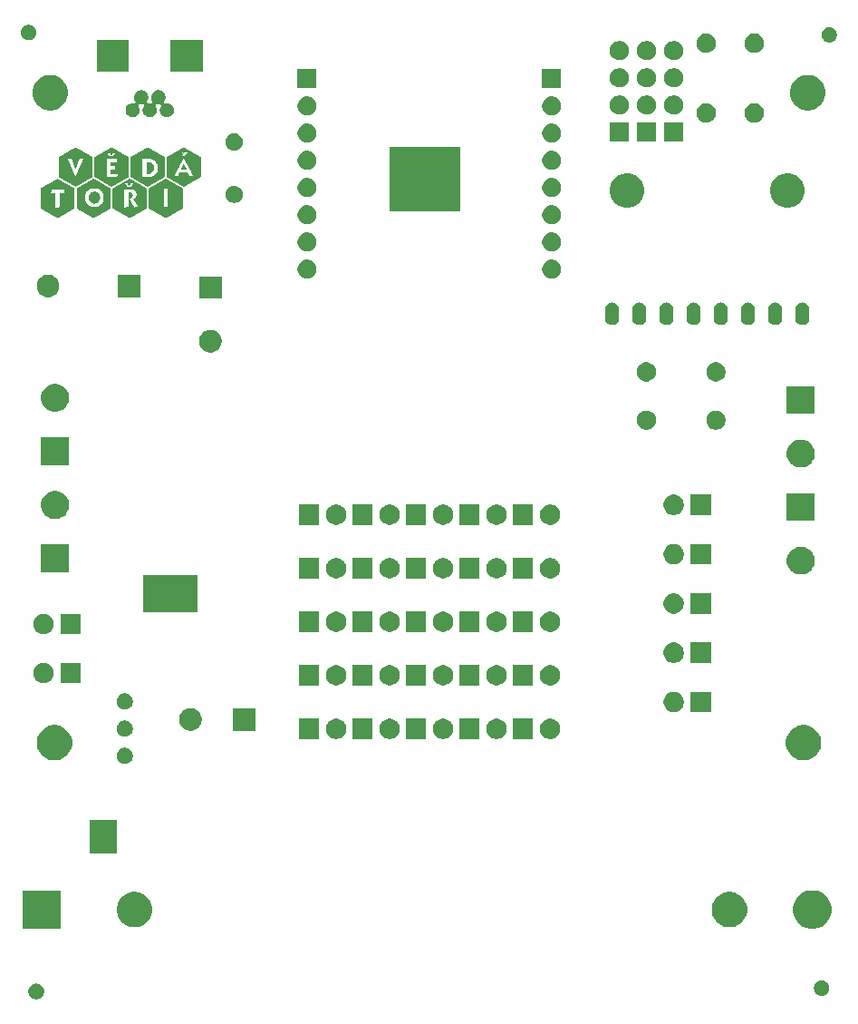
<source format=gbr>
G04 #@! TF.GenerationSoftware,KiCad,Pcbnew,(5.1.5)-3*
G04 #@! TF.CreationDate,2020-03-20T16:35:38+01:00*
G04 #@! TF.ProjectId,TrackRay_H00,54726163-6b52-4617-995f-4830302e6b69,rev?*
G04 #@! TF.SameCoordinates,Original*
G04 #@! TF.FileFunction,Soldermask,Top*
G04 #@! TF.FilePolarity,Negative*
%FSLAX46Y46*%
G04 Gerber Fmt 4.6, Leading zero omitted, Abs format (unit mm)*
G04 Created by KiCad (PCBNEW (5.1.5)-3) date 2020-03-20 16:35:38*
%MOMM*%
%LPD*%
G04 APERTURE LIST*
%ADD10C,0.100000*%
%ADD11C,0.010000*%
G04 APERTURE END LIST*
D10*
G36*
X42252900Y-18516600D02*
G01*
X35737800Y-18516600D01*
X35737800Y-12598400D01*
X42252900Y-12598400D01*
X42252900Y-18516600D01*
G37*
X42252900Y-18516600D02*
X35737800Y-18516600D01*
X35737800Y-12598400D01*
X42252900Y-12598400D01*
X42252900Y-18516600D01*
G36*
X10134600Y-78435200D02*
G01*
X7696200Y-78435200D01*
X7696200Y-75361800D01*
X10134600Y-75361800D01*
X10134600Y-78435200D01*
G37*
X10134600Y-78435200D02*
X7696200Y-78435200D01*
X7696200Y-75361800D01*
X10134600Y-75361800D01*
X10134600Y-78435200D01*
G36*
X17653000Y-55930800D02*
G01*
X12700000Y-55930800D01*
X12700000Y-52578000D01*
X17653000Y-52578000D01*
X17653000Y-55930800D01*
G37*
X17653000Y-55930800D02*
X12700000Y-55930800D01*
X12700000Y-52578000D01*
X17653000Y-52578000D01*
X17653000Y-55930800D01*
D11*
G36*
X14777185Y-15567970D02*
G01*
X14786977Y-15570933D01*
X14797413Y-15576467D01*
X14798593Y-15577180D01*
X14811146Y-15584495D01*
X14827769Y-15593757D01*
X14844918Y-15602993D01*
X14845340Y-15603215D01*
X14860329Y-15611466D01*
X14872793Y-15618965D01*
X14880363Y-15624275D01*
X14880965Y-15624828D01*
X14887711Y-15629844D01*
X14890793Y-15630831D01*
X14895829Y-15632931D01*
X14906451Y-15638609D01*
X14920966Y-15646929D01*
X14933490Y-15654403D01*
X14952547Y-15665725D01*
X14971655Y-15676686D01*
X14987943Y-15685654D01*
X14994647Y-15689140D01*
X15008032Y-15696239D01*
X15018895Y-15702692D01*
X15023353Y-15705865D01*
X15030478Y-15710795D01*
X15042362Y-15717874D01*
X15053321Y-15723898D01*
X15067576Y-15731699D01*
X15086127Y-15742194D01*
X15105937Y-15753655D01*
X15115397Y-15759226D01*
X15136221Y-15771444D01*
X15158770Y-15784461D01*
X15179268Y-15796104D01*
X15186036Y-15799884D01*
X15204248Y-15810105D01*
X15226281Y-15822652D01*
X15248585Y-15835497D01*
X15258815Y-15841448D01*
X15297143Y-15863827D01*
X15328550Y-15882132D01*
X15353496Y-15896629D01*
X15372443Y-15907585D01*
X15385850Y-15915266D01*
X15394178Y-15919937D01*
X15397887Y-15921864D01*
X15398153Y-15921949D01*
X15402125Y-15923982D01*
X15411737Y-15929430D01*
X15425280Y-15937316D01*
X15432918Y-15941823D01*
X15449419Y-15951541D01*
X15470791Y-15964037D01*
X15494485Y-15977826D01*
X15517947Y-15991418D01*
X15522105Y-15993820D01*
X15544263Y-16006615D01*
X15566196Y-16019290D01*
X15585699Y-16030572D01*
X15600571Y-16039187D01*
X15603447Y-16040856D01*
X15621316Y-16051112D01*
X15640570Y-16061985D01*
X15652680Y-16068714D01*
X15667200Y-16076918D01*
X15680218Y-16084647D01*
X15686929Y-16088915D01*
X15695346Y-16094173D01*
X15708957Y-16102201D01*
X15725452Y-16111646D01*
X15734022Y-16116457D01*
X15748267Y-16124415D01*
X15761748Y-16131993D01*
X15775692Y-16139893D01*
X15791329Y-16148818D01*
X15809887Y-16159471D01*
X15832594Y-16172556D01*
X15860681Y-16188773D01*
X15882443Y-16201351D01*
X15903850Y-16213639D01*
X15924220Y-16225174D01*
X15941666Y-16234898D01*
X15954300Y-16241754D01*
X15957363Y-16243345D01*
X15968644Y-16249396D01*
X15976356Y-16254149D01*
X15978047Y-16255566D01*
X15982168Y-16258366D01*
X15992295Y-16264532D01*
X16006974Y-16273222D01*
X16024754Y-16283594D01*
X16044181Y-16294808D01*
X16063805Y-16306020D01*
X16082173Y-16316389D01*
X16097832Y-16325074D01*
X16100059Y-16326289D01*
X16110304Y-16332177D01*
X16119324Y-16337668D01*
X16127464Y-16342534D01*
X16140983Y-16350361D01*
X16157784Y-16359941D01*
X16170698Y-16367226D01*
X16192053Y-16379359D01*
X16217068Y-16393786D01*
X16242070Y-16408380D01*
X16256920Y-16417155D01*
X16274759Y-16427547D01*
X16290127Y-16436095D01*
X16301440Y-16441945D01*
X16307111Y-16444242D01*
X16307224Y-16444248D01*
X16307812Y-16446804D01*
X16308357Y-16454612D01*
X16308859Y-16467878D01*
X16309318Y-16486808D01*
X16309737Y-16511609D01*
X16310116Y-16542488D01*
X16310457Y-16579651D01*
X16310759Y-16623306D01*
X16311026Y-16673659D01*
X16311257Y-16730916D01*
X16311454Y-16795285D01*
X16311617Y-16866972D01*
X16311749Y-16946184D01*
X16311849Y-17033127D01*
X16311920Y-17128008D01*
X16311962Y-17231034D01*
X16311976Y-17342412D01*
X16311976Y-18245022D01*
X16298062Y-18252095D01*
X16286304Y-18258428D01*
X16271454Y-18266886D01*
X16262743Y-18272034D01*
X16246336Y-18281590D01*
X16227627Y-18292052D01*
X16217210Y-18297677D01*
X16200280Y-18307131D01*
X16182900Y-18317589D01*
X16173777Y-18323483D01*
X16162468Y-18330735D01*
X16154013Y-18335466D01*
X16151171Y-18336511D01*
X16146230Y-18338615D01*
X16135972Y-18344213D01*
X16122325Y-18352236D01*
X16117543Y-18355150D01*
X16100311Y-18365522D01*
X16083039Y-18375560D01*
X16069173Y-18383265D01*
X16067951Y-18383912D01*
X16055398Y-18390822D01*
X16045338Y-18396905D01*
X16042264Y-18399043D01*
X16035107Y-18403624D01*
X16023172Y-18410339D01*
X16012296Y-18416059D01*
X15996976Y-18424400D01*
X15982652Y-18433066D01*
X15975502Y-18437944D01*
X15966233Y-18444310D01*
X15959920Y-18447667D01*
X15959171Y-18447821D01*
X15954549Y-18449885D01*
X15944010Y-18455546D01*
X15928986Y-18464007D01*
X15910908Y-18474474D01*
X15905267Y-18477789D01*
X15886563Y-18488691D01*
X15870486Y-18497820D01*
X15858473Y-18504380D01*
X15851956Y-18507574D01*
X15851297Y-18507757D01*
X15845869Y-18510291D01*
X15841387Y-18513748D01*
X15834474Y-18518582D01*
X15822355Y-18525902D01*
X15807432Y-18534269D01*
X15804661Y-18535760D01*
X15790306Y-18543633D01*
X15779100Y-18550151D01*
X15773025Y-18554150D01*
X15772552Y-18554604D01*
X15767866Y-18557916D01*
X15757842Y-18563683D01*
X15746865Y-18569505D01*
X15731743Y-18577587D01*
X15711631Y-18588780D01*
X15688855Y-18601748D01*
X15665740Y-18615153D01*
X15644612Y-18627658D01*
X15627798Y-18637925D01*
X15626993Y-18638431D01*
X15614289Y-18646130D01*
X15598687Y-18655193D01*
X15590604Y-18659746D01*
X15577833Y-18666901D01*
X15560258Y-18676837D01*
X15540497Y-18688070D01*
X15526387Y-18696127D01*
X15506674Y-18707374D01*
X15487261Y-18718393D01*
X15470767Y-18727700D01*
X15462169Y-18732508D01*
X15446935Y-18741188D01*
X15432073Y-18750004D01*
X15425780Y-18753897D01*
X15417069Y-18759169D01*
X15402495Y-18767717D01*
X15383658Y-18778623D01*
X15362157Y-18790966D01*
X15339594Y-18803829D01*
X15317569Y-18816291D01*
X15299486Y-18826430D01*
X15290805Y-18831579D01*
X15278670Y-18839129D01*
X15272814Y-18842866D01*
X15261760Y-18849588D01*
X15253642Y-18853802D01*
X15251351Y-18854529D01*
X15246291Y-18856756D01*
X15236469Y-18862553D01*
X15225748Y-18869513D01*
X15213748Y-18877331D01*
X15204681Y-18882753D01*
X15200859Y-18884497D01*
X15196603Y-18886500D01*
X15186528Y-18891908D01*
X15172219Y-18899825D01*
X15155259Y-18909352D01*
X15137231Y-18919592D01*
X15119719Y-18929646D01*
X15104307Y-18938617D01*
X15092578Y-18945607D01*
X15087570Y-18948733D01*
X15080300Y-18953002D01*
X15068515Y-18959476D01*
X15059742Y-18964139D01*
X15044722Y-18972592D01*
X15030481Y-18981530D01*
X15024709Y-18985583D01*
X15015447Y-18992076D01*
X15009245Y-18995598D01*
X15008435Y-18995807D01*
X15004065Y-18997865D01*
X14993536Y-19003583D01*
X14978065Y-19012278D01*
X14958873Y-19023263D01*
X14938581Y-19035036D01*
X14914648Y-19048931D01*
X14891048Y-19062501D01*
X14869672Y-19074667D01*
X14852412Y-19084351D01*
X14843545Y-19089209D01*
X14827001Y-19098303D01*
X14811020Y-19107432D01*
X14799748Y-19114198D01*
X14783693Y-19121172D01*
X14766208Y-19123985D01*
X14750685Y-19122287D01*
X14745079Y-19119859D01*
X14733086Y-19112738D01*
X14715851Y-19102662D01*
X14695001Y-19090568D01*
X14672169Y-19077392D01*
X14648982Y-19064071D01*
X14627073Y-19051543D01*
X14608070Y-19040745D01*
X14593603Y-19032613D01*
X14586676Y-19028808D01*
X14573567Y-19021629D01*
X14563337Y-19015734D01*
X14558849Y-19012856D01*
X14554068Y-19009862D01*
X14543001Y-19003286D01*
X14526797Y-18993793D01*
X14506606Y-18982048D01*
X14483576Y-18968717D01*
X14458857Y-18954463D01*
X14433597Y-18939953D01*
X14408945Y-18925852D01*
X14386051Y-18912824D01*
X14385463Y-18912490D01*
X14370160Y-18903764D01*
X14355509Y-18895333D01*
X14347628Y-18890747D01*
X14338474Y-18885371D01*
X14323889Y-18876806D01*
X14305827Y-18866198D01*
X14286239Y-18854693D01*
X14284800Y-18853848D01*
X14265877Y-18842912D01*
X14248961Y-18833460D01*
X14235754Y-18826421D01*
X14227958Y-18822725D01*
X14227404Y-18822530D01*
X14217527Y-18817758D01*
X14213172Y-18814426D01*
X14206696Y-18809614D01*
X14195350Y-18802504D01*
X14184249Y-18796126D01*
X14172145Y-18789386D01*
X14158809Y-18781835D01*
X14142788Y-18772638D01*
X14122627Y-18760960D01*
X14096873Y-18745963D01*
X14090064Y-18741991D01*
X14079372Y-18735861D01*
X14063965Y-18727160D01*
X14046626Y-18717457D01*
X14040831Y-18714234D01*
X14024860Y-18705212D01*
X14011271Y-18697253D01*
X14002175Y-18691603D01*
X14000160Y-18690187D01*
X13992685Y-18685284D01*
X13980977Y-18678537D01*
X13974474Y-18675034D01*
X13961845Y-18668127D01*
X13944899Y-18658494D01*
X13926636Y-18647852D01*
X13920365Y-18644131D01*
X13904822Y-18635109D01*
X13891892Y-18628064D01*
X13883418Y-18623978D01*
X13881342Y-18623348D01*
X13875301Y-18620914D01*
X13866622Y-18615057D01*
X13866580Y-18615024D01*
X13857197Y-18608582D01*
X13843445Y-18600206D01*
X13830683Y-18593018D01*
X13816601Y-18585092D01*
X13804893Y-18577942D01*
X13798610Y-18573515D01*
X13791695Y-18568743D01*
X13788643Y-18567693D01*
X13783983Y-18565631D01*
X13773386Y-18559970D01*
X13758270Y-18551495D01*
X13740050Y-18540990D01*
X13733325Y-18537050D01*
X13711461Y-18524231D01*
X13689422Y-18511375D01*
X13669642Y-18499898D01*
X13654556Y-18491215D01*
X13653388Y-18490549D01*
X13637212Y-18481302D01*
X13621757Y-18472420D01*
X13610577Y-18465946D01*
X13601775Y-18460861D01*
X13587177Y-18452480D01*
X13568426Y-18441747D01*
X13547168Y-18429603D01*
X13533516Y-18421817D01*
X13511307Y-18409122D01*
X13490384Y-18397100D01*
X13472461Y-18386739D01*
X13459249Y-18379027D01*
X13454315Y-18376095D01*
X13437659Y-18366158D01*
X13417344Y-18354208D01*
X13395485Y-18341474D01*
X13374200Y-18329181D01*
X13355602Y-18318556D01*
X13341810Y-18310825D01*
X13339745Y-18309696D01*
X13324268Y-18300891D01*
X13307841Y-18290965D01*
X13303490Y-18288212D01*
X13292659Y-18281529D01*
X13285011Y-18277321D01*
X13283024Y-18276575D01*
X13278499Y-18274529D01*
X13268556Y-18269090D01*
X13255096Y-18261309D01*
X13250830Y-18258778D01*
X13220993Y-18240981D01*
X13220993Y-16453417D01*
X13240747Y-16440085D01*
X13256102Y-16430332D01*
X13274095Y-16419753D01*
X13284629Y-16413954D01*
X13288050Y-16412081D01*
X14543865Y-16412081D01*
X14543865Y-18199515D01*
X14556959Y-18199515D01*
X14563784Y-18199118D01*
X14578233Y-18197981D01*
X14599406Y-18196184D01*
X14626406Y-18193808D01*
X14658332Y-18190931D01*
X14694287Y-18187635D01*
X14733370Y-18183999D01*
X14773141Y-18180250D01*
X14814016Y-18176381D01*
X14852319Y-18172771D01*
X14887200Y-18169500D01*
X14917809Y-18166646D01*
X14943296Y-18164289D01*
X14962811Y-18162507D01*
X14975504Y-18161379D01*
X14980524Y-18160985D01*
X14980526Y-18160985D01*
X14981099Y-18156704D01*
X14981631Y-18143866D01*
X14982123Y-18122474D01*
X14982573Y-18092533D01*
X14982982Y-18054046D01*
X14983351Y-18007019D01*
X14983678Y-17951456D01*
X14983964Y-17887360D01*
X14984209Y-17814736D01*
X14984413Y-17733588D01*
X14984576Y-17643921D01*
X14984698Y-17545739D01*
X14984779Y-17439046D01*
X14984818Y-17323847D01*
X14984822Y-17268367D01*
X14984822Y-16375750D01*
X14975190Y-16375600D01*
X14969113Y-16375933D01*
X14955370Y-16376944D01*
X14934821Y-16378563D01*
X14908330Y-16380719D01*
X14876758Y-16383341D01*
X14840968Y-16386358D01*
X14801822Y-16389698D01*
X14760182Y-16393290D01*
X14754711Y-16393765D01*
X14543865Y-16412081D01*
X13288050Y-16412081D01*
X13297233Y-16407055D01*
X13315088Y-16396999D01*
X13336076Y-16384993D01*
X13358079Y-16372242D01*
X13364411Y-16368539D01*
X13385056Y-16356473D01*
X13404074Y-16345416D01*
X13419769Y-16336350D01*
X13430447Y-16330257D01*
X13432909Y-16328885D01*
X13444538Y-16322166D01*
X13458615Y-16313581D01*
X13463863Y-16310267D01*
X13474572Y-16303628D01*
X13481950Y-16299439D01*
X13483752Y-16298689D01*
X13487818Y-16296624D01*
X13498117Y-16290867D01*
X13513506Y-16282071D01*
X13532842Y-16270891D01*
X13554980Y-16257981D01*
X13558883Y-16255695D01*
X13581828Y-16242321D01*
X13602597Y-16230358D01*
X13619929Y-16220519D01*
X13632565Y-16213519D01*
X13639246Y-16210072D01*
X13639600Y-16209926D01*
X13647413Y-16205821D01*
X13658575Y-16198683D01*
X13663663Y-16195125D01*
X13674162Y-16188053D01*
X13681893Y-16183729D01*
X13683897Y-16183098D01*
X13688789Y-16181027D01*
X13699386Y-16175407D01*
X13714070Y-16167122D01*
X13729277Y-16158221D01*
X13751958Y-16144868D01*
X13777524Y-16130024D01*
X13801849Y-16116076D01*
X13811790Y-16110448D01*
X13830268Y-16099963D01*
X13847576Y-16089999D01*
X13861353Y-16081920D01*
X13867445Y-16078236D01*
X13879365Y-16071050D01*
X13897147Y-16060623D01*
X13919176Y-16047886D01*
X13943839Y-16033769D01*
X13969521Y-16019203D01*
X13980895Y-16012799D01*
X13997539Y-16003352D01*
X14017518Y-15991872D01*
X14036796Y-15980679D01*
X14038691Y-15979571D01*
X14058097Y-15968354D01*
X14080798Y-15955447D01*
X14102566Y-15943250D01*
X14107189Y-15940691D01*
X14123629Y-15931458D01*
X14137685Y-15923270D01*
X14147333Y-15917321D01*
X14150000Y-15915457D01*
X14157074Y-15910704D01*
X14168871Y-15903629D01*
X14179968Y-15897359D01*
X14224867Y-15872315D01*
X14273525Y-15844530D01*
X14301248Y-15828435D01*
X14317131Y-15819235D01*
X14330020Y-15811912D01*
X14338295Y-15807381D01*
X14340475Y-15806358D01*
X14344502Y-15804192D01*
X14353604Y-15798538D01*
X14364656Y-15791374D01*
X14377010Y-15783586D01*
X14386616Y-15778168D01*
X14391016Y-15776390D01*
X14396325Y-15774137D01*
X14406027Y-15768362D01*
X14413290Y-15763547D01*
X14424302Y-15756320D01*
X14432378Y-15751662D01*
X14434873Y-15750703D01*
X14439584Y-15748632D01*
X14449834Y-15743069D01*
X14463859Y-15734994D01*
X14472632Y-15729782D01*
X14491190Y-15718848D01*
X14510078Y-15708066D01*
X14526013Y-15699299D01*
X14529988Y-15697205D01*
X14542415Y-15690413D01*
X14551431Y-15684815D01*
X14554568Y-15682205D01*
X14559237Y-15678576D01*
X14569198Y-15672625D01*
X14579148Y-15667283D01*
X14594122Y-15659281D01*
X14608075Y-15651333D01*
X14614504Y-15647389D01*
X14622480Y-15642531D01*
X14636377Y-15634385D01*
X14654645Y-15623844D01*
X14675736Y-15611804D01*
X14691564Y-15602843D01*
X14717990Y-15588185D01*
X14738441Y-15577686D01*
X14754241Y-15571029D01*
X14766715Y-15567896D01*
X14777185Y-15567970D01*
G37*
X14777185Y-15567970D02*
X14786977Y-15570933D01*
X14797413Y-15576467D01*
X14798593Y-15577180D01*
X14811146Y-15584495D01*
X14827769Y-15593757D01*
X14844918Y-15602993D01*
X14845340Y-15603215D01*
X14860329Y-15611466D01*
X14872793Y-15618965D01*
X14880363Y-15624275D01*
X14880965Y-15624828D01*
X14887711Y-15629844D01*
X14890793Y-15630831D01*
X14895829Y-15632931D01*
X14906451Y-15638609D01*
X14920966Y-15646929D01*
X14933490Y-15654403D01*
X14952547Y-15665725D01*
X14971655Y-15676686D01*
X14987943Y-15685654D01*
X14994647Y-15689140D01*
X15008032Y-15696239D01*
X15018895Y-15702692D01*
X15023353Y-15705865D01*
X15030478Y-15710795D01*
X15042362Y-15717874D01*
X15053321Y-15723898D01*
X15067576Y-15731699D01*
X15086127Y-15742194D01*
X15105937Y-15753655D01*
X15115397Y-15759226D01*
X15136221Y-15771444D01*
X15158770Y-15784461D01*
X15179268Y-15796104D01*
X15186036Y-15799884D01*
X15204248Y-15810105D01*
X15226281Y-15822652D01*
X15248585Y-15835497D01*
X15258815Y-15841448D01*
X15297143Y-15863827D01*
X15328550Y-15882132D01*
X15353496Y-15896629D01*
X15372443Y-15907585D01*
X15385850Y-15915266D01*
X15394178Y-15919937D01*
X15397887Y-15921864D01*
X15398153Y-15921949D01*
X15402125Y-15923982D01*
X15411737Y-15929430D01*
X15425280Y-15937316D01*
X15432918Y-15941823D01*
X15449419Y-15951541D01*
X15470791Y-15964037D01*
X15494485Y-15977826D01*
X15517947Y-15991418D01*
X15522105Y-15993820D01*
X15544263Y-16006615D01*
X15566196Y-16019290D01*
X15585699Y-16030572D01*
X15600571Y-16039187D01*
X15603447Y-16040856D01*
X15621316Y-16051112D01*
X15640570Y-16061985D01*
X15652680Y-16068714D01*
X15667200Y-16076918D01*
X15680218Y-16084647D01*
X15686929Y-16088915D01*
X15695346Y-16094173D01*
X15708957Y-16102201D01*
X15725452Y-16111646D01*
X15734022Y-16116457D01*
X15748267Y-16124415D01*
X15761748Y-16131993D01*
X15775692Y-16139893D01*
X15791329Y-16148818D01*
X15809887Y-16159471D01*
X15832594Y-16172556D01*
X15860681Y-16188773D01*
X15882443Y-16201351D01*
X15903850Y-16213639D01*
X15924220Y-16225174D01*
X15941666Y-16234898D01*
X15954300Y-16241754D01*
X15957363Y-16243345D01*
X15968644Y-16249396D01*
X15976356Y-16254149D01*
X15978047Y-16255566D01*
X15982168Y-16258366D01*
X15992295Y-16264532D01*
X16006974Y-16273222D01*
X16024754Y-16283594D01*
X16044181Y-16294808D01*
X16063805Y-16306020D01*
X16082173Y-16316389D01*
X16097832Y-16325074D01*
X16100059Y-16326289D01*
X16110304Y-16332177D01*
X16119324Y-16337668D01*
X16127464Y-16342534D01*
X16140983Y-16350361D01*
X16157784Y-16359941D01*
X16170698Y-16367226D01*
X16192053Y-16379359D01*
X16217068Y-16393786D01*
X16242070Y-16408380D01*
X16256920Y-16417155D01*
X16274759Y-16427547D01*
X16290127Y-16436095D01*
X16301440Y-16441945D01*
X16307111Y-16444242D01*
X16307224Y-16444248D01*
X16307812Y-16446804D01*
X16308357Y-16454612D01*
X16308859Y-16467878D01*
X16309318Y-16486808D01*
X16309737Y-16511609D01*
X16310116Y-16542488D01*
X16310457Y-16579651D01*
X16310759Y-16623306D01*
X16311026Y-16673659D01*
X16311257Y-16730916D01*
X16311454Y-16795285D01*
X16311617Y-16866972D01*
X16311749Y-16946184D01*
X16311849Y-17033127D01*
X16311920Y-17128008D01*
X16311962Y-17231034D01*
X16311976Y-17342412D01*
X16311976Y-18245022D01*
X16298062Y-18252095D01*
X16286304Y-18258428D01*
X16271454Y-18266886D01*
X16262743Y-18272034D01*
X16246336Y-18281590D01*
X16227627Y-18292052D01*
X16217210Y-18297677D01*
X16200280Y-18307131D01*
X16182900Y-18317589D01*
X16173777Y-18323483D01*
X16162468Y-18330735D01*
X16154013Y-18335466D01*
X16151171Y-18336511D01*
X16146230Y-18338615D01*
X16135972Y-18344213D01*
X16122325Y-18352236D01*
X16117543Y-18355150D01*
X16100311Y-18365522D01*
X16083039Y-18375560D01*
X16069173Y-18383265D01*
X16067951Y-18383912D01*
X16055398Y-18390822D01*
X16045338Y-18396905D01*
X16042264Y-18399043D01*
X16035107Y-18403624D01*
X16023172Y-18410339D01*
X16012296Y-18416059D01*
X15996976Y-18424400D01*
X15982652Y-18433066D01*
X15975502Y-18437944D01*
X15966233Y-18444310D01*
X15959920Y-18447667D01*
X15959171Y-18447821D01*
X15954549Y-18449885D01*
X15944010Y-18455546D01*
X15928986Y-18464007D01*
X15910908Y-18474474D01*
X15905267Y-18477789D01*
X15886563Y-18488691D01*
X15870486Y-18497820D01*
X15858473Y-18504380D01*
X15851956Y-18507574D01*
X15851297Y-18507757D01*
X15845869Y-18510291D01*
X15841387Y-18513748D01*
X15834474Y-18518582D01*
X15822355Y-18525902D01*
X15807432Y-18534269D01*
X15804661Y-18535760D01*
X15790306Y-18543633D01*
X15779100Y-18550151D01*
X15773025Y-18554150D01*
X15772552Y-18554604D01*
X15767866Y-18557916D01*
X15757842Y-18563683D01*
X15746865Y-18569505D01*
X15731743Y-18577587D01*
X15711631Y-18588780D01*
X15688855Y-18601748D01*
X15665740Y-18615153D01*
X15644612Y-18627658D01*
X15627798Y-18637925D01*
X15626993Y-18638431D01*
X15614289Y-18646130D01*
X15598687Y-18655193D01*
X15590604Y-18659746D01*
X15577833Y-18666901D01*
X15560258Y-18676837D01*
X15540497Y-18688070D01*
X15526387Y-18696127D01*
X15506674Y-18707374D01*
X15487261Y-18718393D01*
X15470767Y-18727700D01*
X15462169Y-18732508D01*
X15446935Y-18741188D01*
X15432073Y-18750004D01*
X15425780Y-18753897D01*
X15417069Y-18759169D01*
X15402495Y-18767717D01*
X15383658Y-18778623D01*
X15362157Y-18790966D01*
X15339594Y-18803829D01*
X15317569Y-18816291D01*
X15299486Y-18826430D01*
X15290805Y-18831579D01*
X15278670Y-18839129D01*
X15272814Y-18842866D01*
X15261760Y-18849588D01*
X15253642Y-18853802D01*
X15251351Y-18854529D01*
X15246291Y-18856756D01*
X15236469Y-18862553D01*
X15225748Y-18869513D01*
X15213748Y-18877331D01*
X15204681Y-18882753D01*
X15200859Y-18884497D01*
X15196603Y-18886500D01*
X15186528Y-18891908D01*
X15172219Y-18899825D01*
X15155259Y-18909352D01*
X15137231Y-18919592D01*
X15119719Y-18929646D01*
X15104307Y-18938617D01*
X15092578Y-18945607D01*
X15087570Y-18948733D01*
X15080300Y-18953002D01*
X15068515Y-18959476D01*
X15059742Y-18964139D01*
X15044722Y-18972592D01*
X15030481Y-18981530D01*
X15024709Y-18985583D01*
X15015447Y-18992076D01*
X15009245Y-18995598D01*
X15008435Y-18995807D01*
X15004065Y-18997865D01*
X14993536Y-19003583D01*
X14978065Y-19012278D01*
X14958873Y-19023263D01*
X14938581Y-19035036D01*
X14914648Y-19048931D01*
X14891048Y-19062501D01*
X14869672Y-19074667D01*
X14852412Y-19084351D01*
X14843545Y-19089209D01*
X14827001Y-19098303D01*
X14811020Y-19107432D01*
X14799748Y-19114198D01*
X14783693Y-19121172D01*
X14766208Y-19123985D01*
X14750685Y-19122287D01*
X14745079Y-19119859D01*
X14733086Y-19112738D01*
X14715851Y-19102662D01*
X14695001Y-19090568D01*
X14672169Y-19077392D01*
X14648982Y-19064071D01*
X14627073Y-19051543D01*
X14608070Y-19040745D01*
X14593603Y-19032613D01*
X14586676Y-19028808D01*
X14573567Y-19021629D01*
X14563337Y-19015734D01*
X14558849Y-19012856D01*
X14554068Y-19009862D01*
X14543001Y-19003286D01*
X14526797Y-18993793D01*
X14506606Y-18982048D01*
X14483576Y-18968717D01*
X14458857Y-18954463D01*
X14433597Y-18939953D01*
X14408945Y-18925852D01*
X14386051Y-18912824D01*
X14385463Y-18912490D01*
X14370160Y-18903764D01*
X14355509Y-18895333D01*
X14347628Y-18890747D01*
X14338474Y-18885371D01*
X14323889Y-18876806D01*
X14305827Y-18866198D01*
X14286239Y-18854693D01*
X14284800Y-18853848D01*
X14265877Y-18842912D01*
X14248961Y-18833460D01*
X14235754Y-18826421D01*
X14227958Y-18822725D01*
X14227404Y-18822530D01*
X14217527Y-18817758D01*
X14213172Y-18814426D01*
X14206696Y-18809614D01*
X14195350Y-18802504D01*
X14184249Y-18796126D01*
X14172145Y-18789386D01*
X14158809Y-18781835D01*
X14142788Y-18772638D01*
X14122627Y-18760960D01*
X14096873Y-18745963D01*
X14090064Y-18741991D01*
X14079372Y-18735861D01*
X14063965Y-18727160D01*
X14046626Y-18717457D01*
X14040831Y-18714234D01*
X14024860Y-18705212D01*
X14011271Y-18697253D01*
X14002175Y-18691603D01*
X14000160Y-18690187D01*
X13992685Y-18685284D01*
X13980977Y-18678537D01*
X13974474Y-18675034D01*
X13961845Y-18668127D01*
X13944899Y-18658494D01*
X13926636Y-18647852D01*
X13920365Y-18644131D01*
X13904822Y-18635109D01*
X13891892Y-18628064D01*
X13883418Y-18623978D01*
X13881342Y-18623348D01*
X13875301Y-18620914D01*
X13866622Y-18615057D01*
X13866580Y-18615024D01*
X13857197Y-18608582D01*
X13843445Y-18600206D01*
X13830683Y-18593018D01*
X13816601Y-18585092D01*
X13804893Y-18577942D01*
X13798610Y-18573515D01*
X13791695Y-18568743D01*
X13788643Y-18567693D01*
X13783983Y-18565631D01*
X13773386Y-18559970D01*
X13758270Y-18551495D01*
X13740050Y-18540990D01*
X13733325Y-18537050D01*
X13711461Y-18524231D01*
X13689422Y-18511375D01*
X13669642Y-18499898D01*
X13654556Y-18491215D01*
X13653388Y-18490549D01*
X13637212Y-18481302D01*
X13621757Y-18472420D01*
X13610577Y-18465946D01*
X13601775Y-18460861D01*
X13587177Y-18452480D01*
X13568426Y-18441747D01*
X13547168Y-18429603D01*
X13533516Y-18421817D01*
X13511307Y-18409122D01*
X13490384Y-18397100D01*
X13472461Y-18386739D01*
X13459249Y-18379027D01*
X13454315Y-18376095D01*
X13437659Y-18366158D01*
X13417344Y-18354208D01*
X13395485Y-18341474D01*
X13374200Y-18329181D01*
X13355602Y-18318556D01*
X13341810Y-18310825D01*
X13339745Y-18309696D01*
X13324268Y-18300891D01*
X13307841Y-18290965D01*
X13303490Y-18288212D01*
X13292659Y-18281529D01*
X13285011Y-18277321D01*
X13283024Y-18276575D01*
X13278499Y-18274529D01*
X13268556Y-18269090D01*
X13255096Y-18261309D01*
X13250830Y-18258778D01*
X13220993Y-18240981D01*
X13220993Y-16453417D01*
X13240747Y-16440085D01*
X13256102Y-16430332D01*
X13274095Y-16419753D01*
X13284629Y-16413954D01*
X13288050Y-16412081D01*
X14543865Y-16412081D01*
X14543865Y-18199515D01*
X14556959Y-18199515D01*
X14563784Y-18199118D01*
X14578233Y-18197981D01*
X14599406Y-18196184D01*
X14626406Y-18193808D01*
X14658332Y-18190931D01*
X14694287Y-18187635D01*
X14733370Y-18183999D01*
X14773141Y-18180250D01*
X14814016Y-18176381D01*
X14852319Y-18172771D01*
X14887200Y-18169500D01*
X14917809Y-18166646D01*
X14943296Y-18164289D01*
X14962811Y-18162507D01*
X14975504Y-18161379D01*
X14980524Y-18160985D01*
X14980526Y-18160985D01*
X14981099Y-18156704D01*
X14981631Y-18143866D01*
X14982123Y-18122474D01*
X14982573Y-18092533D01*
X14982982Y-18054046D01*
X14983351Y-18007019D01*
X14983678Y-17951456D01*
X14983964Y-17887360D01*
X14984209Y-17814736D01*
X14984413Y-17733588D01*
X14984576Y-17643921D01*
X14984698Y-17545739D01*
X14984779Y-17439046D01*
X14984818Y-17323847D01*
X14984822Y-17268367D01*
X14984822Y-16375750D01*
X14975190Y-16375600D01*
X14969113Y-16375933D01*
X14955370Y-16376944D01*
X14934821Y-16378563D01*
X14908330Y-16380719D01*
X14876758Y-16383341D01*
X14840968Y-16386358D01*
X14801822Y-16389698D01*
X14760182Y-16393290D01*
X14754711Y-16393765D01*
X14543865Y-16412081D01*
X13288050Y-16412081D01*
X13297233Y-16407055D01*
X13315088Y-16396999D01*
X13336076Y-16384993D01*
X13358079Y-16372242D01*
X13364411Y-16368539D01*
X13385056Y-16356473D01*
X13404074Y-16345416D01*
X13419769Y-16336350D01*
X13430447Y-16330257D01*
X13432909Y-16328885D01*
X13444538Y-16322166D01*
X13458615Y-16313581D01*
X13463863Y-16310267D01*
X13474572Y-16303628D01*
X13481950Y-16299439D01*
X13483752Y-16298689D01*
X13487818Y-16296624D01*
X13498117Y-16290867D01*
X13513506Y-16282071D01*
X13532842Y-16270891D01*
X13554980Y-16257981D01*
X13558883Y-16255695D01*
X13581828Y-16242321D01*
X13602597Y-16230358D01*
X13619929Y-16220519D01*
X13632565Y-16213519D01*
X13639246Y-16210072D01*
X13639600Y-16209926D01*
X13647413Y-16205821D01*
X13658575Y-16198683D01*
X13663663Y-16195125D01*
X13674162Y-16188053D01*
X13681893Y-16183729D01*
X13683897Y-16183098D01*
X13688789Y-16181027D01*
X13699386Y-16175407D01*
X13714070Y-16167122D01*
X13729277Y-16158221D01*
X13751958Y-16144868D01*
X13777524Y-16130024D01*
X13801849Y-16116076D01*
X13811790Y-16110448D01*
X13830268Y-16099963D01*
X13847576Y-16089999D01*
X13861353Y-16081920D01*
X13867445Y-16078236D01*
X13879365Y-16071050D01*
X13897147Y-16060623D01*
X13919176Y-16047886D01*
X13943839Y-16033769D01*
X13969521Y-16019203D01*
X13980895Y-16012799D01*
X13997539Y-16003352D01*
X14017518Y-15991872D01*
X14036796Y-15980679D01*
X14038691Y-15979571D01*
X14058097Y-15968354D01*
X14080798Y-15955447D01*
X14102566Y-15943250D01*
X14107189Y-15940691D01*
X14123629Y-15931458D01*
X14137685Y-15923270D01*
X14147333Y-15917321D01*
X14150000Y-15915457D01*
X14157074Y-15910704D01*
X14168871Y-15903629D01*
X14179968Y-15897359D01*
X14224867Y-15872315D01*
X14273525Y-15844530D01*
X14301248Y-15828435D01*
X14317131Y-15819235D01*
X14330020Y-15811912D01*
X14338295Y-15807381D01*
X14340475Y-15806358D01*
X14344502Y-15804192D01*
X14353604Y-15798538D01*
X14364656Y-15791374D01*
X14377010Y-15783586D01*
X14386616Y-15778168D01*
X14391016Y-15776390D01*
X14396325Y-15774137D01*
X14406027Y-15768362D01*
X14413290Y-15763547D01*
X14424302Y-15756320D01*
X14432378Y-15751662D01*
X14434873Y-15750703D01*
X14439584Y-15748632D01*
X14449834Y-15743069D01*
X14463859Y-15734994D01*
X14472632Y-15729782D01*
X14491190Y-15718848D01*
X14510078Y-15708066D01*
X14526013Y-15699299D01*
X14529988Y-15697205D01*
X14542415Y-15690413D01*
X14551431Y-15684815D01*
X14554568Y-15682205D01*
X14559237Y-15678576D01*
X14569198Y-15672625D01*
X14579148Y-15667283D01*
X14594122Y-15659281D01*
X14608075Y-15651333D01*
X14614504Y-15647389D01*
X14622480Y-15642531D01*
X14636377Y-15634385D01*
X14654645Y-15623844D01*
X14675736Y-15611804D01*
X14691564Y-15602843D01*
X14717990Y-15588185D01*
X14738441Y-15577686D01*
X14754241Y-15571029D01*
X14766715Y-15567896D01*
X14777185Y-15567970D01*
G36*
X6346774Y-12640399D02*
G01*
X6359253Y-12646231D01*
X6376681Y-12655187D01*
X6397855Y-12666637D01*
X6421570Y-12679955D01*
X6432199Y-12686072D01*
X6458185Y-12701114D01*
X6483516Y-12715738D01*
X6506612Y-12729037D01*
X6525893Y-12740099D01*
X6539781Y-12748017D01*
X6542416Y-12749506D01*
X6554728Y-12756522D01*
X6572798Y-12766923D01*
X6594992Y-12779763D01*
X6619681Y-12794100D01*
X6645232Y-12808989D01*
X6649398Y-12811422D01*
X6674385Y-12825974D01*
X6698265Y-12839802D01*
X6719550Y-12852050D01*
X6736750Y-12861860D01*
X6748376Y-12868377D01*
X6750005Y-12869267D01*
X6761277Y-12875543D01*
X6778024Y-12885091D01*
X6798354Y-12896824D01*
X6820373Y-12909651D01*
X6830951Y-12915856D01*
X6851231Y-12927673D01*
X6868930Y-12937785D01*
X6882737Y-12945458D01*
X6891343Y-12949960D01*
X6893521Y-12950838D01*
X6898727Y-12953240D01*
X6907013Y-12959033D01*
X6907211Y-12959188D01*
X6916913Y-12965832D01*
X6930697Y-12974131D01*
X6940967Y-12979811D01*
X6955135Y-12987532D01*
X6973606Y-12997881D01*
X6993311Y-13009132D01*
X7002182Y-13014272D01*
X7018096Y-13023486D01*
X7030981Y-13030830D01*
X7039235Y-13035399D01*
X7041409Y-13036461D01*
X7045287Y-13038623D01*
X7054274Y-13044268D01*
X7065314Y-13051445D01*
X7077676Y-13059234D01*
X7087300Y-13064652D01*
X7091719Y-13066429D01*
X7096514Y-13068536D01*
X7107190Y-13074323D01*
X7122330Y-13082992D01*
X7140519Y-13093741D01*
X7147471Y-13097924D01*
X7187096Y-13121608D01*
X7224956Y-13143718D01*
X7259111Y-13163132D01*
X7281964Y-13175699D01*
X7294361Y-13182542D01*
X7311828Y-13192402D01*
X7332975Y-13204472D01*
X7356414Y-13217948D01*
X7380754Y-13232023D01*
X7404607Y-13245892D01*
X7426583Y-13258750D01*
X7445292Y-13269790D01*
X7459346Y-13278208D01*
X7467354Y-13283196D01*
X7467372Y-13283208D01*
X7477335Y-13289453D01*
X7484132Y-13293013D01*
X7485273Y-13293329D01*
X7489708Y-13295408D01*
X7500126Y-13301132D01*
X7515173Y-13309734D01*
X7533495Y-13320445D01*
X7542838Y-13325981D01*
X7566106Y-13339714D01*
X7590485Y-13353915D01*
X7613295Y-13367034D01*
X7631853Y-13377520D01*
X7634106Y-13378771D01*
X7645359Y-13385036D01*
X7657838Y-13392066D01*
X7672326Y-13400313D01*
X7689605Y-13410229D01*
X7710459Y-13422265D01*
X7735669Y-13436873D01*
X7766019Y-13454504D01*
X7802290Y-13475610D01*
X7839601Y-13497342D01*
X7856030Y-13506765D01*
X7870304Y-13514681D01*
X7880392Y-13519976D01*
X7883482Y-13521393D01*
X7884346Y-13522027D01*
X7885141Y-13523472D01*
X7885870Y-13526070D01*
X7886536Y-13530163D01*
X7887141Y-13536093D01*
X7887689Y-13544199D01*
X7888183Y-13554825D01*
X7888624Y-13568312D01*
X7889017Y-13585000D01*
X7889363Y-13605233D01*
X7889666Y-13629350D01*
X7889929Y-13657695D01*
X7890155Y-13690607D01*
X7890346Y-13728430D01*
X7890505Y-13771504D01*
X7890635Y-13820171D01*
X7890738Y-13874772D01*
X7890819Y-13935649D01*
X7890879Y-14003144D01*
X7890922Y-14077597D01*
X7890950Y-14159351D01*
X7890966Y-14248747D01*
X7890973Y-14346127D01*
X7890974Y-14418635D01*
X7890972Y-14521758D01*
X7890962Y-14616660D01*
X7890943Y-14703683D01*
X7890911Y-14783167D01*
X7890863Y-14855455D01*
X7890797Y-14920887D01*
X7890710Y-14979805D01*
X7890598Y-15032551D01*
X7890460Y-15079466D01*
X7890292Y-15120891D01*
X7890091Y-15157167D01*
X7889854Y-15188637D01*
X7889579Y-15215641D01*
X7889263Y-15238520D01*
X7888903Y-15257617D01*
X7888496Y-15273273D01*
X7888039Y-15285828D01*
X7887530Y-15295625D01*
X7886965Y-15303004D01*
X7886342Y-15308308D01*
X7885657Y-15311877D01*
X7884909Y-15314053D01*
X7884093Y-15315177D01*
X7883482Y-15315520D01*
X7879279Y-15317231D01*
X7872632Y-15320509D01*
X7862655Y-15325843D01*
X7848465Y-15333722D01*
X7829177Y-15344634D01*
X7803905Y-15359067D01*
X7785396Y-15369682D01*
X7770019Y-15378422D01*
X7757302Y-15385490D01*
X7749186Y-15389813D01*
X7747556Y-15390576D01*
X7740781Y-15394509D01*
X7736853Y-15397445D01*
X7729723Y-15402188D01*
X7717832Y-15409105D01*
X7706885Y-15415037D01*
X7690710Y-15424057D01*
X7674688Y-15433833D01*
X7666643Y-15439207D01*
X7656220Y-15446162D01*
X7648709Y-15450409D01*
X7646862Y-15451023D01*
X7642208Y-15453066D01*
X7631656Y-15458656D01*
X7616681Y-15466985D01*
X7598757Y-15477245D01*
X7595060Y-15479393D01*
X7557437Y-15501292D01*
X7526446Y-15519307D01*
X7501329Y-15533875D01*
X7481328Y-15545436D01*
X7465685Y-15554428D01*
X7453640Y-15561289D01*
X7445736Y-15565734D01*
X7434734Y-15571978D01*
X7418426Y-15581365D01*
X7398887Y-15592695D01*
X7378191Y-15604769D01*
X7375097Y-15606581D01*
X7353997Y-15618849D01*
X7333325Y-15630704D01*
X7315307Y-15640881D01*
X7302165Y-15648114D01*
X7301019Y-15648725D01*
X7290076Y-15654762D01*
X7273407Y-15664249D01*
X7252636Y-15676248D01*
X7229389Y-15689820D01*
X7206016Y-15703596D01*
X7183619Y-15716773D01*
X7163723Y-15728307D01*
X7147503Y-15737531D01*
X7136131Y-15743780D01*
X7130783Y-15746386D01*
X7130592Y-15746422D01*
X7125169Y-15748942D01*
X7120706Y-15752357D01*
X7113393Y-15757518D01*
X7101376Y-15764801D01*
X7090401Y-15770921D01*
X7076019Y-15778810D01*
X7057362Y-15789285D01*
X7037541Y-15800595D01*
X7028781Y-15805657D01*
X7012859Y-15814840D01*
X6999971Y-15822159D01*
X6991720Y-15826710D01*
X6989554Y-15827764D01*
X6985676Y-15829926D01*
X6976689Y-15835571D01*
X6965649Y-15842748D01*
X6953140Y-15850555D01*
X6943206Y-15855975D01*
X6938461Y-15857732D01*
X6932804Y-15859974D01*
X6922532Y-15865810D01*
X6911776Y-15872716D01*
X6899954Y-15880511D01*
X6891265Y-15885930D01*
X6887849Y-15887700D01*
X6883805Y-15889758D01*
X6873554Y-15895485D01*
X6858273Y-15904210D01*
X6839137Y-15915261D01*
X6817319Y-15927968D01*
X6816632Y-15928370D01*
X6794715Y-15941124D01*
X6775405Y-15952240D01*
X6759885Y-15961046D01*
X6749340Y-15966870D01*
X6744957Y-15969040D01*
X6744935Y-15969041D01*
X6740442Y-15971088D01*
X6730785Y-15976445D01*
X6718588Y-15983631D01*
X6703086Y-15992879D01*
X6682730Y-16004880D01*
X6659149Y-16018687D01*
X6633971Y-16033355D01*
X6608827Y-16047937D01*
X6585345Y-16061487D01*
X6565156Y-16073060D01*
X6549889Y-16081708D01*
X6544556Y-16084670D01*
X6532090Y-16091627D01*
X6514498Y-16101608D01*
X6493253Y-16113761D01*
X6469827Y-16127235D01*
X6445694Y-16141177D01*
X6422326Y-16154736D01*
X6401196Y-16167060D01*
X6383777Y-16177297D01*
X6371542Y-16184595D01*
X6367662Y-16186981D01*
X6357654Y-16192326D01*
X6347808Y-16194867D01*
X6336841Y-16194256D01*
X6323473Y-16190142D01*
X6306422Y-16182177D01*
X6284408Y-16170012D01*
X6266282Y-16159361D01*
X6245203Y-16146862D01*
X6225982Y-16135564D01*
X6210144Y-16126357D01*
X6199212Y-16120128D01*
X6195643Y-16118191D01*
X6185991Y-16112860D01*
X6172666Y-16105031D01*
X6163535Y-16099470D01*
X6149200Y-16090838D01*
X6135657Y-16083068D01*
X6129286Y-16079634D01*
X6120958Y-16075108D01*
X6106993Y-16067248D01*
X6089138Y-16057049D01*
X6069143Y-16045505D01*
X6062928Y-16041893D01*
X6041382Y-16029419D01*
X6020236Y-16017293D01*
X6001673Y-16006760D01*
X5987874Y-15999063D01*
X5985867Y-15997968D01*
X5972207Y-15990202D01*
X5960924Y-15983161D01*
X5955562Y-15979258D01*
X5949128Y-15974437D01*
X5946544Y-15973322D01*
X5942130Y-15971297D01*
X5932002Y-15965830D01*
X5917821Y-15957835D01*
X5906210Y-15951129D01*
X5832008Y-15908539D01*
X5796150Y-15888460D01*
X5781220Y-15880043D01*
X5762905Y-15869521D01*
X5743059Y-15857982D01*
X5723535Y-15846513D01*
X5706189Y-15836205D01*
X5692875Y-15828145D01*
X5686188Y-15823924D01*
X5676986Y-15818344D01*
X5663147Y-15810565D01*
X5647667Y-15802271D01*
X5647657Y-15802266D01*
X5632170Y-15793929D01*
X5618325Y-15786046D01*
X5609127Y-15780328D01*
X5602495Y-15776191D01*
X5589574Y-15768520D01*
X5571529Y-15757993D01*
X5549528Y-15745287D01*
X5524735Y-15731079D01*
X5506380Y-15720624D01*
X5477351Y-15704092D01*
X5447540Y-15687047D01*
X5418811Y-15670558D01*
X5393024Y-15655695D01*
X5372044Y-15643529D01*
X5365102Y-15639474D01*
X5343920Y-15627138D01*
X5322713Y-15614919D01*
X5303951Y-15604235D01*
X5290182Y-15596542D01*
X5275302Y-15588043D01*
X5262094Y-15579910D01*
X5254286Y-15574539D01*
X5245459Y-15568839D01*
X5239244Y-15566614D01*
X5233368Y-15564366D01*
X5222932Y-15558516D01*
X5212163Y-15551630D01*
X5200338Y-15543834D01*
X5191642Y-15538415D01*
X5188218Y-15536646D01*
X5184044Y-15534631D01*
X5174118Y-15529190D01*
X5160072Y-15521231D01*
X5148449Y-15514524D01*
X5123516Y-15500042D01*
X5104871Y-15489229D01*
X5091404Y-15481450D01*
X5082001Y-15476065D01*
X5075551Y-15472438D01*
X5070942Y-15469932D01*
X5067563Y-15468166D01*
X5058255Y-15463071D01*
X5046293Y-15456162D01*
X5044017Y-15454810D01*
X5039190Y-15451948D01*
X5032531Y-15448041D01*
X5023381Y-15442708D01*
X5011086Y-15435569D01*
X4994986Y-15426245D01*
X4974427Y-15414354D01*
X4948750Y-15399517D01*
X4917300Y-15381353D01*
X4879418Y-15359482D01*
X4857787Y-15346995D01*
X4841477Y-15337561D01*
X4826177Y-15328678D01*
X4814899Y-15322096D01*
X4813905Y-15321512D01*
X4799992Y-15313329D01*
X4799992Y-13642533D01*
X5545609Y-13642533D01*
X5547202Y-13646457D01*
X5552030Y-13657800D01*
X5559909Y-13676133D01*
X5570650Y-13701027D01*
X5584067Y-13732053D01*
X5599974Y-13768782D01*
X5618183Y-13810785D01*
X5638508Y-13857633D01*
X5660762Y-13908897D01*
X5684758Y-13964147D01*
X5710309Y-14022955D01*
X5737229Y-14084891D01*
X5765331Y-14149528D01*
X5794428Y-14216434D01*
X5824334Y-14285182D01*
X5854860Y-14355343D01*
X5885822Y-14426487D01*
X5917031Y-14498185D01*
X5948302Y-14570008D01*
X5979447Y-14641528D01*
X6010280Y-14712314D01*
X6040614Y-14781939D01*
X6070261Y-14849973D01*
X6099036Y-14915987D01*
X6126751Y-14979551D01*
X6153221Y-15040238D01*
X6178257Y-15097617D01*
X6201673Y-15151261D01*
X6223282Y-15200738D01*
X6242899Y-15245622D01*
X6260335Y-15285482D01*
X6275404Y-15319890D01*
X6287919Y-15348416D01*
X6297694Y-15370631D01*
X6304541Y-15386107D01*
X6307865Y-15393521D01*
X6312845Y-15400804D01*
X6317239Y-15402643D01*
X6319412Y-15398660D01*
X6324966Y-15387231D01*
X6333741Y-15368703D01*
X6345577Y-15343426D01*
X6360313Y-15311748D01*
X6377790Y-15274018D01*
X6397847Y-15230585D01*
X6420323Y-15181797D01*
X6445058Y-15128002D01*
X6471893Y-15069551D01*
X6500667Y-15006790D01*
X6531219Y-14940070D01*
X6563389Y-14869738D01*
X6597017Y-14796144D01*
X6631943Y-14719635D01*
X6668007Y-14640561D01*
X6705048Y-14559271D01*
X6721069Y-14524089D01*
X6758453Y-14441964D01*
X6794890Y-14361899D01*
X6830222Y-14284241D01*
X6864289Y-14209340D01*
X6896934Y-14137544D01*
X6927998Y-14069203D01*
X6957322Y-14004666D01*
X6984749Y-13944282D01*
X7010119Y-13888399D01*
X7033275Y-13837367D01*
X7054058Y-13791534D01*
X7072309Y-13751250D01*
X7087870Y-13716864D01*
X7100583Y-13688724D01*
X7110289Y-13667180D01*
X7116830Y-13652581D01*
X7120047Y-13645275D01*
X7120369Y-13644464D01*
X7116318Y-13643204D01*
X7104797Y-13640562D01*
X7086753Y-13636722D01*
X7063134Y-13631865D01*
X7034888Y-13626174D01*
X7002963Y-13619832D01*
X6968307Y-13613022D01*
X6931867Y-13605925D01*
X6894592Y-13598725D01*
X6857429Y-13591603D01*
X6821326Y-13584744D01*
X6787230Y-13578328D01*
X6756091Y-13572539D01*
X6728854Y-13567560D01*
X6706469Y-13563572D01*
X6689884Y-13560758D01*
X6680045Y-13559302D01*
X6677672Y-13559194D01*
X6676018Y-13563355D01*
X6671598Y-13575049D01*
X6664601Y-13593773D01*
X6655211Y-13619022D01*
X6643615Y-13650292D01*
X6630001Y-13687080D01*
X6614553Y-13728881D01*
X6597458Y-13775190D01*
X6578903Y-13825505D01*
X6559075Y-13879320D01*
X6538158Y-13936132D01*
X6516341Y-13995437D01*
X6506109Y-14023263D01*
X6483918Y-14083581D01*
X6462519Y-14141661D01*
X6442100Y-14196996D01*
X6422849Y-14249080D01*
X6404954Y-14297406D01*
X6388604Y-14341468D01*
X6373987Y-14380759D01*
X6361292Y-14414772D01*
X6350706Y-14443002D01*
X6342419Y-14464941D01*
X6336617Y-14480084D01*
X6333490Y-14487923D01*
X6333005Y-14488933D01*
X6331174Y-14485424D01*
X6326630Y-14474355D01*
X6319556Y-14456222D01*
X6310138Y-14431524D01*
X6298560Y-14400756D01*
X6285005Y-14364415D01*
X6269659Y-14322999D01*
X6252706Y-14277004D01*
X6234330Y-14226928D01*
X6214715Y-14173266D01*
X6194047Y-14116517D01*
X6172509Y-14057177D01*
X6161428Y-14026570D01*
X6139517Y-13966018D01*
X6118414Y-13907731D01*
X6098300Y-13852211D01*
X6079360Y-13799963D01*
X6061775Y-13751491D01*
X6045730Y-13707298D01*
X6031407Y-13667889D01*
X6018989Y-13633766D01*
X6008659Y-13605434D01*
X6000601Y-13583396D01*
X5994996Y-13568157D01*
X5992029Y-13560219D01*
X5991593Y-13559147D01*
X5987325Y-13559642D01*
X5975594Y-13561568D01*
X5957347Y-13564749D01*
X5933532Y-13569007D01*
X5905096Y-13574165D01*
X5872985Y-13580047D01*
X5838146Y-13586475D01*
X5801528Y-13593272D01*
X5764076Y-13600261D01*
X5726738Y-13607265D01*
X5690462Y-13614107D01*
X5656193Y-13620610D01*
X5624880Y-13626597D01*
X5597469Y-13631890D01*
X5574907Y-13636314D01*
X5558142Y-13639689D01*
X5548120Y-13641840D01*
X5545609Y-13642533D01*
X4799992Y-13642533D01*
X4799992Y-13522230D01*
X4824608Y-13507456D01*
X4840854Y-13497919D01*
X4860595Y-13486631D01*
X4879791Y-13475901D01*
X4881333Y-13475052D01*
X4900216Y-13464512D01*
X4922517Y-13451808D01*
X4944315Y-13439182D01*
X4950902Y-13435311D01*
X4983404Y-13416137D01*
X5009508Y-13400765D01*
X5030184Y-13388632D01*
X5046401Y-13379177D01*
X5059128Y-13371837D01*
X5069334Y-13366051D01*
X5077989Y-13361256D01*
X5086061Y-13356891D01*
X5086828Y-13356481D01*
X5102468Y-13347834D01*
X5117566Y-13339021D01*
X5125358Y-13334189D01*
X5133440Y-13329241D01*
X5147422Y-13320973D01*
X5165748Y-13310279D01*
X5186866Y-13298054D01*
X5209221Y-13285192D01*
X5231260Y-13272587D01*
X5251429Y-13261135D01*
X5268173Y-13251730D01*
X5278238Y-13246184D01*
X5287059Y-13241259D01*
X5302338Y-13232567D01*
X5323134Y-13220652D01*
X5348508Y-13206056D01*
X5377518Y-13189323D01*
X5409223Y-13170996D01*
X5442684Y-13151617D01*
X5476959Y-13131730D01*
X5511108Y-13111878D01*
X5535121Y-13097891D01*
X5561449Y-13082573D01*
X5586336Y-13068150D01*
X5608496Y-13055362D01*
X5626645Y-13044949D01*
X5639497Y-13037653D01*
X5644290Y-13034993D01*
X5656055Y-13028444D01*
X5672526Y-13019062D01*
X5691040Y-13008370D01*
X5701172Y-13002458D01*
X5720906Y-12990957D01*
X5744831Y-12977106D01*
X5769694Y-12962785D01*
X5788935Y-12951761D01*
X5808927Y-12940299D01*
X5834040Y-12925834D01*
X5862002Y-12909679D01*
X5890540Y-12893146D01*
X5914124Y-12879445D01*
X5937085Y-12866145D01*
X5957478Y-12854448D01*
X5974170Y-12844995D01*
X5986027Y-12838426D01*
X5991914Y-12835382D01*
X5992321Y-12835247D01*
X5996823Y-12833110D01*
X6006304Y-12827545D01*
X6016972Y-12820865D01*
X6030061Y-12812764D01*
X6048029Y-12802040D01*
X6068271Y-12790235D01*
X6083966Y-12781265D01*
X6106993Y-12768229D01*
X6124204Y-12758444D01*
X6137241Y-12750953D01*
X6147746Y-12744799D01*
X6157362Y-12739028D01*
X6167730Y-12732681D01*
X6173232Y-12729289D01*
X6185482Y-12721984D01*
X6194726Y-12716945D01*
X6198544Y-12715375D01*
X6203451Y-12713293D01*
X6213095Y-12707941D01*
X6220955Y-12703208D01*
X6249197Y-12686025D01*
X6275451Y-12670647D01*
X6298692Y-12657632D01*
X6317894Y-12647537D01*
X6332034Y-12640918D01*
X6340085Y-12638331D01*
X6340449Y-12638315D01*
X6346774Y-12640399D01*
G37*
X6346774Y-12640399D02*
X6359253Y-12646231D01*
X6376681Y-12655187D01*
X6397855Y-12666637D01*
X6421570Y-12679955D01*
X6432199Y-12686072D01*
X6458185Y-12701114D01*
X6483516Y-12715738D01*
X6506612Y-12729037D01*
X6525893Y-12740099D01*
X6539781Y-12748017D01*
X6542416Y-12749506D01*
X6554728Y-12756522D01*
X6572798Y-12766923D01*
X6594992Y-12779763D01*
X6619681Y-12794100D01*
X6645232Y-12808989D01*
X6649398Y-12811422D01*
X6674385Y-12825974D01*
X6698265Y-12839802D01*
X6719550Y-12852050D01*
X6736750Y-12861860D01*
X6748376Y-12868377D01*
X6750005Y-12869267D01*
X6761277Y-12875543D01*
X6778024Y-12885091D01*
X6798354Y-12896824D01*
X6820373Y-12909651D01*
X6830951Y-12915856D01*
X6851231Y-12927673D01*
X6868930Y-12937785D01*
X6882737Y-12945458D01*
X6891343Y-12949960D01*
X6893521Y-12950838D01*
X6898727Y-12953240D01*
X6907013Y-12959033D01*
X6907211Y-12959188D01*
X6916913Y-12965832D01*
X6930697Y-12974131D01*
X6940967Y-12979811D01*
X6955135Y-12987532D01*
X6973606Y-12997881D01*
X6993311Y-13009132D01*
X7002182Y-13014272D01*
X7018096Y-13023486D01*
X7030981Y-13030830D01*
X7039235Y-13035399D01*
X7041409Y-13036461D01*
X7045287Y-13038623D01*
X7054274Y-13044268D01*
X7065314Y-13051445D01*
X7077676Y-13059234D01*
X7087300Y-13064652D01*
X7091719Y-13066429D01*
X7096514Y-13068536D01*
X7107190Y-13074323D01*
X7122330Y-13082992D01*
X7140519Y-13093741D01*
X7147471Y-13097924D01*
X7187096Y-13121608D01*
X7224956Y-13143718D01*
X7259111Y-13163132D01*
X7281964Y-13175699D01*
X7294361Y-13182542D01*
X7311828Y-13192402D01*
X7332975Y-13204472D01*
X7356414Y-13217948D01*
X7380754Y-13232023D01*
X7404607Y-13245892D01*
X7426583Y-13258750D01*
X7445292Y-13269790D01*
X7459346Y-13278208D01*
X7467354Y-13283196D01*
X7467372Y-13283208D01*
X7477335Y-13289453D01*
X7484132Y-13293013D01*
X7485273Y-13293329D01*
X7489708Y-13295408D01*
X7500126Y-13301132D01*
X7515173Y-13309734D01*
X7533495Y-13320445D01*
X7542838Y-13325981D01*
X7566106Y-13339714D01*
X7590485Y-13353915D01*
X7613295Y-13367034D01*
X7631853Y-13377520D01*
X7634106Y-13378771D01*
X7645359Y-13385036D01*
X7657838Y-13392066D01*
X7672326Y-13400313D01*
X7689605Y-13410229D01*
X7710459Y-13422265D01*
X7735669Y-13436873D01*
X7766019Y-13454504D01*
X7802290Y-13475610D01*
X7839601Y-13497342D01*
X7856030Y-13506765D01*
X7870304Y-13514681D01*
X7880392Y-13519976D01*
X7883482Y-13521393D01*
X7884346Y-13522027D01*
X7885141Y-13523472D01*
X7885870Y-13526070D01*
X7886536Y-13530163D01*
X7887141Y-13536093D01*
X7887689Y-13544199D01*
X7888183Y-13554825D01*
X7888624Y-13568312D01*
X7889017Y-13585000D01*
X7889363Y-13605233D01*
X7889666Y-13629350D01*
X7889929Y-13657695D01*
X7890155Y-13690607D01*
X7890346Y-13728430D01*
X7890505Y-13771504D01*
X7890635Y-13820171D01*
X7890738Y-13874772D01*
X7890819Y-13935649D01*
X7890879Y-14003144D01*
X7890922Y-14077597D01*
X7890950Y-14159351D01*
X7890966Y-14248747D01*
X7890973Y-14346127D01*
X7890974Y-14418635D01*
X7890972Y-14521758D01*
X7890962Y-14616660D01*
X7890943Y-14703683D01*
X7890911Y-14783167D01*
X7890863Y-14855455D01*
X7890797Y-14920887D01*
X7890710Y-14979805D01*
X7890598Y-15032551D01*
X7890460Y-15079466D01*
X7890292Y-15120891D01*
X7890091Y-15157167D01*
X7889854Y-15188637D01*
X7889579Y-15215641D01*
X7889263Y-15238520D01*
X7888903Y-15257617D01*
X7888496Y-15273273D01*
X7888039Y-15285828D01*
X7887530Y-15295625D01*
X7886965Y-15303004D01*
X7886342Y-15308308D01*
X7885657Y-15311877D01*
X7884909Y-15314053D01*
X7884093Y-15315177D01*
X7883482Y-15315520D01*
X7879279Y-15317231D01*
X7872632Y-15320509D01*
X7862655Y-15325843D01*
X7848465Y-15333722D01*
X7829177Y-15344634D01*
X7803905Y-15359067D01*
X7785396Y-15369682D01*
X7770019Y-15378422D01*
X7757302Y-15385490D01*
X7749186Y-15389813D01*
X7747556Y-15390576D01*
X7740781Y-15394509D01*
X7736853Y-15397445D01*
X7729723Y-15402188D01*
X7717832Y-15409105D01*
X7706885Y-15415037D01*
X7690710Y-15424057D01*
X7674688Y-15433833D01*
X7666643Y-15439207D01*
X7656220Y-15446162D01*
X7648709Y-15450409D01*
X7646862Y-15451023D01*
X7642208Y-15453066D01*
X7631656Y-15458656D01*
X7616681Y-15466985D01*
X7598757Y-15477245D01*
X7595060Y-15479393D01*
X7557437Y-15501292D01*
X7526446Y-15519307D01*
X7501329Y-15533875D01*
X7481328Y-15545436D01*
X7465685Y-15554428D01*
X7453640Y-15561289D01*
X7445736Y-15565734D01*
X7434734Y-15571978D01*
X7418426Y-15581365D01*
X7398887Y-15592695D01*
X7378191Y-15604769D01*
X7375097Y-15606581D01*
X7353997Y-15618849D01*
X7333325Y-15630704D01*
X7315307Y-15640881D01*
X7302165Y-15648114D01*
X7301019Y-15648725D01*
X7290076Y-15654762D01*
X7273407Y-15664249D01*
X7252636Y-15676248D01*
X7229389Y-15689820D01*
X7206016Y-15703596D01*
X7183619Y-15716773D01*
X7163723Y-15728307D01*
X7147503Y-15737531D01*
X7136131Y-15743780D01*
X7130783Y-15746386D01*
X7130592Y-15746422D01*
X7125169Y-15748942D01*
X7120706Y-15752357D01*
X7113393Y-15757518D01*
X7101376Y-15764801D01*
X7090401Y-15770921D01*
X7076019Y-15778810D01*
X7057362Y-15789285D01*
X7037541Y-15800595D01*
X7028781Y-15805657D01*
X7012859Y-15814840D01*
X6999971Y-15822159D01*
X6991720Y-15826710D01*
X6989554Y-15827764D01*
X6985676Y-15829926D01*
X6976689Y-15835571D01*
X6965649Y-15842748D01*
X6953140Y-15850555D01*
X6943206Y-15855975D01*
X6938461Y-15857732D01*
X6932804Y-15859974D01*
X6922532Y-15865810D01*
X6911776Y-15872716D01*
X6899954Y-15880511D01*
X6891265Y-15885930D01*
X6887849Y-15887700D01*
X6883805Y-15889758D01*
X6873554Y-15895485D01*
X6858273Y-15904210D01*
X6839137Y-15915261D01*
X6817319Y-15927968D01*
X6816632Y-15928370D01*
X6794715Y-15941124D01*
X6775405Y-15952240D01*
X6759885Y-15961046D01*
X6749340Y-15966870D01*
X6744957Y-15969040D01*
X6744935Y-15969041D01*
X6740442Y-15971088D01*
X6730785Y-15976445D01*
X6718588Y-15983631D01*
X6703086Y-15992879D01*
X6682730Y-16004880D01*
X6659149Y-16018687D01*
X6633971Y-16033355D01*
X6608827Y-16047937D01*
X6585345Y-16061487D01*
X6565156Y-16073060D01*
X6549889Y-16081708D01*
X6544556Y-16084670D01*
X6532090Y-16091627D01*
X6514498Y-16101608D01*
X6493253Y-16113761D01*
X6469827Y-16127235D01*
X6445694Y-16141177D01*
X6422326Y-16154736D01*
X6401196Y-16167060D01*
X6383777Y-16177297D01*
X6371542Y-16184595D01*
X6367662Y-16186981D01*
X6357654Y-16192326D01*
X6347808Y-16194867D01*
X6336841Y-16194256D01*
X6323473Y-16190142D01*
X6306422Y-16182177D01*
X6284408Y-16170012D01*
X6266282Y-16159361D01*
X6245203Y-16146862D01*
X6225982Y-16135564D01*
X6210144Y-16126357D01*
X6199212Y-16120128D01*
X6195643Y-16118191D01*
X6185991Y-16112860D01*
X6172666Y-16105031D01*
X6163535Y-16099470D01*
X6149200Y-16090838D01*
X6135657Y-16083068D01*
X6129286Y-16079634D01*
X6120958Y-16075108D01*
X6106993Y-16067248D01*
X6089138Y-16057049D01*
X6069143Y-16045505D01*
X6062928Y-16041893D01*
X6041382Y-16029419D01*
X6020236Y-16017293D01*
X6001673Y-16006760D01*
X5987874Y-15999063D01*
X5985867Y-15997968D01*
X5972207Y-15990202D01*
X5960924Y-15983161D01*
X5955562Y-15979258D01*
X5949128Y-15974437D01*
X5946544Y-15973322D01*
X5942130Y-15971297D01*
X5932002Y-15965830D01*
X5917821Y-15957835D01*
X5906210Y-15951129D01*
X5832008Y-15908539D01*
X5796150Y-15888460D01*
X5781220Y-15880043D01*
X5762905Y-15869521D01*
X5743059Y-15857982D01*
X5723535Y-15846513D01*
X5706189Y-15836205D01*
X5692875Y-15828145D01*
X5686188Y-15823924D01*
X5676986Y-15818344D01*
X5663147Y-15810565D01*
X5647667Y-15802271D01*
X5647657Y-15802266D01*
X5632170Y-15793929D01*
X5618325Y-15786046D01*
X5609127Y-15780328D01*
X5602495Y-15776191D01*
X5589574Y-15768520D01*
X5571529Y-15757993D01*
X5549528Y-15745287D01*
X5524735Y-15731079D01*
X5506380Y-15720624D01*
X5477351Y-15704092D01*
X5447540Y-15687047D01*
X5418811Y-15670558D01*
X5393024Y-15655695D01*
X5372044Y-15643529D01*
X5365102Y-15639474D01*
X5343920Y-15627138D01*
X5322713Y-15614919D01*
X5303951Y-15604235D01*
X5290182Y-15596542D01*
X5275302Y-15588043D01*
X5262094Y-15579910D01*
X5254286Y-15574539D01*
X5245459Y-15568839D01*
X5239244Y-15566614D01*
X5233368Y-15564366D01*
X5222932Y-15558516D01*
X5212163Y-15551630D01*
X5200338Y-15543834D01*
X5191642Y-15538415D01*
X5188218Y-15536646D01*
X5184044Y-15534631D01*
X5174118Y-15529190D01*
X5160072Y-15521231D01*
X5148449Y-15514524D01*
X5123516Y-15500042D01*
X5104871Y-15489229D01*
X5091404Y-15481450D01*
X5082001Y-15476065D01*
X5075551Y-15472438D01*
X5070942Y-15469932D01*
X5067563Y-15468166D01*
X5058255Y-15463071D01*
X5046293Y-15456162D01*
X5044017Y-15454810D01*
X5039190Y-15451948D01*
X5032531Y-15448041D01*
X5023381Y-15442708D01*
X5011086Y-15435569D01*
X4994986Y-15426245D01*
X4974427Y-15414354D01*
X4948750Y-15399517D01*
X4917300Y-15381353D01*
X4879418Y-15359482D01*
X4857787Y-15346995D01*
X4841477Y-15337561D01*
X4826177Y-15328678D01*
X4814899Y-15322096D01*
X4813905Y-15321512D01*
X4799992Y-15313329D01*
X4799992Y-13642533D01*
X5545609Y-13642533D01*
X5547202Y-13646457D01*
X5552030Y-13657800D01*
X5559909Y-13676133D01*
X5570650Y-13701027D01*
X5584067Y-13732053D01*
X5599974Y-13768782D01*
X5618183Y-13810785D01*
X5638508Y-13857633D01*
X5660762Y-13908897D01*
X5684758Y-13964147D01*
X5710309Y-14022955D01*
X5737229Y-14084891D01*
X5765331Y-14149528D01*
X5794428Y-14216434D01*
X5824334Y-14285182D01*
X5854860Y-14355343D01*
X5885822Y-14426487D01*
X5917031Y-14498185D01*
X5948302Y-14570008D01*
X5979447Y-14641528D01*
X6010280Y-14712314D01*
X6040614Y-14781939D01*
X6070261Y-14849973D01*
X6099036Y-14915987D01*
X6126751Y-14979551D01*
X6153221Y-15040238D01*
X6178257Y-15097617D01*
X6201673Y-15151261D01*
X6223282Y-15200738D01*
X6242899Y-15245622D01*
X6260335Y-15285482D01*
X6275404Y-15319890D01*
X6287919Y-15348416D01*
X6297694Y-15370631D01*
X6304541Y-15386107D01*
X6307865Y-15393521D01*
X6312845Y-15400804D01*
X6317239Y-15402643D01*
X6319412Y-15398660D01*
X6324966Y-15387231D01*
X6333741Y-15368703D01*
X6345577Y-15343426D01*
X6360313Y-15311748D01*
X6377790Y-15274018D01*
X6397847Y-15230585D01*
X6420323Y-15181797D01*
X6445058Y-15128002D01*
X6471893Y-15069551D01*
X6500667Y-15006790D01*
X6531219Y-14940070D01*
X6563389Y-14869738D01*
X6597017Y-14796144D01*
X6631943Y-14719635D01*
X6668007Y-14640561D01*
X6705048Y-14559271D01*
X6721069Y-14524089D01*
X6758453Y-14441964D01*
X6794890Y-14361899D01*
X6830222Y-14284241D01*
X6864289Y-14209340D01*
X6896934Y-14137544D01*
X6927998Y-14069203D01*
X6957322Y-14004666D01*
X6984749Y-13944282D01*
X7010119Y-13888399D01*
X7033275Y-13837367D01*
X7054058Y-13791534D01*
X7072309Y-13751250D01*
X7087870Y-13716864D01*
X7100583Y-13688724D01*
X7110289Y-13667180D01*
X7116830Y-13652581D01*
X7120047Y-13645275D01*
X7120369Y-13644464D01*
X7116318Y-13643204D01*
X7104797Y-13640562D01*
X7086753Y-13636722D01*
X7063134Y-13631865D01*
X7034888Y-13626174D01*
X7002963Y-13619832D01*
X6968307Y-13613022D01*
X6931867Y-13605925D01*
X6894592Y-13598725D01*
X6857429Y-13591603D01*
X6821326Y-13584744D01*
X6787230Y-13578328D01*
X6756091Y-13572539D01*
X6728854Y-13567560D01*
X6706469Y-13563572D01*
X6689884Y-13560758D01*
X6680045Y-13559302D01*
X6677672Y-13559194D01*
X6676018Y-13563355D01*
X6671598Y-13575049D01*
X6664601Y-13593773D01*
X6655211Y-13619022D01*
X6643615Y-13650292D01*
X6630001Y-13687080D01*
X6614553Y-13728881D01*
X6597458Y-13775190D01*
X6578903Y-13825505D01*
X6559075Y-13879320D01*
X6538158Y-13936132D01*
X6516341Y-13995437D01*
X6506109Y-14023263D01*
X6483918Y-14083581D01*
X6462519Y-14141661D01*
X6442100Y-14196996D01*
X6422849Y-14249080D01*
X6404954Y-14297406D01*
X6388604Y-14341468D01*
X6373987Y-14380759D01*
X6361292Y-14414772D01*
X6350706Y-14443002D01*
X6342419Y-14464941D01*
X6336617Y-14480084D01*
X6333490Y-14487923D01*
X6333005Y-14488933D01*
X6331174Y-14485424D01*
X6326630Y-14474355D01*
X6319556Y-14456222D01*
X6310138Y-14431524D01*
X6298560Y-14400756D01*
X6285005Y-14364415D01*
X6269659Y-14322999D01*
X6252706Y-14277004D01*
X6234330Y-14226928D01*
X6214715Y-14173266D01*
X6194047Y-14116517D01*
X6172509Y-14057177D01*
X6161428Y-14026570D01*
X6139517Y-13966018D01*
X6118414Y-13907731D01*
X6098300Y-13852211D01*
X6079360Y-13799963D01*
X6061775Y-13751491D01*
X6045730Y-13707298D01*
X6031407Y-13667889D01*
X6018989Y-13633766D01*
X6008659Y-13605434D01*
X6000601Y-13583396D01*
X5994996Y-13568157D01*
X5992029Y-13560219D01*
X5991593Y-13559147D01*
X5987325Y-13559642D01*
X5975594Y-13561568D01*
X5957347Y-13564749D01*
X5933532Y-13569007D01*
X5905096Y-13574165D01*
X5872985Y-13580047D01*
X5838146Y-13586475D01*
X5801528Y-13593272D01*
X5764076Y-13600261D01*
X5726738Y-13607265D01*
X5690462Y-13614107D01*
X5656193Y-13620610D01*
X5624880Y-13626597D01*
X5597469Y-13631890D01*
X5574907Y-13636314D01*
X5558142Y-13639689D01*
X5548120Y-13641840D01*
X5545609Y-13642533D01*
X4799992Y-13642533D01*
X4799992Y-13522230D01*
X4824608Y-13507456D01*
X4840854Y-13497919D01*
X4860595Y-13486631D01*
X4879791Y-13475901D01*
X4881333Y-13475052D01*
X4900216Y-13464512D01*
X4922517Y-13451808D01*
X4944315Y-13439182D01*
X4950902Y-13435311D01*
X4983404Y-13416137D01*
X5009508Y-13400765D01*
X5030184Y-13388632D01*
X5046401Y-13379177D01*
X5059128Y-13371837D01*
X5069334Y-13366051D01*
X5077989Y-13361256D01*
X5086061Y-13356891D01*
X5086828Y-13356481D01*
X5102468Y-13347834D01*
X5117566Y-13339021D01*
X5125358Y-13334189D01*
X5133440Y-13329241D01*
X5147422Y-13320973D01*
X5165748Y-13310279D01*
X5186866Y-13298054D01*
X5209221Y-13285192D01*
X5231260Y-13272587D01*
X5251429Y-13261135D01*
X5268173Y-13251730D01*
X5278238Y-13246184D01*
X5287059Y-13241259D01*
X5302338Y-13232567D01*
X5323134Y-13220652D01*
X5348508Y-13206056D01*
X5377518Y-13189323D01*
X5409223Y-13170996D01*
X5442684Y-13151617D01*
X5476959Y-13131730D01*
X5511108Y-13111878D01*
X5535121Y-13097891D01*
X5561449Y-13082573D01*
X5586336Y-13068150D01*
X5608496Y-13055362D01*
X5626645Y-13044949D01*
X5639497Y-13037653D01*
X5644290Y-13034993D01*
X5656055Y-13028444D01*
X5672526Y-13019062D01*
X5691040Y-13008370D01*
X5701172Y-13002458D01*
X5720906Y-12990957D01*
X5744831Y-12977106D01*
X5769694Y-12962785D01*
X5788935Y-12951761D01*
X5808927Y-12940299D01*
X5834040Y-12925834D01*
X5862002Y-12909679D01*
X5890540Y-12893146D01*
X5914124Y-12879445D01*
X5937085Y-12866145D01*
X5957478Y-12854448D01*
X5974170Y-12844995D01*
X5986027Y-12838426D01*
X5991914Y-12835382D01*
X5992321Y-12835247D01*
X5996823Y-12833110D01*
X6006304Y-12827545D01*
X6016972Y-12820865D01*
X6030061Y-12812764D01*
X6048029Y-12802040D01*
X6068271Y-12790235D01*
X6083966Y-12781265D01*
X6106993Y-12768229D01*
X6124204Y-12758444D01*
X6137241Y-12750953D01*
X6147746Y-12744799D01*
X6157362Y-12739028D01*
X6167730Y-12732681D01*
X6173232Y-12729289D01*
X6185482Y-12721984D01*
X6194726Y-12716945D01*
X6198544Y-12715375D01*
X6203451Y-12713293D01*
X6213095Y-12707941D01*
X6220955Y-12703208D01*
X6249197Y-12686025D01*
X6275451Y-12670647D01*
X6298692Y-12657632D01*
X6317894Y-12647537D01*
X6332034Y-12640918D01*
X6340085Y-12638331D01*
X6340449Y-12638315D01*
X6346774Y-12640399D01*
G36*
X16455392Y-12643952D02*
G01*
X16465183Y-12646914D01*
X16475620Y-12652449D01*
X16476799Y-12653162D01*
X16489353Y-12660477D01*
X16505975Y-12669739D01*
X16523125Y-12678975D01*
X16523546Y-12679197D01*
X16538535Y-12687448D01*
X16550999Y-12694947D01*
X16558569Y-12700257D01*
X16559171Y-12700810D01*
X16565917Y-12705826D01*
X16568999Y-12706813D01*
X16574036Y-12708913D01*
X16584658Y-12714590D01*
X16599173Y-12722910D01*
X16611697Y-12730385D01*
X16630754Y-12741707D01*
X16649862Y-12752668D01*
X16666149Y-12761636D01*
X16672854Y-12765122D01*
X16686238Y-12772221D01*
X16697101Y-12778674D01*
X16701559Y-12781847D01*
X16708685Y-12786777D01*
X16720568Y-12793855D01*
X16731527Y-12799880D01*
X16745782Y-12807681D01*
X16764333Y-12818175D01*
X16784144Y-12829637D01*
X16793604Y-12835208D01*
X16814428Y-12847426D01*
X16836977Y-12860443D01*
X16857475Y-12872086D01*
X16864243Y-12875865D01*
X16882455Y-12886086D01*
X16904488Y-12898634D01*
X16926792Y-12911479D01*
X16937022Y-12917430D01*
X16975350Y-12939808D01*
X17006756Y-12958113D01*
X17031703Y-12972611D01*
X17050649Y-12983567D01*
X17064056Y-12991247D01*
X17072384Y-12995918D01*
X17076093Y-12997846D01*
X17076360Y-12997931D01*
X17080332Y-12999964D01*
X17089944Y-13005412D01*
X17103487Y-13013297D01*
X17111125Y-13017805D01*
X17127625Y-13027523D01*
X17148998Y-13040019D01*
X17172691Y-13053808D01*
X17196154Y-13067400D01*
X17200312Y-13069802D01*
X17222470Y-13082596D01*
X17244402Y-13095272D01*
X17263906Y-13106554D01*
X17278778Y-13115169D01*
X17281654Y-13116838D01*
X17299522Y-13127094D01*
X17318776Y-13137967D01*
X17330887Y-13144696D01*
X17345407Y-13152899D01*
X17358425Y-13160629D01*
X17365136Y-13164897D01*
X17373552Y-13170155D01*
X17387163Y-13178182D01*
X17403658Y-13187628D01*
X17412228Y-13192439D01*
X17426474Y-13200397D01*
X17439955Y-13207975D01*
X17453899Y-13215875D01*
X17469535Y-13224800D01*
X17488093Y-13235453D01*
X17510801Y-13248537D01*
X17538888Y-13264755D01*
X17560650Y-13277333D01*
X17582057Y-13289621D01*
X17602427Y-13301156D01*
X17619873Y-13310880D01*
X17632507Y-13317736D01*
X17635570Y-13319327D01*
X17646851Y-13325378D01*
X17654563Y-13330130D01*
X17656253Y-13331548D01*
X17660375Y-13334348D01*
X17670501Y-13340514D01*
X17685181Y-13349204D01*
X17702960Y-13359576D01*
X17722388Y-13370789D01*
X17742012Y-13382002D01*
X17760380Y-13392371D01*
X17776039Y-13401055D01*
X17778266Y-13402270D01*
X17788511Y-13408158D01*
X17797531Y-13413650D01*
X17805670Y-13418516D01*
X17819190Y-13426343D01*
X17835990Y-13435923D01*
X17848905Y-13443208D01*
X17870260Y-13455340D01*
X17895275Y-13469767D01*
X17920277Y-13484362D01*
X17935127Y-13493137D01*
X17952965Y-13503529D01*
X17968334Y-13512077D01*
X17979647Y-13517927D01*
X17985317Y-13520223D01*
X17985430Y-13520230D01*
X17986019Y-13522786D01*
X17986564Y-13530594D01*
X17987065Y-13543859D01*
X17987525Y-13562789D01*
X17987944Y-13587590D01*
X17988323Y-13618469D01*
X17988663Y-13655633D01*
X17988966Y-13699288D01*
X17989232Y-13749641D01*
X17989464Y-13806898D01*
X17989660Y-13871267D01*
X17989824Y-13942954D01*
X17989955Y-14022166D01*
X17990056Y-14109109D01*
X17990126Y-14203990D01*
X17990168Y-14307016D01*
X17990182Y-14418394D01*
X17990182Y-15321003D01*
X17976269Y-15328077D01*
X17964510Y-15334410D01*
X17949661Y-15342868D01*
X17940949Y-15348016D01*
X17924542Y-15357571D01*
X17905833Y-15368034D01*
X17895416Y-15373659D01*
X17878486Y-15383113D01*
X17861107Y-15393570D01*
X17851984Y-15399464D01*
X17840675Y-15406717D01*
X17832220Y-15411447D01*
X17829378Y-15412493D01*
X17824437Y-15414597D01*
X17814179Y-15420195D01*
X17800532Y-15428218D01*
X17795750Y-15431132D01*
X17778518Y-15441504D01*
X17761246Y-15451541D01*
X17747379Y-15459247D01*
X17746157Y-15459894D01*
X17733604Y-15466804D01*
X17723544Y-15472887D01*
X17720470Y-15475025D01*
X17713314Y-15479606D01*
X17701379Y-15486321D01*
X17690502Y-15492041D01*
X17675183Y-15500382D01*
X17660859Y-15509047D01*
X17653709Y-15513925D01*
X17644439Y-15520292D01*
X17638126Y-15523649D01*
X17637377Y-15523803D01*
X17632756Y-15525867D01*
X17622217Y-15531528D01*
X17607192Y-15539989D01*
X17589115Y-15550455D01*
X17583474Y-15553771D01*
X17564769Y-15564673D01*
X17548693Y-15573802D01*
X17536679Y-15580362D01*
X17530162Y-15583556D01*
X17529504Y-15583739D01*
X17524075Y-15586273D01*
X17519594Y-15589730D01*
X17512681Y-15594563D01*
X17500562Y-15601884D01*
X17485638Y-15610250D01*
X17482867Y-15611742D01*
X17468513Y-15619614D01*
X17457306Y-15626132D01*
X17451231Y-15630131D01*
X17450759Y-15630585D01*
X17446073Y-15633898D01*
X17436048Y-15639665D01*
X17425072Y-15645487D01*
X17409950Y-15653569D01*
X17389837Y-15664762D01*
X17367061Y-15677730D01*
X17343946Y-15691135D01*
X17322819Y-15703640D01*
X17306004Y-15713907D01*
X17305200Y-15714412D01*
X17292496Y-15722111D01*
X17276893Y-15731175D01*
X17268810Y-15735727D01*
X17256040Y-15742883D01*
X17238465Y-15752819D01*
X17218704Y-15764052D01*
X17204593Y-15772109D01*
X17184881Y-15783356D01*
X17165468Y-15794375D01*
X17148974Y-15803682D01*
X17140376Y-15808490D01*
X17125142Y-15817169D01*
X17110280Y-15825986D01*
X17103986Y-15829879D01*
X17095276Y-15835151D01*
X17080702Y-15843699D01*
X17061864Y-15854604D01*
X17040364Y-15866948D01*
X17017801Y-15879811D01*
X16995776Y-15892273D01*
X16977693Y-15902411D01*
X16969012Y-15907561D01*
X16956877Y-15915111D01*
X16951021Y-15918848D01*
X16939967Y-15925569D01*
X16931849Y-15929784D01*
X16929558Y-15930511D01*
X16924498Y-15932738D01*
X16914676Y-15938535D01*
X16903955Y-15945495D01*
X16891955Y-15953313D01*
X16882888Y-15958735D01*
X16879065Y-15960479D01*
X16874809Y-15962481D01*
X16864735Y-15967890D01*
X16850426Y-15975807D01*
X16833465Y-15985334D01*
X16815438Y-15995574D01*
X16797926Y-16005628D01*
X16782514Y-16014599D01*
X16770785Y-16021588D01*
X16765776Y-16024715D01*
X16758506Y-16028984D01*
X16746722Y-16035458D01*
X16737949Y-16040121D01*
X16722928Y-16048573D01*
X16708687Y-16057512D01*
X16702915Y-16061565D01*
X16693654Y-16068058D01*
X16687452Y-16071580D01*
X16686642Y-16071789D01*
X16682272Y-16073847D01*
X16671742Y-16079565D01*
X16656272Y-16088259D01*
X16637079Y-16099245D01*
X16616788Y-16111017D01*
X16592855Y-16124913D01*
X16569254Y-16138483D01*
X16547879Y-16150649D01*
X16530619Y-16160333D01*
X16521751Y-16165191D01*
X16505207Y-16174285D01*
X16489226Y-16183414D01*
X16477955Y-16190179D01*
X16461900Y-16197153D01*
X16444415Y-16199967D01*
X16428892Y-16198269D01*
X16423285Y-16195841D01*
X16411293Y-16188720D01*
X16394057Y-16178644D01*
X16373208Y-16166550D01*
X16350375Y-16153374D01*
X16327189Y-16140053D01*
X16305279Y-16127525D01*
X16286276Y-16116727D01*
X16271810Y-16108594D01*
X16264883Y-16104790D01*
X16251774Y-16097610D01*
X16241544Y-16091716D01*
X16237056Y-16088837D01*
X16232274Y-16085844D01*
X16221207Y-16079268D01*
X16205004Y-16069775D01*
X16184813Y-16058030D01*
X16161783Y-16044699D01*
X16137063Y-16030445D01*
X16111804Y-16015935D01*
X16087152Y-16001834D01*
X16064258Y-15988806D01*
X16063670Y-15988472D01*
X16048367Y-15979746D01*
X16033715Y-15971315D01*
X16025835Y-15966729D01*
X16016681Y-15961353D01*
X16002096Y-15952788D01*
X15984033Y-15942179D01*
X15964445Y-15930675D01*
X15963006Y-15929830D01*
X15944084Y-15918894D01*
X15927168Y-15909442D01*
X15913961Y-15902403D01*
X15906164Y-15898706D01*
X15905611Y-15898512D01*
X15895734Y-15893739D01*
X15891379Y-15890407D01*
X15884903Y-15885596D01*
X15873557Y-15878486D01*
X15862456Y-15872108D01*
X15850352Y-15865368D01*
X15837016Y-15857817D01*
X15820994Y-15848620D01*
X15800834Y-15836941D01*
X15775080Y-15821945D01*
X15768271Y-15817973D01*
X15757578Y-15811842D01*
X15742172Y-15803141D01*
X15724833Y-15793439D01*
X15719038Y-15790216D01*
X15703067Y-15781194D01*
X15689478Y-15773234D01*
X15680382Y-15767585D01*
X15678367Y-15766168D01*
X15670892Y-15761266D01*
X15659183Y-15754519D01*
X15652680Y-15751016D01*
X15640052Y-15744108D01*
X15623105Y-15734476D01*
X15604843Y-15723834D01*
X15598571Y-15720113D01*
X15583029Y-15711091D01*
X15570099Y-15704046D01*
X15561625Y-15699960D01*
X15559548Y-15699330D01*
X15553507Y-15696895D01*
X15544829Y-15691039D01*
X15544787Y-15691006D01*
X15535404Y-15684564D01*
X15521652Y-15676188D01*
X15508890Y-15669000D01*
X15494808Y-15661074D01*
X15483100Y-15653924D01*
X15476816Y-15649496D01*
X15469901Y-15644725D01*
X15466849Y-15643675D01*
X15462190Y-15641613D01*
X15451593Y-15635952D01*
X15436476Y-15627476D01*
X15418257Y-15616971D01*
X15411531Y-15613032D01*
X15389667Y-15600213D01*
X15367629Y-15587357D01*
X15347849Y-15575880D01*
X15332763Y-15567197D01*
X15331595Y-15566531D01*
X15315419Y-15557284D01*
X15299964Y-15548402D01*
X15288783Y-15541928D01*
X15279982Y-15536842D01*
X15265384Y-15528462D01*
X15246633Y-15517729D01*
X15225374Y-15505585D01*
X15211723Y-15497799D01*
X15189513Y-15485104D01*
X15168591Y-15473082D01*
X15150668Y-15462721D01*
X15137456Y-15455009D01*
X15132522Y-15452077D01*
X15115866Y-15442139D01*
X15095551Y-15430190D01*
X15073692Y-15417456D01*
X15052406Y-15405163D01*
X15033809Y-15394538D01*
X15020017Y-15386806D01*
X15017951Y-15385677D01*
X15002475Y-15376873D01*
X14986048Y-15366947D01*
X14981697Y-15364194D01*
X14970865Y-15357511D01*
X14963218Y-15353302D01*
X14961230Y-15352557D01*
X14956705Y-15350511D01*
X14946762Y-15345071D01*
X14933303Y-15337291D01*
X14929037Y-15334760D01*
X14899200Y-15316963D01*
X14899200Y-15252223D01*
X15502999Y-15252223D01*
X15507002Y-15253827D01*
X15518415Y-15256968D01*
X15536270Y-15261432D01*
X15559595Y-15267008D01*
X15587421Y-15273480D01*
X15618778Y-15280637D01*
X15652695Y-15288264D01*
X15688201Y-15296149D01*
X15724328Y-15304078D01*
X15760104Y-15311839D01*
X15794559Y-15319216D01*
X15826724Y-15325999D01*
X15855628Y-15331972D01*
X15880300Y-15336923D01*
X15899771Y-15340639D01*
X15913070Y-15342906D01*
X15918361Y-15343526D01*
X15921041Y-15343280D01*
X15923839Y-15341881D01*
X15927093Y-15338690D01*
X15931141Y-15333068D01*
X15936323Y-15324376D01*
X15942976Y-15311973D01*
X15951441Y-15295221D01*
X15962054Y-15273480D01*
X15975156Y-15246110D01*
X15991085Y-15212474D01*
X16010180Y-15171930D01*
X16017342Y-15156695D01*
X16105371Y-14969395D01*
X16438785Y-14968368D01*
X16772198Y-14967340D01*
X16861813Y-15155668D01*
X16885192Y-15204553D01*
X16905172Y-15245798D01*
X16921844Y-15279578D01*
X16935299Y-15306073D01*
X16945628Y-15325460D01*
X16952922Y-15337917D01*
X16957272Y-15343621D01*
X16958139Y-15344056D01*
X16963527Y-15343241D01*
X16976493Y-15340878D01*
X16996224Y-15337126D01*
X17021907Y-15332145D01*
X17052730Y-15326093D01*
X17087880Y-15319128D01*
X17126544Y-15311411D01*
X17167910Y-15303101D01*
X17182232Y-15300211D01*
X17236557Y-15289141D01*
X17283263Y-15279415D01*
X17322222Y-15271062D01*
X17353308Y-15264111D01*
X17376394Y-15258591D01*
X17391351Y-15254529D01*
X17398054Y-15251956D01*
X17398430Y-15251426D01*
X17396310Y-15247262D01*
X17390292Y-15235903D01*
X17380555Y-15217682D01*
X17367280Y-15192931D01*
X17350645Y-15161985D01*
X17330832Y-15125176D01*
X17308019Y-15082839D01*
X17282387Y-15035305D01*
X17254115Y-14982908D01*
X17223384Y-14925982D01*
X17190372Y-14864859D01*
X17155261Y-14799874D01*
X17118229Y-14731358D01*
X17079457Y-14659646D01*
X17039124Y-14585071D01*
X16997411Y-14507965D01*
X16954496Y-14428662D01*
X16924179Y-14372651D01*
X16864305Y-14262098D01*
X16808408Y-14158998D01*
X16756492Y-14063357D01*
X16708561Y-13975183D01*
X16664620Y-13894482D01*
X16624670Y-13821261D01*
X16588718Y-13755529D01*
X16556765Y-13697291D01*
X16528818Y-13646555D01*
X16504878Y-13603328D01*
X16484951Y-13567617D01*
X16469039Y-13539428D01*
X16457148Y-13518771D01*
X16449280Y-13505650D01*
X16445440Y-13500073D01*
X16445104Y-13499860D01*
X16442670Y-13503651D01*
X16436417Y-13514587D01*
X16426562Y-13532264D01*
X16413323Y-13556276D01*
X16396917Y-13586218D01*
X16377562Y-13621687D01*
X16355477Y-13662275D01*
X16330878Y-13707579D01*
X16303984Y-13757193D01*
X16275012Y-13810712D01*
X16244180Y-13867732D01*
X16211706Y-13927847D01*
X16177808Y-13990652D01*
X16142703Y-14055742D01*
X16106609Y-14122713D01*
X16069744Y-14191158D01*
X16032325Y-14260674D01*
X15994571Y-14330854D01*
X15956699Y-14401294D01*
X15918926Y-14471590D01*
X15881471Y-14541335D01*
X15844552Y-14610125D01*
X15808386Y-14677555D01*
X15773190Y-14743220D01*
X15739183Y-14806715D01*
X15706583Y-14867634D01*
X15675607Y-14925573D01*
X15646472Y-14980127D01*
X15619397Y-15030890D01*
X15594600Y-15077458D01*
X15572298Y-15119426D01*
X15552708Y-15156388D01*
X15536049Y-15187939D01*
X15522539Y-15213675D01*
X15512395Y-15233191D01*
X15505834Y-15246081D01*
X15503076Y-15251940D01*
X15502999Y-15252223D01*
X14899200Y-15252223D01*
X14899200Y-13529398D01*
X14918954Y-13516066D01*
X14934309Y-13506314D01*
X14952301Y-13495734D01*
X14962836Y-13489936D01*
X14975440Y-13483037D01*
X14993295Y-13472981D01*
X15014283Y-13460975D01*
X15036286Y-13448224D01*
X15042618Y-13444521D01*
X15063263Y-13432454D01*
X15082280Y-13421398D01*
X15097975Y-13412332D01*
X15103183Y-13409360D01*
X16209942Y-13409360D01*
X16213731Y-13410293D01*
X16225309Y-13411126D01*
X16243903Y-13411840D01*
X16268740Y-13412417D01*
X16299046Y-13412838D01*
X16334050Y-13413084D01*
X16366203Y-13413142D01*
X16523892Y-13413083D01*
X16720824Y-13228754D01*
X16755494Y-13196300D01*
X16788414Y-13165475D01*
X16819036Y-13136795D01*
X16846809Y-13110775D01*
X16871184Y-13087930D01*
X16891610Y-13068776D01*
X16907539Y-13053829D01*
X16918419Y-13043603D01*
X16923701Y-13038615D01*
X16924026Y-13038302D01*
X16924514Y-13036972D01*
X16922628Y-13035846D01*
X16917752Y-13034909D01*
X16909275Y-13034143D01*
X16896582Y-13033533D01*
X16879059Y-13033063D01*
X16856094Y-13032717D01*
X16827073Y-13032479D01*
X16791382Y-13032333D01*
X16748408Y-13032262D01*
X16697537Y-13032251D01*
X16692844Y-13032252D01*
X16455394Y-13032325D01*
X16333381Y-13218922D01*
X16309892Y-13254876D01*
X16287835Y-13288697D01*
X16267654Y-13319702D01*
X16249790Y-13347209D01*
X16234687Y-13370535D01*
X16222785Y-13388997D01*
X16214529Y-13401914D01*
X16210359Y-13408602D01*
X16209942Y-13409360D01*
X15103183Y-13409360D01*
X15108653Y-13406239D01*
X15111116Y-13404866D01*
X15122744Y-13398148D01*
X15136822Y-13389562D01*
X15142069Y-13386249D01*
X15152778Y-13379609D01*
X15160156Y-13375421D01*
X15161958Y-13374671D01*
X15166024Y-13372606D01*
X15176324Y-13366849D01*
X15191713Y-13358053D01*
X15211048Y-13346873D01*
X15233187Y-13333963D01*
X15237089Y-13331677D01*
X15260035Y-13318303D01*
X15280803Y-13306339D01*
X15298135Y-13296501D01*
X15310771Y-13289501D01*
X15317453Y-13286053D01*
X15317807Y-13285908D01*
X15325619Y-13281803D01*
X15336782Y-13274665D01*
X15341870Y-13271106D01*
X15352369Y-13264034D01*
X15360100Y-13259711D01*
X15362104Y-13259080D01*
X15366996Y-13257009D01*
X15377593Y-13251388D01*
X15392276Y-13243104D01*
X15407484Y-13234202D01*
X15430165Y-13220850D01*
X15455731Y-13206006D01*
X15480055Y-13192058D01*
X15489997Y-13186429D01*
X15508475Y-13175945D01*
X15525783Y-13165981D01*
X15539560Y-13157902D01*
X15545652Y-13154218D01*
X15557571Y-13147032D01*
X15575353Y-13136605D01*
X15597383Y-13123867D01*
X15622046Y-13109750D01*
X15647728Y-13095185D01*
X15659102Y-13088781D01*
X15675746Y-13079334D01*
X15695725Y-13067854D01*
X15715003Y-13056661D01*
X15716897Y-13055553D01*
X15736303Y-13044336D01*
X15759004Y-13031429D01*
X15780773Y-13019231D01*
X15785395Y-13016672D01*
X15801835Y-13007439D01*
X15815892Y-12999252D01*
X15825540Y-12993303D01*
X15828207Y-12991439D01*
X15835281Y-12986685D01*
X15847078Y-12979611D01*
X15858175Y-12973341D01*
X15903074Y-12948297D01*
X15951732Y-12920512D01*
X15979455Y-12904417D01*
X15995338Y-12895216D01*
X16008227Y-12887894D01*
X16016501Y-12883363D01*
X16018682Y-12882340D01*
X16022709Y-12880173D01*
X16031810Y-12874519D01*
X16042863Y-12867356D01*
X16055217Y-12859568D01*
X16064823Y-12854150D01*
X16069222Y-12852372D01*
X16074531Y-12850119D01*
X16084234Y-12844344D01*
X16091497Y-12839528D01*
X16102509Y-12832302D01*
X16110585Y-12827643D01*
X16113079Y-12826685D01*
X16117790Y-12824614D01*
X16128040Y-12819051D01*
X16142066Y-12810975D01*
X16150838Y-12805763D01*
X16169397Y-12794830D01*
X16188285Y-12784048D01*
X16204219Y-12775281D01*
X16208194Y-12773187D01*
X16220621Y-12766395D01*
X16229638Y-12760797D01*
X16232775Y-12758187D01*
X16237444Y-12754558D01*
X16247405Y-12748607D01*
X16257355Y-12743264D01*
X16272329Y-12735263D01*
X16286282Y-12727315D01*
X16292710Y-12723370D01*
X16300687Y-12718513D01*
X16314584Y-12710366D01*
X16332852Y-12699825D01*
X16353942Y-12687786D01*
X16369770Y-12678825D01*
X16396196Y-12664167D01*
X16416648Y-12653668D01*
X16432448Y-12647011D01*
X16444921Y-12643878D01*
X16455392Y-12643952D01*
G37*
X16455392Y-12643952D02*
X16465183Y-12646914D01*
X16475620Y-12652449D01*
X16476799Y-12653162D01*
X16489353Y-12660477D01*
X16505975Y-12669739D01*
X16523125Y-12678975D01*
X16523546Y-12679197D01*
X16538535Y-12687448D01*
X16550999Y-12694947D01*
X16558569Y-12700257D01*
X16559171Y-12700810D01*
X16565917Y-12705826D01*
X16568999Y-12706813D01*
X16574036Y-12708913D01*
X16584658Y-12714590D01*
X16599173Y-12722910D01*
X16611697Y-12730385D01*
X16630754Y-12741707D01*
X16649862Y-12752668D01*
X16666149Y-12761636D01*
X16672854Y-12765122D01*
X16686238Y-12772221D01*
X16697101Y-12778674D01*
X16701559Y-12781847D01*
X16708685Y-12786777D01*
X16720568Y-12793855D01*
X16731527Y-12799880D01*
X16745782Y-12807681D01*
X16764333Y-12818175D01*
X16784144Y-12829637D01*
X16793604Y-12835208D01*
X16814428Y-12847426D01*
X16836977Y-12860443D01*
X16857475Y-12872086D01*
X16864243Y-12875865D01*
X16882455Y-12886086D01*
X16904488Y-12898634D01*
X16926792Y-12911479D01*
X16937022Y-12917430D01*
X16975350Y-12939808D01*
X17006756Y-12958113D01*
X17031703Y-12972611D01*
X17050649Y-12983567D01*
X17064056Y-12991247D01*
X17072384Y-12995918D01*
X17076093Y-12997846D01*
X17076360Y-12997931D01*
X17080332Y-12999964D01*
X17089944Y-13005412D01*
X17103487Y-13013297D01*
X17111125Y-13017805D01*
X17127625Y-13027523D01*
X17148998Y-13040019D01*
X17172691Y-13053808D01*
X17196154Y-13067400D01*
X17200312Y-13069802D01*
X17222470Y-13082596D01*
X17244402Y-13095272D01*
X17263906Y-13106554D01*
X17278778Y-13115169D01*
X17281654Y-13116838D01*
X17299522Y-13127094D01*
X17318776Y-13137967D01*
X17330887Y-13144696D01*
X17345407Y-13152899D01*
X17358425Y-13160629D01*
X17365136Y-13164897D01*
X17373552Y-13170155D01*
X17387163Y-13178182D01*
X17403658Y-13187628D01*
X17412228Y-13192439D01*
X17426474Y-13200397D01*
X17439955Y-13207975D01*
X17453899Y-13215875D01*
X17469535Y-13224800D01*
X17488093Y-13235453D01*
X17510801Y-13248537D01*
X17538888Y-13264755D01*
X17560650Y-13277333D01*
X17582057Y-13289621D01*
X17602427Y-13301156D01*
X17619873Y-13310880D01*
X17632507Y-13317736D01*
X17635570Y-13319327D01*
X17646851Y-13325378D01*
X17654563Y-13330130D01*
X17656253Y-13331548D01*
X17660375Y-13334348D01*
X17670501Y-13340514D01*
X17685181Y-13349204D01*
X17702960Y-13359576D01*
X17722388Y-13370789D01*
X17742012Y-13382002D01*
X17760380Y-13392371D01*
X17776039Y-13401055D01*
X17778266Y-13402270D01*
X17788511Y-13408158D01*
X17797531Y-13413650D01*
X17805670Y-13418516D01*
X17819190Y-13426343D01*
X17835990Y-13435923D01*
X17848905Y-13443208D01*
X17870260Y-13455340D01*
X17895275Y-13469767D01*
X17920277Y-13484362D01*
X17935127Y-13493137D01*
X17952965Y-13503529D01*
X17968334Y-13512077D01*
X17979647Y-13517927D01*
X17985317Y-13520223D01*
X17985430Y-13520230D01*
X17986019Y-13522786D01*
X17986564Y-13530594D01*
X17987065Y-13543859D01*
X17987525Y-13562789D01*
X17987944Y-13587590D01*
X17988323Y-13618469D01*
X17988663Y-13655633D01*
X17988966Y-13699288D01*
X17989232Y-13749641D01*
X17989464Y-13806898D01*
X17989660Y-13871267D01*
X17989824Y-13942954D01*
X17989955Y-14022166D01*
X17990056Y-14109109D01*
X17990126Y-14203990D01*
X17990168Y-14307016D01*
X17990182Y-14418394D01*
X17990182Y-15321003D01*
X17976269Y-15328077D01*
X17964510Y-15334410D01*
X17949661Y-15342868D01*
X17940949Y-15348016D01*
X17924542Y-15357571D01*
X17905833Y-15368034D01*
X17895416Y-15373659D01*
X17878486Y-15383113D01*
X17861107Y-15393570D01*
X17851984Y-15399464D01*
X17840675Y-15406717D01*
X17832220Y-15411447D01*
X17829378Y-15412493D01*
X17824437Y-15414597D01*
X17814179Y-15420195D01*
X17800532Y-15428218D01*
X17795750Y-15431132D01*
X17778518Y-15441504D01*
X17761246Y-15451541D01*
X17747379Y-15459247D01*
X17746157Y-15459894D01*
X17733604Y-15466804D01*
X17723544Y-15472887D01*
X17720470Y-15475025D01*
X17713314Y-15479606D01*
X17701379Y-15486321D01*
X17690502Y-15492041D01*
X17675183Y-15500382D01*
X17660859Y-15509047D01*
X17653709Y-15513925D01*
X17644439Y-15520292D01*
X17638126Y-15523649D01*
X17637377Y-15523803D01*
X17632756Y-15525867D01*
X17622217Y-15531528D01*
X17607192Y-15539989D01*
X17589115Y-15550455D01*
X17583474Y-15553771D01*
X17564769Y-15564673D01*
X17548693Y-15573802D01*
X17536679Y-15580362D01*
X17530162Y-15583556D01*
X17529504Y-15583739D01*
X17524075Y-15586273D01*
X17519594Y-15589730D01*
X17512681Y-15594563D01*
X17500562Y-15601884D01*
X17485638Y-15610250D01*
X17482867Y-15611742D01*
X17468513Y-15619614D01*
X17457306Y-15626132D01*
X17451231Y-15630131D01*
X17450759Y-15630585D01*
X17446073Y-15633898D01*
X17436048Y-15639665D01*
X17425072Y-15645487D01*
X17409950Y-15653569D01*
X17389837Y-15664762D01*
X17367061Y-15677730D01*
X17343946Y-15691135D01*
X17322819Y-15703640D01*
X17306004Y-15713907D01*
X17305200Y-15714412D01*
X17292496Y-15722111D01*
X17276893Y-15731175D01*
X17268810Y-15735727D01*
X17256040Y-15742883D01*
X17238465Y-15752819D01*
X17218704Y-15764052D01*
X17204593Y-15772109D01*
X17184881Y-15783356D01*
X17165468Y-15794375D01*
X17148974Y-15803682D01*
X17140376Y-15808490D01*
X17125142Y-15817169D01*
X17110280Y-15825986D01*
X17103986Y-15829879D01*
X17095276Y-15835151D01*
X17080702Y-15843699D01*
X17061864Y-15854604D01*
X17040364Y-15866948D01*
X17017801Y-15879811D01*
X16995776Y-15892273D01*
X16977693Y-15902411D01*
X16969012Y-15907561D01*
X16956877Y-15915111D01*
X16951021Y-15918848D01*
X16939967Y-15925569D01*
X16931849Y-15929784D01*
X16929558Y-15930511D01*
X16924498Y-15932738D01*
X16914676Y-15938535D01*
X16903955Y-15945495D01*
X16891955Y-15953313D01*
X16882888Y-15958735D01*
X16879065Y-15960479D01*
X16874809Y-15962481D01*
X16864735Y-15967890D01*
X16850426Y-15975807D01*
X16833465Y-15985334D01*
X16815438Y-15995574D01*
X16797926Y-16005628D01*
X16782514Y-16014599D01*
X16770785Y-16021588D01*
X16765776Y-16024715D01*
X16758506Y-16028984D01*
X16746722Y-16035458D01*
X16737949Y-16040121D01*
X16722928Y-16048573D01*
X16708687Y-16057512D01*
X16702915Y-16061565D01*
X16693654Y-16068058D01*
X16687452Y-16071580D01*
X16686642Y-16071789D01*
X16682272Y-16073847D01*
X16671742Y-16079565D01*
X16656272Y-16088259D01*
X16637079Y-16099245D01*
X16616788Y-16111017D01*
X16592855Y-16124913D01*
X16569254Y-16138483D01*
X16547879Y-16150649D01*
X16530619Y-16160333D01*
X16521751Y-16165191D01*
X16505207Y-16174285D01*
X16489226Y-16183414D01*
X16477955Y-16190179D01*
X16461900Y-16197153D01*
X16444415Y-16199967D01*
X16428892Y-16198269D01*
X16423285Y-16195841D01*
X16411293Y-16188720D01*
X16394057Y-16178644D01*
X16373208Y-16166550D01*
X16350375Y-16153374D01*
X16327189Y-16140053D01*
X16305279Y-16127525D01*
X16286276Y-16116727D01*
X16271810Y-16108594D01*
X16264883Y-16104790D01*
X16251774Y-16097610D01*
X16241544Y-16091716D01*
X16237056Y-16088837D01*
X16232274Y-16085844D01*
X16221207Y-16079268D01*
X16205004Y-16069775D01*
X16184813Y-16058030D01*
X16161783Y-16044699D01*
X16137063Y-16030445D01*
X16111804Y-16015935D01*
X16087152Y-16001834D01*
X16064258Y-15988806D01*
X16063670Y-15988472D01*
X16048367Y-15979746D01*
X16033715Y-15971315D01*
X16025835Y-15966729D01*
X16016681Y-15961353D01*
X16002096Y-15952788D01*
X15984033Y-15942179D01*
X15964445Y-15930675D01*
X15963006Y-15929830D01*
X15944084Y-15918894D01*
X15927168Y-15909442D01*
X15913961Y-15902403D01*
X15906164Y-15898706D01*
X15905611Y-15898512D01*
X15895734Y-15893739D01*
X15891379Y-15890407D01*
X15884903Y-15885596D01*
X15873557Y-15878486D01*
X15862456Y-15872108D01*
X15850352Y-15865368D01*
X15837016Y-15857817D01*
X15820994Y-15848620D01*
X15800834Y-15836941D01*
X15775080Y-15821945D01*
X15768271Y-15817973D01*
X15757578Y-15811842D01*
X15742172Y-15803141D01*
X15724833Y-15793439D01*
X15719038Y-15790216D01*
X15703067Y-15781194D01*
X15689478Y-15773234D01*
X15680382Y-15767585D01*
X15678367Y-15766168D01*
X15670892Y-15761266D01*
X15659183Y-15754519D01*
X15652680Y-15751016D01*
X15640052Y-15744108D01*
X15623105Y-15734476D01*
X15604843Y-15723834D01*
X15598571Y-15720113D01*
X15583029Y-15711091D01*
X15570099Y-15704046D01*
X15561625Y-15699960D01*
X15559548Y-15699330D01*
X15553507Y-15696895D01*
X15544829Y-15691039D01*
X15544787Y-15691006D01*
X15535404Y-15684564D01*
X15521652Y-15676188D01*
X15508890Y-15669000D01*
X15494808Y-15661074D01*
X15483100Y-15653924D01*
X15476816Y-15649496D01*
X15469901Y-15644725D01*
X15466849Y-15643675D01*
X15462190Y-15641613D01*
X15451593Y-15635952D01*
X15436476Y-15627476D01*
X15418257Y-15616971D01*
X15411531Y-15613032D01*
X15389667Y-15600213D01*
X15367629Y-15587357D01*
X15347849Y-15575880D01*
X15332763Y-15567197D01*
X15331595Y-15566531D01*
X15315419Y-15557284D01*
X15299964Y-15548402D01*
X15288783Y-15541928D01*
X15279982Y-15536842D01*
X15265384Y-15528462D01*
X15246633Y-15517729D01*
X15225374Y-15505585D01*
X15211723Y-15497799D01*
X15189513Y-15485104D01*
X15168591Y-15473082D01*
X15150668Y-15462721D01*
X15137456Y-15455009D01*
X15132522Y-15452077D01*
X15115866Y-15442139D01*
X15095551Y-15430190D01*
X15073692Y-15417456D01*
X15052406Y-15405163D01*
X15033809Y-15394538D01*
X15020017Y-15386806D01*
X15017951Y-15385677D01*
X15002475Y-15376873D01*
X14986048Y-15366947D01*
X14981697Y-15364194D01*
X14970865Y-15357511D01*
X14963218Y-15353302D01*
X14961230Y-15352557D01*
X14956705Y-15350511D01*
X14946762Y-15345071D01*
X14933303Y-15337291D01*
X14929037Y-15334760D01*
X14899200Y-15316963D01*
X14899200Y-15252223D01*
X15502999Y-15252223D01*
X15507002Y-15253827D01*
X15518415Y-15256968D01*
X15536270Y-15261432D01*
X15559595Y-15267008D01*
X15587421Y-15273480D01*
X15618778Y-15280637D01*
X15652695Y-15288264D01*
X15688201Y-15296149D01*
X15724328Y-15304078D01*
X15760104Y-15311839D01*
X15794559Y-15319216D01*
X15826724Y-15325999D01*
X15855628Y-15331972D01*
X15880300Y-15336923D01*
X15899771Y-15340639D01*
X15913070Y-15342906D01*
X15918361Y-15343526D01*
X15921041Y-15343280D01*
X15923839Y-15341881D01*
X15927093Y-15338690D01*
X15931141Y-15333068D01*
X15936323Y-15324376D01*
X15942976Y-15311973D01*
X15951441Y-15295221D01*
X15962054Y-15273480D01*
X15975156Y-15246110D01*
X15991085Y-15212474D01*
X16010180Y-15171930D01*
X16017342Y-15156695D01*
X16105371Y-14969395D01*
X16438785Y-14968368D01*
X16772198Y-14967340D01*
X16861813Y-15155668D01*
X16885192Y-15204553D01*
X16905172Y-15245798D01*
X16921844Y-15279578D01*
X16935299Y-15306073D01*
X16945628Y-15325460D01*
X16952922Y-15337917D01*
X16957272Y-15343621D01*
X16958139Y-15344056D01*
X16963527Y-15343241D01*
X16976493Y-15340878D01*
X16996224Y-15337126D01*
X17021907Y-15332145D01*
X17052730Y-15326093D01*
X17087880Y-15319128D01*
X17126544Y-15311411D01*
X17167910Y-15303101D01*
X17182232Y-15300211D01*
X17236557Y-15289141D01*
X17283263Y-15279415D01*
X17322222Y-15271062D01*
X17353308Y-15264111D01*
X17376394Y-15258591D01*
X17391351Y-15254529D01*
X17398054Y-15251956D01*
X17398430Y-15251426D01*
X17396310Y-15247262D01*
X17390292Y-15235903D01*
X17380555Y-15217682D01*
X17367280Y-15192931D01*
X17350645Y-15161985D01*
X17330832Y-15125176D01*
X17308019Y-15082839D01*
X17282387Y-15035305D01*
X17254115Y-14982908D01*
X17223384Y-14925982D01*
X17190372Y-14864859D01*
X17155261Y-14799874D01*
X17118229Y-14731358D01*
X17079457Y-14659646D01*
X17039124Y-14585071D01*
X16997411Y-14507965D01*
X16954496Y-14428662D01*
X16924179Y-14372651D01*
X16864305Y-14262098D01*
X16808408Y-14158998D01*
X16756492Y-14063357D01*
X16708561Y-13975183D01*
X16664620Y-13894482D01*
X16624670Y-13821261D01*
X16588718Y-13755529D01*
X16556765Y-13697291D01*
X16528818Y-13646555D01*
X16504878Y-13603328D01*
X16484951Y-13567617D01*
X16469039Y-13539428D01*
X16457148Y-13518771D01*
X16449280Y-13505650D01*
X16445440Y-13500073D01*
X16445104Y-13499860D01*
X16442670Y-13503651D01*
X16436417Y-13514587D01*
X16426562Y-13532264D01*
X16413323Y-13556276D01*
X16396917Y-13586218D01*
X16377562Y-13621687D01*
X16355477Y-13662275D01*
X16330878Y-13707579D01*
X16303984Y-13757193D01*
X16275012Y-13810712D01*
X16244180Y-13867732D01*
X16211706Y-13927847D01*
X16177808Y-13990652D01*
X16142703Y-14055742D01*
X16106609Y-14122713D01*
X16069744Y-14191158D01*
X16032325Y-14260674D01*
X15994571Y-14330854D01*
X15956699Y-14401294D01*
X15918926Y-14471590D01*
X15881471Y-14541335D01*
X15844552Y-14610125D01*
X15808386Y-14677555D01*
X15773190Y-14743220D01*
X15739183Y-14806715D01*
X15706583Y-14867634D01*
X15675607Y-14925573D01*
X15646472Y-14980127D01*
X15619397Y-15030890D01*
X15594600Y-15077458D01*
X15572298Y-15119426D01*
X15552708Y-15156388D01*
X15536049Y-15187939D01*
X15522539Y-15213675D01*
X15512395Y-15233191D01*
X15505834Y-15246081D01*
X15503076Y-15251940D01*
X15502999Y-15252223D01*
X14899200Y-15252223D01*
X14899200Y-13529398D01*
X14918954Y-13516066D01*
X14934309Y-13506314D01*
X14952301Y-13495734D01*
X14962836Y-13489936D01*
X14975440Y-13483037D01*
X14993295Y-13472981D01*
X15014283Y-13460975D01*
X15036286Y-13448224D01*
X15042618Y-13444521D01*
X15063263Y-13432454D01*
X15082280Y-13421398D01*
X15097975Y-13412332D01*
X15103183Y-13409360D01*
X16209942Y-13409360D01*
X16213731Y-13410293D01*
X16225309Y-13411126D01*
X16243903Y-13411840D01*
X16268740Y-13412417D01*
X16299046Y-13412838D01*
X16334050Y-13413084D01*
X16366203Y-13413142D01*
X16523892Y-13413083D01*
X16720824Y-13228754D01*
X16755494Y-13196300D01*
X16788414Y-13165475D01*
X16819036Y-13136795D01*
X16846809Y-13110775D01*
X16871184Y-13087930D01*
X16891610Y-13068776D01*
X16907539Y-13053829D01*
X16918419Y-13043603D01*
X16923701Y-13038615D01*
X16924026Y-13038302D01*
X16924514Y-13036972D01*
X16922628Y-13035846D01*
X16917752Y-13034909D01*
X16909275Y-13034143D01*
X16896582Y-13033533D01*
X16879059Y-13033063D01*
X16856094Y-13032717D01*
X16827073Y-13032479D01*
X16791382Y-13032333D01*
X16748408Y-13032262D01*
X16697537Y-13032251D01*
X16692844Y-13032252D01*
X16455394Y-13032325D01*
X16333381Y-13218922D01*
X16309892Y-13254876D01*
X16287835Y-13288697D01*
X16267654Y-13319702D01*
X16249790Y-13347209D01*
X16234687Y-13370535D01*
X16222785Y-13388997D01*
X16214529Y-13401914D01*
X16210359Y-13408602D01*
X16209942Y-13409360D01*
X15103183Y-13409360D01*
X15108653Y-13406239D01*
X15111116Y-13404866D01*
X15122744Y-13398148D01*
X15136822Y-13389562D01*
X15142069Y-13386249D01*
X15152778Y-13379609D01*
X15160156Y-13375421D01*
X15161958Y-13374671D01*
X15166024Y-13372606D01*
X15176324Y-13366849D01*
X15191713Y-13358053D01*
X15211048Y-13346873D01*
X15233187Y-13333963D01*
X15237089Y-13331677D01*
X15260035Y-13318303D01*
X15280803Y-13306339D01*
X15298135Y-13296501D01*
X15310771Y-13289501D01*
X15317453Y-13286053D01*
X15317807Y-13285908D01*
X15325619Y-13281803D01*
X15336782Y-13274665D01*
X15341870Y-13271106D01*
X15352369Y-13264034D01*
X15360100Y-13259711D01*
X15362104Y-13259080D01*
X15366996Y-13257009D01*
X15377593Y-13251388D01*
X15392276Y-13243104D01*
X15407484Y-13234202D01*
X15430165Y-13220850D01*
X15455731Y-13206006D01*
X15480055Y-13192058D01*
X15489997Y-13186429D01*
X15508475Y-13175945D01*
X15525783Y-13165981D01*
X15539560Y-13157902D01*
X15545652Y-13154218D01*
X15557571Y-13147032D01*
X15575353Y-13136605D01*
X15597383Y-13123867D01*
X15622046Y-13109750D01*
X15647728Y-13095185D01*
X15659102Y-13088781D01*
X15675746Y-13079334D01*
X15695725Y-13067854D01*
X15715003Y-13056661D01*
X15716897Y-13055553D01*
X15736303Y-13044336D01*
X15759004Y-13031429D01*
X15780773Y-13019231D01*
X15785395Y-13016672D01*
X15801835Y-13007439D01*
X15815892Y-12999252D01*
X15825540Y-12993303D01*
X15828207Y-12991439D01*
X15835281Y-12986685D01*
X15847078Y-12979611D01*
X15858175Y-12973341D01*
X15903074Y-12948297D01*
X15951732Y-12920512D01*
X15979455Y-12904417D01*
X15995338Y-12895216D01*
X16008227Y-12887894D01*
X16016501Y-12883363D01*
X16018682Y-12882340D01*
X16022709Y-12880173D01*
X16031810Y-12874519D01*
X16042863Y-12867356D01*
X16055217Y-12859568D01*
X16064823Y-12854150D01*
X16069222Y-12852372D01*
X16074531Y-12850119D01*
X16084234Y-12844344D01*
X16091497Y-12839528D01*
X16102509Y-12832302D01*
X16110585Y-12827643D01*
X16113079Y-12826685D01*
X16117790Y-12824614D01*
X16128040Y-12819051D01*
X16142066Y-12810975D01*
X16150838Y-12805763D01*
X16169397Y-12794830D01*
X16188285Y-12784048D01*
X16204219Y-12775281D01*
X16208194Y-12773187D01*
X16220621Y-12766395D01*
X16229638Y-12760797D01*
X16232775Y-12758187D01*
X16237444Y-12754558D01*
X16247405Y-12748607D01*
X16257355Y-12743264D01*
X16272329Y-12735263D01*
X16286282Y-12727315D01*
X16292710Y-12723370D01*
X16300687Y-12718513D01*
X16314584Y-12710366D01*
X16332852Y-12699825D01*
X16353942Y-12687786D01*
X16369770Y-12678825D01*
X16396196Y-12664167D01*
X16416648Y-12653668D01*
X16432448Y-12647011D01*
X16444921Y-12643878D01*
X16455392Y-12643952D01*
G36*
X13086982Y-12640504D02*
G01*
X13101004Y-12646197D01*
X13113404Y-12652816D01*
X13130849Y-12663052D01*
X13149728Y-12673746D01*
X13160367Y-12679573D01*
X13174789Y-12687342D01*
X13187073Y-12694083D01*
X13199256Y-12700954D01*
X13213373Y-12709114D01*
X13231461Y-12719720D01*
X13246680Y-12728693D01*
X13265011Y-12739440D01*
X13282210Y-12749394D01*
X13295971Y-12757228D01*
X13302335Y-12760746D01*
X13313777Y-12767299D01*
X13322684Y-12773085D01*
X13323740Y-12773884D01*
X13330740Y-12778416D01*
X13342701Y-12785244D01*
X13355849Y-12792268D01*
X13370474Y-12800156D01*
X13389572Y-12810901D01*
X13410310Y-12822893D01*
X13424347Y-12831203D01*
X13444540Y-12843100D01*
X13465085Y-12854872D01*
X13483151Y-12864913D01*
X13492845Y-12870072D01*
X13507013Y-12877679D01*
X13518704Y-12884507D01*
X13524954Y-12888756D01*
X13532060Y-12893648D01*
X13543910Y-12900749D01*
X13554922Y-12906878D01*
X13569208Y-12914757D01*
X13587800Y-12925278D01*
X13607645Y-12936706D01*
X13616998Y-12942167D01*
X13641049Y-12956231D01*
X13661986Y-12968318D01*
X13683401Y-12980485D01*
X13707693Y-12994124D01*
X13720129Y-13001359D01*
X13734525Y-13010107D01*
X13738647Y-13012685D01*
X13749251Y-13019100D01*
X13756605Y-13023032D01*
X13758276Y-13023617D01*
X13762909Y-13025741D01*
X13772185Y-13031162D01*
X13778696Y-13035250D01*
X13793090Y-13044150D01*
X13807524Y-13052555D01*
X13811790Y-13054898D01*
X13825051Y-13062179D01*
X13842333Y-13071928D01*
X13861823Y-13083093D01*
X13881711Y-13094623D01*
X13900185Y-13105464D01*
X13915434Y-13114565D01*
X13925646Y-13120873D01*
X13927642Y-13122190D01*
X13937234Y-13128179D01*
X13951155Y-13136196D01*
X13964032Y-13143236D01*
X13978079Y-13150893D01*
X13996932Y-13161418D01*
X14018006Y-13173358D01*
X14036550Y-13184006D01*
X14057482Y-13196089D01*
X14078531Y-13208194D01*
X14097087Y-13218825D01*
X14109329Y-13225797D01*
X14122394Y-13233257D01*
X14140740Y-13243812D01*
X14162253Y-13256242D01*
X14184820Y-13269327D01*
X14192812Y-13273973D01*
X14214151Y-13286368D01*
X14234148Y-13297947D01*
X14251048Y-13307697D01*
X14263096Y-13314604D01*
X14266473Y-13316518D01*
X14277400Y-13322748D01*
X14293050Y-13331774D01*
X14310900Y-13342130D01*
X14328427Y-13352349D01*
X14343108Y-13360965D01*
X14351214Y-13365780D01*
X14357267Y-13369297D01*
X14369103Y-13376075D01*
X14385051Y-13385161D01*
X14403443Y-13395602D01*
X14404728Y-13396331D01*
X14436389Y-13414288D01*
X14462386Y-13429079D01*
X14484513Y-13441735D01*
X14504568Y-13453290D01*
X14524346Y-13464777D01*
X14545643Y-13477230D01*
X14559448Y-13485331D01*
X14578789Y-13496594D01*
X14595896Y-13506377D01*
X14609215Y-13513805D01*
X14617193Y-13518002D01*
X14618314Y-13518501D01*
X14619110Y-13519302D01*
X14619843Y-13521294D01*
X14620515Y-13524815D01*
X14621130Y-13530203D01*
X14621688Y-13537796D01*
X14622194Y-13547930D01*
X14622650Y-13560944D01*
X14623057Y-13577175D01*
X14623420Y-13596962D01*
X14623740Y-13620641D01*
X14624020Y-13648551D01*
X14624263Y-13681028D01*
X14624471Y-13718412D01*
X14624647Y-13761039D01*
X14624793Y-13809247D01*
X14624912Y-13863373D01*
X14625007Y-13923757D01*
X14625079Y-13990734D01*
X14625133Y-14064643D01*
X14625170Y-14145822D01*
X14625193Y-14234608D01*
X14625204Y-14331339D01*
X14625207Y-14417721D01*
X14625204Y-14520976D01*
X14625195Y-14616011D01*
X14625175Y-14703165D01*
X14625143Y-14782781D01*
X14625096Y-14855198D01*
X14625030Y-14920759D01*
X14624943Y-14979804D01*
X14624831Y-15032674D01*
X14624693Y-15079711D01*
X14624525Y-15121256D01*
X14624325Y-15157649D01*
X14624089Y-15189232D01*
X14623815Y-15216346D01*
X14623500Y-15239331D01*
X14623141Y-15258530D01*
X14622735Y-15274283D01*
X14622280Y-15286931D01*
X14621772Y-15296816D01*
X14621209Y-15304278D01*
X14620588Y-15309659D01*
X14619905Y-15313299D01*
X14619159Y-15315540D01*
X14618346Y-15316723D01*
X14617715Y-15317112D01*
X14610068Y-15320852D01*
X14598232Y-15327532D01*
X14588817Y-15333214D01*
X14575038Y-15341529D01*
X14562557Y-15348666D01*
X14556708Y-15351758D01*
X14545811Y-15357543D01*
X14532968Y-15364912D01*
X14531022Y-15366080D01*
X14519578Y-15372887D01*
X14504086Y-15381952D01*
X14488210Y-15391135D01*
X14473268Y-15399771D01*
X14453590Y-15411214D01*
X14431817Y-15423926D01*
X14412072Y-15435496D01*
X14393912Y-15446058D01*
X14378490Y-15454836D01*
X14367255Y-15461018D01*
X14361660Y-15463792D01*
X14361359Y-15463867D01*
X14356545Y-15466093D01*
X14348150Y-15471491D01*
X14347594Y-15471881D01*
X14337531Y-15478336D01*
X14323460Y-15486604D01*
X14312684Y-15492581D01*
X14300870Y-15499136D01*
X14283558Y-15508989D01*
X14262613Y-15521066D01*
X14239900Y-15534296D01*
X14226162Y-15542362D01*
X14205335Y-15554548D01*
X14187120Y-15565052D01*
X14172772Y-15573162D01*
X14163545Y-15578167D01*
X14160706Y-15579458D01*
X14156124Y-15581672D01*
X14146663Y-15587439D01*
X14135975Y-15594442D01*
X14123886Y-15602271D01*
X14114630Y-15607694D01*
X14110609Y-15609426D01*
X14105737Y-15611479D01*
X14095457Y-15616950D01*
X14081677Y-15624808D01*
X14076302Y-15627977D01*
X14059600Y-15637829D01*
X14038413Y-15650206D01*
X14015694Y-15663388D01*
X13998020Y-15673577D01*
X13978484Y-15684858D01*
X13960240Y-15695504D01*
X13945344Y-15704307D01*
X13935943Y-15710004D01*
X13927305Y-15715200D01*
X13912780Y-15723707D01*
X13893934Y-15734617D01*
X13872332Y-15747023D01*
X13854602Y-15757141D01*
X13830678Y-15770768D01*
X13807076Y-15784239D01*
X13785735Y-15796445D01*
X13768597Y-15806275D01*
X13760417Y-15810989D01*
X13744182Y-15820279D01*
X13723735Y-15831842D01*
X13702365Y-15843822D01*
X13691918Y-15849635D01*
X13672403Y-15860623D01*
X13653113Y-15871768D01*
X13636866Y-15881428D01*
X13629842Y-15885771D01*
X13616430Y-15893765D01*
X13604514Y-15899998D01*
X13598804Y-15902377D01*
X13591349Y-15905830D01*
X13589171Y-15908420D01*
X13585729Y-15912065D01*
X13577094Y-15917597D01*
X13573117Y-15919751D01*
X13563338Y-15925028D01*
X13548126Y-15933490D01*
X13529456Y-15944028D01*
X13509304Y-15955533D01*
X13506552Y-15957114D01*
X13487897Y-15967737D01*
X13471947Y-15976618D01*
X13460140Y-15982972D01*
X13453911Y-15986014D01*
X13453375Y-15986166D01*
X13448326Y-15988639D01*
X13443949Y-15991988D01*
X13436657Y-15997104D01*
X13424674Y-16004408D01*
X13413644Y-16010634D01*
X13399335Y-16018577D01*
X13380712Y-16029121D01*
X13360840Y-16040525D01*
X13351568Y-16045904D01*
X13306772Y-16071988D01*
X13267536Y-16094811D01*
X13234178Y-16114189D01*
X13207012Y-16129939D01*
X13186357Y-16141877D01*
X13172528Y-16149820D01*
X13166671Y-16153130D01*
X13157512Y-16158280D01*
X13143580Y-16166209D01*
X13127515Y-16175412D01*
X13123456Y-16177747D01*
X13097709Y-16190328D01*
X13076461Y-16195787D01*
X13059518Y-16194162D01*
X13054029Y-16191613D01*
X13032370Y-16178828D01*
X13010328Y-16166019D01*
X12989205Y-16153920D01*
X12970305Y-16143267D01*
X12954931Y-16134794D01*
X12944385Y-16129236D01*
X12940021Y-16127324D01*
X12934687Y-16124860D01*
X12925288Y-16118721D01*
X12919480Y-16114481D01*
X12909015Y-16107077D01*
X12901217Y-16102489D01*
X12899040Y-16101757D01*
X12893860Y-16099647D01*
X12883576Y-16094084D01*
X12870304Y-16086221D01*
X12868764Y-16085272D01*
X12855018Y-16076992D01*
X12836061Y-16065874D01*
X12814169Y-16053240D01*
X12791616Y-16040410D01*
X12786457Y-16037504D01*
X12765445Y-16025624D01*
X12745864Y-16014430D01*
X12729523Y-16004963D01*
X12718227Y-15998265D01*
X12715819Y-15996779D01*
X12703123Y-15989070D01*
X12687530Y-15979984D01*
X12679429Y-15975403D01*
X12666545Y-15968159D01*
X12648923Y-15958168D01*
X12629242Y-15946954D01*
X12616211Y-15939498D01*
X12595282Y-15927503D01*
X12573291Y-15914905D01*
X12553533Y-15903592D01*
X12544464Y-15898402D01*
X12528479Y-15889209D01*
X12507915Y-15877315D01*
X12485583Y-15864347D01*
X12466889Y-15853451D01*
X12446297Y-15841465D01*
X12425987Y-15829715D01*
X12408371Y-15819593D01*
X12396378Y-15812780D01*
X12381127Y-15804107D01*
X12362354Y-15793283D01*
X12343901Y-15782522D01*
X12342380Y-15781628D01*
X12324877Y-15771374D01*
X12307416Y-15761211D01*
X12293429Y-15753135D01*
X12291986Y-15752309D01*
X12279867Y-15745317D01*
X12263057Y-15735530D01*
X12244234Y-15724513D01*
X12233450Y-15718174D01*
X12216945Y-15708666D01*
X12203049Y-15701054D01*
X12193475Y-15696254D01*
X12190145Y-15695048D01*
X12184215Y-15692619D01*
X12175589Y-15686771D01*
X12175530Y-15686725D01*
X12166147Y-15680283D01*
X12152395Y-15671907D01*
X12139633Y-15664719D01*
X12125551Y-15656793D01*
X12113843Y-15649643D01*
X12107560Y-15645215D01*
X12100578Y-15640440D01*
X12097456Y-15639394D01*
X12092696Y-15637311D01*
X12082146Y-15631631D01*
X12067334Y-15623205D01*
X12049787Y-15612882D01*
X12048560Y-15612149D01*
X12028566Y-15600300D01*
X12008958Y-15588867D01*
X11992147Y-15579248D01*
X11981603Y-15573401D01*
X11967378Y-15565549D01*
X11949334Y-15555304D01*
X11930994Y-15544670D01*
X11928089Y-15542961D01*
X11909288Y-15531964D01*
X11886901Y-15519002D01*
X11864798Y-15506314D01*
X11857450Y-15502127D01*
X11820379Y-15481000D01*
X11788002Y-15462408D01*
X11757525Y-15444740D01*
X11726152Y-15426381D01*
X11724735Y-15425549D01*
X11703892Y-15413458D01*
X11681323Y-15400619D01*
X11660816Y-15389177D01*
X11654096Y-15385502D01*
X11648795Y-15382525D01*
X12561698Y-15382525D01*
X12907400Y-15382442D01*
X12974030Y-15382396D01*
X13032658Y-15382286D01*
X13083843Y-15382104D01*
X13128143Y-15381842D01*
X13166120Y-15381489D01*
X13198331Y-15381038D01*
X13225337Y-15380479D01*
X13247697Y-15379804D01*
X13265971Y-15379005D01*
X13280717Y-15378071D01*
X13292495Y-15376996D01*
X13298053Y-15376321D01*
X13385912Y-15360469D01*
X13470416Y-15337121D01*
X13551178Y-15306562D01*
X13627809Y-15269083D01*
X13699923Y-15224969D01*
X13767130Y-15174510D01*
X13829042Y-15117993D01*
X13885273Y-15055705D01*
X13935434Y-14987934D01*
X13979137Y-14914969D01*
X14011928Y-14846731D01*
X14041142Y-14768028D01*
X14062422Y-14687213D01*
X14075851Y-14604971D01*
X14081509Y-14521985D01*
X14079478Y-14438941D01*
X14069840Y-14356522D01*
X14052676Y-14275414D01*
X14028068Y-14196301D01*
X13996096Y-14119867D01*
X13956843Y-14046798D01*
X13910390Y-13977776D01*
X13908151Y-13974801D01*
X13852912Y-13908310D01*
X13793004Y-13848841D01*
X13727965Y-13795956D01*
X13691918Y-13770884D01*
X13626344Y-13731149D01*
X13559630Y-13697876D01*
X13490078Y-13670380D01*
X13415988Y-13647974D01*
X13349427Y-13632671D01*
X13291632Y-13621038D01*
X12561698Y-13618336D01*
X12561698Y-15382525D01*
X11648795Y-15382525D01*
X11637325Y-15376085D01*
X11621814Y-15366812D01*
X11610415Y-15359400D01*
X11608740Y-15358187D01*
X11599463Y-15351801D01*
X11593124Y-15348432D01*
X11592364Y-15348276D01*
X11587456Y-15346227D01*
X11577203Y-15340788D01*
X11563575Y-15333015D01*
X11559589Y-15330664D01*
X11529943Y-15313051D01*
X11529943Y-13524922D01*
X11548138Y-13512449D01*
X11562845Y-13503130D01*
X11580216Y-13493170D01*
X11589372Y-13488339D01*
X11602550Y-13481411D01*
X11612882Y-13475487D01*
X11617200Y-13472567D01*
X11622341Y-13469193D01*
X11633460Y-13462499D01*
X11649062Y-13453348D01*
X11667651Y-13442599D01*
X11687732Y-13431112D01*
X11707811Y-13419749D01*
X11726391Y-13409370D01*
X11739716Y-13402058D01*
X11749777Y-13396293D01*
X11756148Y-13392069D01*
X11756840Y-13391437D01*
X11761378Y-13388343D01*
X11771499Y-13382370D01*
X11785233Y-13374671D01*
X11788952Y-13372638D01*
X11804728Y-13363755D01*
X11818753Y-13355330D01*
X11828302Y-13349006D01*
X11829130Y-13348380D01*
X11837417Y-13342704D01*
X11842686Y-13340422D01*
X11847443Y-13338359D01*
X11858041Y-13332721D01*
X11872979Y-13324337D01*
X11890755Y-13314033D01*
X11893322Y-13312521D01*
X11911877Y-13301698D01*
X11928288Y-13292351D01*
X11940872Y-13285425D01*
X11947947Y-13281863D01*
X11948264Y-13281736D01*
X11956266Y-13277555D01*
X11967554Y-13270360D01*
X11972613Y-13266825D01*
X11983217Y-13259741D01*
X11991170Y-13255420D01*
X11993293Y-13254799D01*
X11998764Y-13252632D01*
X12008952Y-13247001D01*
X12019408Y-13240549D01*
X12030584Y-13233634D01*
X12047448Y-13223555D01*
X12068226Y-13211356D01*
X12091148Y-13198077D01*
X12107897Y-13188483D01*
X12131816Y-13174839D01*
X12155413Y-13161354D01*
X12176751Y-13149138D01*
X12193890Y-13139300D01*
X12202082Y-13134577D01*
X12218635Y-13125043D01*
X12239165Y-13113271D01*
X12260202Y-13101250D01*
X12268439Y-13096557D01*
X12289439Y-13084556D01*
X12312160Y-13071495D01*
X12332738Y-13059597D01*
X12339078Y-13055909D01*
X12359480Y-13044102D01*
X12382378Y-13030981D01*
X12402891Y-13019343D01*
X12403295Y-13019115D01*
X12423605Y-13007513D01*
X12446160Y-12994371D01*
X12466125Y-12982508D01*
X12466369Y-12982361D01*
X12480829Y-12973835D01*
X12492450Y-12967351D01*
X12499338Y-12963950D01*
X12500281Y-12963681D01*
X12505544Y-12961167D01*
X12509987Y-12957739D01*
X12517357Y-12952636D01*
X12529469Y-12945554D01*
X12540292Y-12939789D01*
X12555611Y-12931447D01*
X12569936Y-12922782D01*
X12577086Y-12917904D01*
X12586422Y-12911531D01*
X12592872Y-12908178D01*
X12593653Y-12908027D01*
X12598361Y-12905956D01*
X12608970Y-12900278D01*
X12624036Y-12891792D01*
X12642121Y-12881299D01*
X12647616Y-12878059D01*
X12666165Y-12867163D01*
X12681961Y-12858037D01*
X12693607Y-12851477D01*
X12699708Y-12848277D01*
X12700243Y-12848091D01*
X12704571Y-12845916D01*
X12713902Y-12840244D01*
X12724980Y-12833107D01*
X12737294Y-12825324D01*
X12746816Y-12819907D01*
X12751125Y-12818123D01*
X12756416Y-12815977D01*
X12766147Y-12810506D01*
X12772629Y-12806472D01*
X12787011Y-12797682D01*
X12804206Y-12787806D01*
X12814285Y-12782301D01*
X12830519Y-12773287D01*
X12846722Y-12763690D01*
X12854956Y-12758483D01*
X12868724Y-12749955D01*
X12885499Y-12740313D01*
X12895626Y-12734827D01*
X12908332Y-12727881D01*
X12917699Y-12722242D01*
X12921313Y-12719498D01*
X12926128Y-12715937D01*
X12935878Y-12710318D01*
X12941522Y-12707366D01*
X12952004Y-12701804D01*
X12967894Y-12693068D01*
X12987187Y-12682275D01*
X13007880Y-12670537D01*
X13011859Y-12668261D01*
X13035522Y-12655257D01*
X13055114Y-12645613D01*
X13069551Y-12639828D01*
X13076713Y-12638315D01*
X13086982Y-12640504D01*
G37*
X13086982Y-12640504D02*
X13101004Y-12646197D01*
X13113404Y-12652816D01*
X13130849Y-12663052D01*
X13149728Y-12673746D01*
X13160367Y-12679573D01*
X13174789Y-12687342D01*
X13187073Y-12694083D01*
X13199256Y-12700954D01*
X13213373Y-12709114D01*
X13231461Y-12719720D01*
X13246680Y-12728693D01*
X13265011Y-12739440D01*
X13282210Y-12749394D01*
X13295971Y-12757228D01*
X13302335Y-12760746D01*
X13313777Y-12767299D01*
X13322684Y-12773085D01*
X13323740Y-12773884D01*
X13330740Y-12778416D01*
X13342701Y-12785244D01*
X13355849Y-12792268D01*
X13370474Y-12800156D01*
X13389572Y-12810901D01*
X13410310Y-12822893D01*
X13424347Y-12831203D01*
X13444540Y-12843100D01*
X13465085Y-12854872D01*
X13483151Y-12864913D01*
X13492845Y-12870072D01*
X13507013Y-12877679D01*
X13518704Y-12884507D01*
X13524954Y-12888756D01*
X13532060Y-12893648D01*
X13543910Y-12900749D01*
X13554922Y-12906878D01*
X13569208Y-12914757D01*
X13587800Y-12925278D01*
X13607645Y-12936706D01*
X13616998Y-12942167D01*
X13641049Y-12956231D01*
X13661986Y-12968318D01*
X13683401Y-12980485D01*
X13707693Y-12994124D01*
X13720129Y-13001359D01*
X13734525Y-13010107D01*
X13738647Y-13012685D01*
X13749251Y-13019100D01*
X13756605Y-13023032D01*
X13758276Y-13023617D01*
X13762909Y-13025741D01*
X13772185Y-13031162D01*
X13778696Y-13035250D01*
X13793090Y-13044150D01*
X13807524Y-13052555D01*
X13811790Y-13054898D01*
X13825051Y-13062179D01*
X13842333Y-13071928D01*
X13861823Y-13083093D01*
X13881711Y-13094623D01*
X13900185Y-13105464D01*
X13915434Y-13114565D01*
X13925646Y-13120873D01*
X13927642Y-13122190D01*
X13937234Y-13128179D01*
X13951155Y-13136196D01*
X13964032Y-13143236D01*
X13978079Y-13150893D01*
X13996932Y-13161418D01*
X14018006Y-13173358D01*
X14036550Y-13184006D01*
X14057482Y-13196089D01*
X14078531Y-13208194D01*
X14097087Y-13218825D01*
X14109329Y-13225797D01*
X14122394Y-13233257D01*
X14140740Y-13243812D01*
X14162253Y-13256242D01*
X14184820Y-13269327D01*
X14192812Y-13273973D01*
X14214151Y-13286368D01*
X14234148Y-13297947D01*
X14251048Y-13307697D01*
X14263096Y-13314604D01*
X14266473Y-13316518D01*
X14277400Y-13322748D01*
X14293050Y-13331774D01*
X14310900Y-13342130D01*
X14328427Y-13352349D01*
X14343108Y-13360965D01*
X14351214Y-13365780D01*
X14357267Y-13369297D01*
X14369103Y-13376075D01*
X14385051Y-13385161D01*
X14403443Y-13395602D01*
X14404728Y-13396331D01*
X14436389Y-13414288D01*
X14462386Y-13429079D01*
X14484513Y-13441735D01*
X14504568Y-13453290D01*
X14524346Y-13464777D01*
X14545643Y-13477230D01*
X14559448Y-13485331D01*
X14578789Y-13496594D01*
X14595896Y-13506377D01*
X14609215Y-13513805D01*
X14617193Y-13518002D01*
X14618314Y-13518501D01*
X14619110Y-13519302D01*
X14619843Y-13521294D01*
X14620515Y-13524815D01*
X14621130Y-13530203D01*
X14621688Y-13537796D01*
X14622194Y-13547930D01*
X14622650Y-13560944D01*
X14623057Y-13577175D01*
X14623420Y-13596962D01*
X14623740Y-13620641D01*
X14624020Y-13648551D01*
X14624263Y-13681028D01*
X14624471Y-13718412D01*
X14624647Y-13761039D01*
X14624793Y-13809247D01*
X14624912Y-13863373D01*
X14625007Y-13923757D01*
X14625079Y-13990734D01*
X14625133Y-14064643D01*
X14625170Y-14145822D01*
X14625193Y-14234608D01*
X14625204Y-14331339D01*
X14625207Y-14417721D01*
X14625204Y-14520976D01*
X14625195Y-14616011D01*
X14625175Y-14703165D01*
X14625143Y-14782781D01*
X14625096Y-14855198D01*
X14625030Y-14920759D01*
X14624943Y-14979804D01*
X14624831Y-15032674D01*
X14624693Y-15079711D01*
X14624525Y-15121256D01*
X14624325Y-15157649D01*
X14624089Y-15189232D01*
X14623815Y-15216346D01*
X14623500Y-15239331D01*
X14623141Y-15258530D01*
X14622735Y-15274283D01*
X14622280Y-15286931D01*
X14621772Y-15296816D01*
X14621209Y-15304278D01*
X14620588Y-15309659D01*
X14619905Y-15313299D01*
X14619159Y-15315540D01*
X14618346Y-15316723D01*
X14617715Y-15317112D01*
X14610068Y-15320852D01*
X14598232Y-15327532D01*
X14588817Y-15333214D01*
X14575038Y-15341529D01*
X14562557Y-15348666D01*
X14556708Y-15351758D01*
X14545811Y-15357543D01*
X14532968Y-15364912D01*
X14531022Y-15366080D01*
X14519578Y-15372887D01*
X14504086Y-15381952D01*
X14488210Y-15391135D01*
X14473268Y-15399771D01*
X14453590Y-15411214D01*
X14431817Y-15423926D01*
X14412072Y-15435496D01*
X14393912Y-15446058D01*
X14378490Y-15454836D01*
X14367255Y-15461018D01*
X14361660Y-15463792D01*
X14361359Y-15463867D01*
X14356545Y-15466093D01*
X14348150Y-15471491D01*
X14347594Y-15471881D01*
X14337531Y-15478336D01*
X14323460Y-15486604D01*
X14312684Y-15492581D01*
X14300870Y-15499136D01*
X14283558Y-15508989D01*
X14262613Y-15521066D01*
X14239900Y-15534296D01*
X14226162Y-15542362D01*
X14205335Y-15554548D01*
X14187120Y-15565052D01*
X14172772Y-15573162D01*
X14163545Y-15578167D01*
X14160706Y-15579458D01*
X14156124Y-15581672D01*
X14146663Y-15587439D01*
X14135975Y-15594442D01*
X14123886Y-15602271D01*
X14114630Y-15607694D01*
X14110609Y-15609426D01*
X14105737Y-15611479D01*
X14095457Y-15616950D01*
X14081677Y-15624808D01*
X14076302Y-15627977D01*
X14059600Y-15637829D01*
X14038413Y-15650206D01*
X14015694Y-15663388D01*
X13998020Y-15673577D01*
X13978484Y-15684858D01*
X13960240Y-15695504D01*
X13945344Y-15704307D01*
X13935943Y-15710004D01*
X13927305Y-15715200D01*
X13912780Y-15723707D01*
X13893934Y-15734617D01*
X13872332Y-15747023D01*
X13854602Y-15757141D01*
X13830678Y-15770768D01*
X13807076Y-15784239D01*
X13785735Y-15796445D01*
X13768597Y-15806275D01*
X13760417Y-15810989D01*
X13744182Y-15820279D01*
X13723735Y-15831842D01*
X13702365Y-15843822D01*
X13691918Y-15849635D01*
X13672403Y-15860623D01*
X13653113Y-15871768D01*
X13636866Y-15881428D01*
X13629842Y-15885771D01*
X13616430Y-15893765D01*
X13604514Y-15899998D01*
X13598804Y-15902377D01*
X13591349Y-15905830D01*
X13589171Y-15908420D01*
X13585729Y-15912065D01*
X13577094Y-15917597D01*
X13573117Y-15919751D01*
X13563338Y-15925028D01*
X13548126Y-15933490D01*
X13529456Y-15944028D01*
X13509304Y-15955533D01*
X13506552Y-15957114D01*
X13487897Y-15967737D01*
X13471947Y-15976618D01*
X13460140Y-15982972D01*
X13453911Y-15986014D01*
X13453375Y-15986166D01*
X13448326Y-15988639D01*
X13443949Y-15991988D01*
X13436657Y-15997104D01*
X13424674Y-16004408D01*
X13413644Y-16010634D01*
X13399335Y-16018577D01*
X13380712Y-16029121D01*
X13360840Y-16040525D01*
X13351568Y-16045904D01*
X13306772Y-16071988D01*
X13267536Y-16094811D01*
X13234178Y-16114189D01*
X13207012Y-16129939D01*
X13186357Y-16141877D01*
X13172528Y-16149820D01*
X13166671Y-16153130D01*
X13157512Y-16158280D01*
X13143580Y-16166209D01*
X13127515Y-16175412D01*
X13123456Y-16177747D01*
X13097709Y-16190328D01*
X13076461Y-16195787D01*
X13059518Y-16194162D01*
X13054029Y-16191613D01*
X13032370Y-16178828D01*
X13010328Y-16166019D01*
X12989205Y-16153920D01*
X12970305Y-16143267D01*
X12954931Y-16134794D01*
X12944385Y-16129236D01*
X12940021Y-16127324D01*
X12934687Y-16124860D01*
X12925288Y-16118721D01*
X12919480Y-16114481D01*
X12909015Y-16107077D01*
X12901217Y-16102489D01*
X12899040Y-16101757D01*
X12893860Y-16099647D01*
X12883576Y-16094084D01*
X12870304Y-16086221D01*
X12868764Y-16085272D01*
X12855018Y-16076992D01*
X12836061Y-16065874D01*
X12814169Y-16053240D01*
X12791616Y-16040410D01*
X12786457Y-16037504D01*
X12765445Y-16025624D01*
X12745864Y-16014430D01*
X12729523Y-16004963D01*
X12718227Y-15998265D01*
X12715819Y-15996779D01*
X12703123Y-15989070D01*
X12687530Y-15979984D01*
X12679429Y-15975403D01*
X12666545Y-15968159D01*
X12648923Y-15958168D01*
X12629242Y-15946954D01*
X12616211Y-15939498D01*
X12595282Y-15927503D01*
X12573291Y-15914905D01*
X12553533Y-15903592D01*
X12544464Y-15898402D01*
X12528479Y-15889209D01*
X12507915Y-15877315D01*
X12485583Y-15864347D01*
X12466889Y-15853451D01*
X12446297Y-15841465D01*
X12425987Y-15829715D01*
X12408371Y-15819593D01*
X12396378Y-15812780D01*
X12381127Y-15804107D01*
X12362354Y-15793283D01*
X12343901Y-15782522D01*
X12342380Y-15781628D01*
X12324877Y-15771374D01*
X12307416Y-15761211D01*
X12293429Y-15753135D01*
X12291986Y-15752309D01*
X12279867Y-15745317D01*
X12263057Y-15735530D01*
X12244234Y-15724513D01*
X12233450Y-15718174D01*
X12216945Y-15708666D01*
X12203049Y-15701054D01*
X12193475Y-15696254D01*
X12190145Y-15695048D01*
X12184215Y-15692619D01*
X12175589Y-15686771D01*
X12175530Y-15686725D01*
X12166147Y-15680283D01*
X12152395Y-15671907D01*
X12139633Y-15664719D01*
X12125551Y-15656793D01*
X12113843Y-15649643D01*
X12107560Y-15645215D01*
X12100578Y-15640440D01*
X12097456Y-15639394D01*
X12092696Y-15637311D01*
X12082146Y-15631631D01*
X12067334Y-15623205D01*
X12049787Y-15612882D01*
X12048560Y-15612149D01*
X12028566Y-15600300D01*
X12008958Y-15588867D01*
X11992147Y-15579248D01*
X11981603Y-15573401D01*
X11967378Y-15565549D01*
X11949334Y-15555304D01*
X11930994Y-15544670D01*
X11928089Y-15542961D01*
X11909288Y-15531964D01*
X11886901Y-15519002D01*
X11864798Y-15506314D01*
X11857450Y-15502127D01*
X11820379Y-15481000D01*
X11788002Y-15462408D01*
X11757525Y-15444740D01*
X11726152Y-15426381D01*
X11724735Y-15425549D01*
X11703892Y-15413458D01*
X11681323Y-15400619D01*
X11660816Y-15389177D01*
X11654096Y-15385502D01*
X11648795Y-15382525D01*
X12561698Y-15382525D01*
X12907400Y-15382442D01*
X12974030Y-15382396D01*
X13032658Y-15382286D01*
X13083843Y-15382104D01*
X13128143Y-15381842D01*
X13166120Y-15381489D01*
X13198331Y-15381038D01*
X13225337Y-15380479D01*
X13247697Y-15379804D01*
X13265971Y-15379005D01*
X13280717Y-15378071D01*
X13292495Y-15376996D01*
X13298053Y-15376321D01*
X13385912Y-15360469D01*
X13470416Y-15337121D01*
X13551178Y-15306562D01*
X13627809Y-15269083D01*
X13699923Y-15224969D01*
X13767130Y-15174510D01*
X13829042Y-15117993D01*
X13885273Y-15055705D01*
X13935434Y-14987934D01*
X13979137Y-14914969D01*
X14011928Y-14846731D01*
X14041142Y-14768028D01*
X14062422Y-14687213D01*
X14075851Y-14604971D01*
X14081509Y-14521985D01*
X14079478Y-14438941D01*
X14069840Y-14356522D01*
X14052676Y-14275414D01*
X14028068Y-14196301D01*
X13996096Y-14119867D01*
X13956843Y-14046798D01*
X13910390Y-13977776D01*
X13908151Y-13974801D01*
X13852912Y-13908310D01*
X13793004Y-13848841D01*
X13727965Y-13795956D01*
X13691918Y-13770884D01*
X13626344Y-13731149D01*
X13559630Y-13697876D01*
X13490078Y-13670380D01*
X13415988Y-13647974D01*
X13349427Y-13632671D01*
X13291632Y-13621038D01*
X12561698Y-13618336D01*
X12561698Y-15382525D01*
X11648795Y-15382525D01*
X11637325Y-15376085D01*
X11621814Y-15366812D01*
X11610415Y-15359400D01*
X11608740Y-15358187D01*
X11599463Y-15351801D01*
X11593124Y-15348432D01*
X11592364Y-15348276D01*
X11587456Y-15346227D01*
X11577203Y-15340788D01*
X11563575Y-15333015D01*
X11559589Y-15330664D01*
X11529943Y-15313051D01*
X11529943Y-13524922D01*
X11548138Y-13512449D01*
X11562845Y-13503130D01*
X11580216Y-13493170D01*
X11589372Y-13488339D01*
X11602550Y-13481411D01*
X11612882Y-13475487D01*
X11617200Y-13472567D01*
X11622341Y-13469193D01*
X11633460Y-13462499D01*
X11649062Y-13453348D01*
X11667651Y-13442599D01*
X11687732Y-13431112D01*
X11707811Y-13419749D01*
X11726391Y-13409370D01*
X11739716Y-13402058D01*
X11749777Y-13396293D01*
X11756148Y-13392069D01*
X11756840Y-13391437D01*
X11761378Y-13388343D01*
X11771499Y-13382370D01*
X11785233Y-13374671D01*
X11788952Y-13372638D01*
X11804728Y-13363755D01*
X11818753Y-13355330D01*
X11828302Y-13349006D01*
X11829130Y-13348380D01*
X11837417Y-13342704D01*
X11842686Y-13340422D01*
X11847443Y-13338359D01*
X11858041Y-13332721D01*
X11872979Y-13324337D01*
X11890755Y-13314033D01*
X11893322Y-13312521D01*
X11911877Y-13301698D01*
X11928288Y-13292351D01*
X11940872Y-13285425D01*
X11947947Y-13281863D01*
X11948264Y-13281736D01*
X11956266Y-13277555D01*
X11967554Y-13270360D01*
X11972613Y-13266825D01*
X11983217Y-13259741D01*
X11991170Y-13255420D01*
X11993293Y-13254799D01*
X11998764Y-13252632D01*
X12008952Y-13247001D01*
X12019408Y-13240549D01*
X12030584Y-13233634D01*
X12047448Y-13223555D01*
X12068226Y-13211356D01*
X12091148Y-13198077D01*
X12107897Y-13188483D01*
X12131816Y-13174839D01*
X12155413Y-13161354D01*
X12176751Y-13149138D01*
X12193890Y-13139300D01*
X12202082Y-13134577D01*
X12218635Y-13125043D01*
X12239165Y-13113271D01*
X12260202Y-13101250D01*
X12268439Y-13096557D01*
X12289439Y-13084556D01*
X12312160Y-13071495D01*
X12332738Y-13059597D01*
X12339078Y-13055909D01*
X12359480Y-13044102D01*
X12382378Y-13030981D01*
X12402891Y-13019343D01*
X12403295Y-13019115D01*
X12423605Y-13007513D01*
X12446160Y-12994371D01*
X12466125Y-12982508D01*
X12466369Y-12982361D01*
X12480829Y-12973835D01*
X12492450Y-12967351D01*
X12499338Y-12963950D01*
X12500281Y-12963681D01*
X12505544Y-12961167D01*
X12509987Y-12957739D01*
X12517357Y-12952636D01*
X12529469Y-12945554D01*
X12540292Y-12939789D01*
X12555611Y-12931447D01*
X12569936Y-12922782D01*
X12577086Y-12917904D01*
X12586422Y-12911531D01*
X12592872Y-12908178D01*
X12593653Y-12908027D01*
X12598361Y-12905956D01*
X12608970Y-12900278D01*
X12624036Y-12891792D01*
X12642121Y-12881299D01*
X12647616Y-12878059D01*
X12666165Y-12867163D01*
X12681961Y-12858037D01*
X12693607Y-12851477D01*
X12699708Y-12848277D01*
X12700243Y-12848091D01*
X12704571Y-12845916D01*
X12713902Y-12840244D01*
X12724980Y-12833107D01*
X12737294Y-12825324D01*
X12746816Y-12819907D01*
X12751125Y-12818123D01*
X12756416Y-12815977D01*
X12766147Y-12810506D01*
X12772629Y-12806472D01*
X12787011Y-12797682D01*
X12804206Y-12787806D01*
X12814285Y-12782301D01*
X12830519Y-12773287D01*
X12846722Y-12763690D01*
X12854956Y-12758483D01*
X12868724Y-12749955D01*
X12885499Y-12740313D01*
X12895626Y-12734827D01*
X12908332Y-12727881D01*
X12917699Y-12722242D01*
X12921313Y-12719498D01*
X12926128Y-12715937D01*
X12935878Y-12710318D01*
X12941522Y-12707366D01*
X12952004Y-12701804D01*
X12967894Y-12693068D01*
X12987187Y-12682275D01*
X13007880Y-12670537D01*
X13011859Y-12668261D01*
X13035522Y-12655257D01*
X13055114Y-12645613D01*
X13069551Y-12639828D01*
X13076713Y-12638315D01*
X13086982Y-12640504D01*
G36*
X13065802Y-13991192D02*
G01*
X13133182Y-13992863D01*
X13193621Y-13998028D01*
X13248139Y-14007038D01*
X13297760Y-14020245D01*
X13343505Y-14037999D01*
X13386398Y-14060653D01*
X13427459Y-14088556D01*
X13467713Y-14122061D01*
X13480059Y-14133518D01*
X13526329Y-14182926D01*
X13564898Y-14235886D01*
X13595662Y-14292165D01*
X13618520Y-14351532D01*
X13633372Y-14413755D01*
X13640116Y-14478604D01*
X13640545Y-14500061D01*
X13636491Y-14566119D01*
X13624361Y-14629363D01*
X13604204Y-14689680D01*
X13576069Y-14746958D01*
X13540005Y-14801086D01*
X13496059Y-14851952D01*
X13480418Y-14867448D01*
X13439804Y-14903207D01*
X13398478Y-14933149D01*
X13355438Y-14957620D01*
X13309684Y-14976965D01*
X13260213Y-14991531D01*
X13206025Y-15001664D01*
X13146117Y-15007711D01*
X13079489Y-15010017D01*
X13067942Y-15010062D01*
X13002655Y-15010066D01*
X13002655Y-13991155D01*
X13065802Y-13991192D01*
G37*
X13065802Y-13991192D02*
X13133182Y-13992863D01*
X13193621Y-13998028D01*
X13248139Y-14007038D01*
X13297760Y-14020245D01*
X13343505Y-14037999D01*
X13386398Y-14060653D01*
X13427459Y-14088556D01*
X13467713Y-14122061D01*
X13480059Y-14133518D01*
X13526329Y-14182926D01*
X13564898Y-14235886D01*
X13595662Y-14292165D01*
X13618520Y-14351532D01*
X13633372Y-14413755D01*
X13640116Y-14478604D01*
X13640545Y-14500061D01*
X13636491Y-14566119D01*
X13624361Y-14629363D01*
X13604204Y-14689680D01*
X13576069Y-14746958D01*
X13540005Y-14801086D01*
X13496059Y-14851952D01*
X13480418Y-14867448D01*
X13439804Y-14903207D01*
X13398478Y-14933149D01*
X13355438Y-14957620D01*
X13309684Y-14976965D01*
X13260213Y-14991531D01*
X13206025Y-15001664D01*
X13146117Y-15007711D01*
X13079489Y-15010017D01*
X13067942Y-15010062D01*
X13002655Y-15010066D01*
X13002655Y-13991155D01*
X13065802Y-13991192D01*
G36*
X4660005Y-15568698D02*
G01*
X4672484Y-15574531D01*
X4689912Y-15583486D01*
X4711086Y-15594936D01*
X4734801Y-15608254D01*
X4745430Y-15614371D01*
X4771416Y-15629413D01*
X4796747Y-15644038D01*
X4819843Y-15657336D01*
X4839125Y-15668399D01*
X4853012Y-15676317D01*
X4855647Y-15677806D01*
X4867960Y-15684822D01*
X4886029Y-15695222D01*
X4908223Y-15708063D01*
X4932912Y-15722400D01*
X4958463Y-15737289D01*
X4962629Y-15739721D01*
X4987616Y-15754274D01*
X5011496Y-15768101D01*
X5032781Y-15780349D01*
X5049981Y-15790159D01*
X5061607Y-15796677D01*
X5063236Y-15797566D01*
X5074508Y-15803842D01*
X5091255Y-15813391D01*
X5111585Y-15825123D01*
X5133604Y-15837950D01*
X5144182Y-15844155D01*
X5164462Y-15855972D01*
X5182161Y-15866084D01*
X5195968Y-15873757D01*
X5204574Y-15878259D01*
X5206752Y-15879137D01*
X5211958Y-15881539D01*
X5220244Y-15887332D01*
X5220442Y-15887488D01*
X5230144Y-15894131D01*
X5243928Y-15902430D01*
X5254198Y-15908111D01*
X5268366Y-15915831D01*
X5286837Y-15926181D01*
X5306542Y-15937431D01*
X5315413Y-15942572D01*
X5331328Y-15951785D01*
X5344213Y-15959129D01*
X5352466Y-15963698D01*
X5354640Y-15964760D01*
X5358518Y-15966923D01*
X5367505Y-15972567D01*
X5378545Y-15979744D01*
X5390907Y-15987533D01*
X5400531Y-15992951D01*
X5404950Y-15994728D01*
X5409745Y-15996835D01*
X5420421Y-16002623D01*
X5435562Y-16011291D01*
X5453750Y-16022040D01*
X5460702Y-16026224D01*
X5500327Y-16049907D01*
X5538187Y-16072017D01*
X5572342Y-16091431D01*
X5595195Y-16103998D01*
X5607592Y-16110841D01*
X5625059Y-16120701D01*
X5646206Y-16132771D01*
X5669645Y-16146247D01*
X5693985Y-16160322D01*
X5717838Y-16174192D01*
X5739814Y-16187049D01*
X5758523Y-16198090D01*
X5772577Y-16206507D01*
X5780585Y-16211496D01*
X5780603Y-16211507D01*
X5790566Y-16217752D01*
X5797363Y-16221312D01*
X5798504Y-16221629D01*
X5802939Y-16223707D01*
X5813357Y-16229431D01*
X5828404Y-16238033D01*
X5846726Y-16248744D01*
X5856070Y-16254280D01*
X5879337Y-16268013D01*
X5903716Y-16282214D01*
X5926526Y-16295333D01*
X5945084Y-16305819D01*
X5947337Y-16307070D01*
X5958590Y-16313335D01*
X5971069Y-16320365D01*
X5985557Y-16328612D01*
X6002836Y-16338528D01*
X6023690Y-16350564D01*
X6048900Y-16365172D01*
X6079250Y-16382803D01*
X6115522Y-16403910D01*
X6152832Y-16425641D01*
X6169261Y-16435064D01*
X6183535Y-16442980D01*
X6193623Y-16448276D01*
X6196714Y-16449692D01*
X6197577Y-16450326D01*
X6198372Y-16451771D01*
X6199101Y-16454370D01*
X6199767Y-16458463D01*
X6200372Y-16464392D01*
X6200920Y-16472499D01*
X6201414Y-16483124D01*
X6201855Y-16496611D01*
X6202248Y-16513300D01*
X6202594Y-16533532D01*
X6202898Y-16557650D01*
X6203161Y-16585994D01*
X6203386Y-16618907D01*
X6203577Y-16656729D01*
X6203736Y-16699803D01*
X6203866Y-16748470D01*
X6203970Y-16803071D01*
X6204050Y-16863948D01*
X6204110Y-16931443D01*
X6204153Y-17005896D01*
X6204181Y-17087650D01*
X6204197Y-17177047D01*
X6204204Y-17274426D01*
X6204206Y-17346934D01*
X6204203Y-17450057D01*
X6204193Y-17544959D01*
X6204174Y-17631982D01*
X6204142Y-17711466D01*
X6204094Y-17783754D01*
X6204028Y-17849186D01*
X6203941Y-17908105D01*
X6203829Y-17960851D01*
X6203691Y-18007765D01*
X6203523Y-18049190D01*
X6203322Y-18085467D01*
X6203085Y-18116936D01*
X6202810Y-18143940D01*
X6202494Y-18166820D01*
X6202134Y-18185917D01*
X6201727Y-18201572D01*
X6201270Y-18214127D01*
X6200761Y-18223924D01*
X6200196Y-18231303D01*
X6199573Y-18236607D01*
X6198888Y-18240176D01*
X6198140Y-18242352D01*
X6197325Y-18243476D01*
X6196714Y-18243820D01*
X6192510Y-18245530D01*
X6185863Y-18248809D01*
X6175886Y-18254143D01*
X6161696Y-18262021D01*
X6142408Y-18272933D01*
X6117136Y-18287367D01*
X6098627Y-18297981D01*
X6083250Y-18306722D01*
X6070533Y-18313789D01*
X6062417Y-18318112D01*
X6060787Y-18318875D01*
X6054012Y-18322808D01*
X6050084Y-18325744D01*
X6042954Y-18330487D01*
X6031063Y-18337404D01*
X6020117Y-18343337D01*
X6003941Y-18352356D01*
X5987919Y-18362132D01*
X5979874Y-18367506D01*
X5969451Y-18374461D01*
X5961941Y-18378708D01*
X5960093Y-18379323D01*
X5955439Y-18381365D01*
X5944887Y-18386955D01*
X5929912Y-18395284D01*
X5911988Y-18405545D01*
X5908291Y-18407692D01*
X5870668Y-18429591D01*
X5839677Y-18447606D01*
X5814560Y-18462174D01*
X5794559Y-18473735D01*
X5778916Y-18482727D01*
X5766872Y-18489588D01*
X5758967Y-18494033D01*
X5747965Y-18500277D01*
X5731657Y-18509664D01*
X5712119Y-18520994D01*
X5691423Y-18533068D01*
X5688328Y-18534880D01*
X5667228Y-18547149D01*
X5646556Y-18559004D01*
X5628538Y-18569180D01*
X5615396Y-18576413D01*
X5614250Y-18577024D01*
X5603307Y-18583061D01*
X5586638Y-18592549D01*
X5565867Y-18604548D01*
X5542621Y-18618119D01*
X5519248Y-18631896D01*
X5496850Y-18645072D01*
X5476954Y-18656606D01*
X5460734Y-18665831D01*
X5449362Y-18672079D01*
X5444014Y-18674685D01*
X5443823Y-18674721D01*
X5438400Y-18677241D01*
X5433938Y-18680657D01*
X5426624Y-18685817D01*
X5414607Y-18693101D01*
X5403632Y-18699220D01*
X5389250Y-18707110D01*
X5370594Y-18717585D01*
X5350772Y-18728894D01*
X5342012Y-18733956D01*
X5326091Y-18743139D01*
X5313202Y-18750459D01*
X5304952Y-18755009D01*
X5302785Y-18756063D01*
X5298907Y-18758226D01*
X5289920Y-18763870D01*
X5278880Y-18771047D01*
X5266372Y-18778854D01*
X5256437Y-18784275D01*
X5251692Y-18786031D01*
X5246035Y-18788274D01*
X5235764Y-18794109D01*
X5225007Y-18801015D01*
X5213185Y-18808810D01*
X5204496Y-18814229D01*
X5201080Y-18815999D01*
X5197036Y-18818057D01*
X5186786Y-18823784D01*
X5171504Y-18832509D01*
X5152368Y-18843560D01*
X5130550Y-18856268D01*
X5129863Y-18856670D01*
X5107946Y-18869424D01*
X5088636Y-18880540D01*
X5073116Y-18889346D01*
X5062571Y-18895169D01*
X5058188Y-18897339D01*
X5058166Y-18897341D01*
X5053674Y-18899388D01*
X5044016Y-18904744D01*
X5031819Y-18911930D01*
X5016317Y-18921179D01*
X4995961Y-18933179D01*
X4972380Y-18946987D01*
X4947202Y-18961654D01*
X4922058Y-18976236D01*
X4898577Y-18989786D01*
X4878387Y-19001359D01*
X4863120Y-19010008D01*
X4857787Y-19012970D01*
X4845321Y-19019926D01*
X4827730Y-19029907D01*
X4806484Y-19042060D01*
X4783059Y-19055534D01*
X4758925Y-19069476D01*
X4735557Y-19083036D01*
X4714427Y-19095359D01*
X4697008Y-19105596D01*
X4684773Y-19112895D01*
X4680893Y-19115280D01*
X4670885Y-19120625D01*
X4661039Y-19123167D01*
X4650072Y-19122555D01*
X4636704Y-19118442D01*
X4619653Y-19110477D01*
X4597639Y-19098312D01*
X4579513Y-19087661D01*
X4558434Y-19075161D01*
X4539213Y-19063863D01*
X4523375Y-19054656D01*
X4512443Y-19048428D01*
X4508874Y-19046490D01*
X4499222Y-19041159D01*
X4485897Y-19033330D01*
X4476766Y-19027770D01*
X4462431Y-19019137D01*
X4448888Y-19011368D01*
X4442517Y-19007933D01*
X4434190Y-19003407D01*
X4420224Y-18995548D01*
X4402369Y-18985348D01*
X4382374Y-18973805D01*
X4376159Y-18970193D01*
X4354613Y-18957718D01*
X4333468Y-18945592D01*
X4314904Y-18935059D01*
X4301105Y-18927363D01*
X4299098Y-18926268D01*
X4285438Y-18918502D01*
X4274155Y-18911460D01*
X4268793Y-18907557D01*
X4262359Y-18902736D01*
X4259775Y-18901622D01*
X4255361Y-18899597D01*
X4245233Y-18894130D01*
X4231052Y-18886134D01*
X4219441Y-18879428D01*
X4145239Y-18836838D01*
X4109381Y-18816760D01*
X4094451Y-18808343D01*
X4076136Y-18797820D01*
X4056290Y-18786281D01*
X4036766Y-18774813D01*
X4019420Y-18764505D01*
X4006106Y-18756444D01*
X3999419Y-18752223D01*
X3990217Y-18746644D01*
X3976379Y-18738865D01*
X3960898Y-18730570D01*
X3960888Y-18730565D01*
X3945401Y-18722228D01*
X3931556Y-18714345D01*
X3922358Y-18708627D01*
X3915726Y-18704490D01*
X3902805Y-18696819D01*
X3884760Y-18686292D01*
X3862759Y-18673586D01*
X3837966Y-18659379D01*
X3819611Y-18648924D01*
X3790582Y-18632392D01*
X3760771Y-18615346D01*
X3732042Y-18598857D01*
X3706255Y-18583995D01*
X3685275Y-18571828D01*
X3678333Y-18567773D01*
X3657152Y-18555437D01*
X3635944Y-18543219D01*
X3617182Y-18532534D01*
X3603413Y-18524841D01*
X3588534Y-18516343D01*
X3575325Y-18508210D01*
X3567517Y-18502838D01*
X3558690Y-18497138D01*
X3552475Y-18494914D01*
X3546599Y-18492665D01*
X3536163Y-18486815D01*
X3525394Y-18479930D01*
X3513569Y-18472134D01*
X3504873Y-18466715D01*
X3501449Y-18464946D01*
X3497276Y-18462930D01*
X3487349Y-18457489D01*
X3473303Y-18449530D01*
X3461680Y-18442823D01*
X3436747Y-18428341D01*
X3418102Y-18417529D01*
X3404635Y-18409749D01*
X3395232Y-18404364D01*
X3388782Y-18400737D01*
X3384173Y-18398231D01*
X3380794Y-18396466D01*
X3371486Y-18391371D01*
X3359525Y-18384462D01*
X3357248Y-18383109D01*
X3352421Y-18380247D01*
X3345762Y-18376340D01*
X3336613Y-18371007D01*
X3324317Y-18363869D01*
X3308217Y-18354544D01*
X3287658Y-18342653D01*
X3261981Y-18327816D01*
X3230531Y-18309652D01*
X3192650Y-18287782D01*
X3171018Y-18275295D01*
X3154708Y-18265860D01*
X3139408Y-18256977D01*
X3128131Y-18250396D01*
X3127137Y-18249812D01*
X3113223Y-18241628D01*
X3113223Y-16859518D01*
X3972733Y-16859518D01*
X4427533Y-16859518D01*
X4427533Y-18242326D01*
X4439771Y-18242326D01*
X4446419Y-18241930D01*
X4460695Y-18240794D01*
X4481706Y-18239000D01*
X4508555Y-18236625D01*
X4540348Y-18233752D01*
X4576191Y-18230460D01*
X4615190Y-18226828D01*
X4654898Y-18223084D01*
X4695707Y-18219220D01*
X4733906Y-18215613D01*
X4768650Y-18212344D01*
X4799096Y-18209491D01*
X4824397Y-18207133D01*
X4843711Y-18205349D01*
X4856192Y-18204218D01*
X4860996Y-18203819D01*
X4860998Y-18203819D01*
X4861357Y-18199611D01*
X4861705Y-18187299D01*
X4862039Y-18167340D01*
X4862358Y-18140190D01*
X4862658Y-18106308D01*
X4862939Y-18066151D01*
X4863198Y-18020176D01*
X4863432Y-17968842D01*
X4863640Y-17912604D01*
X4863818Y-17851922D01*
X4863966Y-17787251D01*
X4864081Y-17719051D01*
X4864161Y-17647778D01*
X4864203Y-17573889D01*
X4864209Y-17531657D01*
X4864209Y-16859518D01*
X5288042Y-16859518D01*
X5288042Y-16457091D01*
X4685471Y-16457142D01*
X4082901Y-16457193D01*
X4030330Y-16648723D01*
X4019547Y-16688018D01*
X4009401Y-16725010D01*
X4000130Y-16758833D01*
X3991970Y-16788621D01*
X3985160Y-16813506D01*
X3979936Y-16832622D01*
X3976536Y-16845101D01*
X3975246Y-16849886D01*
X3972733Y-16859518D01*
X3113223Y-16859518D01*
X3113223Y-16450529D01*
X3137839Y-16435756D01*
X3154085Y-16426219D01*
X3173826Y-16414931D01*
X3193022Y-16404200D01*
X3194565Y-16403352D01*
X3213447Y-16392811D01*
X3235748Y-16380107D01*
X3257546Y-16367481D01*
X3264133Y-16363611D01*
X3296635Y-16344436D01*
X3322739Y-16329064D01*
X3343415Y-16316931D01*
X3359632Y-16307476D01*
X3372359Y-16300136D01*
X3382565Y-16294350D01*
X3391220Y-16289556D01*
X3399292Y-16285190D01*
X3400059Y-16284780D01*
X3415699Y-16276133D01*
X3430797Y-16267321D01*
X3438589Y-16262488D01*
X3446671Y-16257540D01*
X3460653Y-16249272D01*
X3478979Y-16238578D01*
X3500097Y-16226353D01*
X3522452Y-16213491D01*
X3544491Y-16200887D01*
X3564660Y-16189435D01*
X3581404Y-16180030D01*
X3591469Y-16174483D01*
X3600290Y-16169558D01*
X3615569Y-16160866D01*
X3636366Y-16148951D01*
X3661739Y-16134356D01*
X3690749Y-16117623D01*
X3722454Y-16099295D01*
X3755915Y-16079917D01*
X3790190Y-16060029D01*
X3824339Y-16040177D01*
X3848352Y-16026191D01*
X3874680Y-16010873D01*
X3899567Y-15996449D01*
X3921727Y-15983661D01*
X3939876Y-15973249D01*
X3952728Y-15965953D01*
X3957521Y-15963292D01*
X3969286Y-15956743D01*
X3985757Y-15947361D01*
X4004271Y-15936670D01*
X4014403Y-15930757D01*
X4034137Y-15919256D01*
X4058062Y-15905405D01*
X4082926Y-15891084D01*
X4102166Y-15880060D01*
X4122158Y-15868598D01*
X4147271Y-15854133D01*
X4175233Y-15837978D01*
X4203771Y-15821445D01*
X4227355Y-15807744D01*
X4250316Y-15794444D01*
X4270709Y-15782747D01*
X4287401Y-15773294D01*
X4299258Y-15766725D01*
X4305145Y-15763682D01*
X4305552Y-15763547D01*
X4310054Y-15761409D01*
X4319535Y-15755845D01*
X4330203Y-15749164D01*
X4343292Y-15741063D01*
X4361260Y-15730340D01*
X4381502Y-15718535D01*
X4397197Y-15709564D01*
X4420224Y-15696529D01*
X4437435Y-15686744D01*
X4450472Y-15679252D01*
X4460977Y-15673099D01*
X4470593Y-15667327D01*
X4480961Y-15660981D01*
X4486463Y-15657588D01*
X4498713Y-15650283D01*
X4507957Y-15645244D01*
X4511775Y-15643675D01*
X4516682Y-15641592D01*
X4526326Y-15636241D01*
X4534186Y-15631507D01*
X4562428Y-15614324D01*
X4588682Y-15598946D01*
X4611923Y-15585932D01*
X4631125Y-15575836D01*
X4645265Y-15569217D01*
X4653316Y-15566630D01*
X4653680Y-15566614D01*
X4660005Y-15568698D01*
G37*
X4660005Y-15568698D02*
X4672484Y-15574531D01*
X4689912Y-15583486D01*
X4711086Y-15594936D01*
X4734801Y-15608254D01*
X4745430Y-15614371D01*
X4771416Y-15629413D01*
X4796747Y-15644038D01*
X4819843Y-15657336D01*
X4839125Y-15668399D01*
X4853012Y-15676317D01*
X4855647Y-15677806D01*
X4867960Y-15684822D01*
X4886029Y-15695222D01*
X4908223Y-15708063D01*
X4932912Y-15722400D01*
X4958463Y-15737289D01*
X4962629Y-15739721D01*
X4987616Y-15754274D01*
X5011496Y-15768101D01*
X5032781Y-15780349D01*
X5049981Y-15790159D01*
X5061607Y-15796677D01*
X5063236Y-15797566D01*
X5074508Y-15803842D01*
X5091255Y-15813391D01*
X5111585Y-15825123D01*
X5133604Y-15837950D01*
X5144182Y-15844155D01*
X5164462Y-15855972D01*
X5182161Y-15866084D01*
X5195968Y-15873757D01*
X5204574Y-15878259D01*
X5206752Y-15879137D01*
X5211958Y-15881539D01*
X5220244Y-15887332D01*
X5220442Y-15887488D01*
X5230144Y-15894131D01*
X5243928Y-15902430D01*
X5254198Y-15908111D01*
X5268366Y-15915831D01*
X5286837Y-15926181D01*
X5306542Y-15937431D01*
X5315413Y-15942572D01*
X5331328Y-15951785D01*
X5344213Y-15959129D01*
X5352466Y-15963698D01*
X5354640Y-15964760D01*
X5358518Y-15966923D01*
X5367505Y-15972567D01*
X5378545Y-15979744D01*
X5390907Y-15987533D01*
X5400531Y-15992951D01*
X5404950Y-15994728D01*
X5409745Y-15996835D01*
X5420421Y-16002623D01*
X5435562Y-16011291D01*
X5453750Y-16022040D01*
X5460702Y-16026224D01*
X5500327Y-16049907D01*
X5538187Y-16072017D01*
X5572342Y-16091431D01*
X5595195Y-16103998D01*
X5607592Y-16110841D01*
X5625059Y-16120701D01*
X5646206Y-16132771D01*
X5669645Y-16146247D01*
X5693985Y-16160322D01*
X5717838Y-16174192D01*
X5739814Y-16187049D01*
X5758523Y-16198090D01*
X5772577Y-16206507D01*
X5780585Y-16211496D01*
X5780603Y-16211507D01*
X5790566Y-16217752D01*
X5797363Y-16221312D01*
X5798504Y-16221629D01*
X5802939Y-16223707D01*
X5813357Y-16229431D01*
X5828404Y-16238033D01*
X5846726Y-16248744D01*
X5856070Y-16254280D01*
X5879337Y-16268013D01*
X5903716Y-16282214D01*
X5926526Y-16295333D01*
X5945084Y-16305819D01*
X5947337Y-16307070D01*
X5958590Y-16313335D01*
X5971069Y-16320365D01*
X5985557Y-16328612D01*
X6002836Y-16338528D01*
X6023690Y-16350564D01*
X6048900Y-16365172D01*
X6079250Y-16382803D01*
X6115522Y-16403910D01*
X6152832Y-16425641D01*
X6169261Y-16435064D01*
X6183535Y-16442980D01*
X6193623Y-16448276D01*
X6196714Y-16449692D01*
X6197577Y-16450326D01*
X6198372Y-16451771D01*
X6199101Y-16454370D01*
X6199767Y-16458463D01*
X6200372Y-16464392D01*
X6200920Y-16472499D01*
X6201414Y-16483124D01*
X6201855Y-16496611D01*
X6202248Y-16513300D01*
X6202594Y-16533532D01*
X6202898Y-16557650D01*
X6203161Y-16585994D01*
X6203386Y-16618907D01*
X6203577Y-16656729D01*
X6203736Y-16699803D01*
X6203866Y-16748470D01*
X6203970Y-16803071D01*
X6204050Y-16863948D01*
X6204110Y-16931443D01*
X6204153Y-17005896D01*
X6204181Y-17087650D01*
X6204197Y-17177047D01*
X6204204Y-17274426D01*
X6204206Y-17346934D01*
X6204203Y-17450057D01*
X6204193Y-17544959D01*
X6204174Y-17631982D01*
X6204142Y-17711466D01*
X6204094Y-17783754D01*
X6204028Y-17849186D01*
X6203941Y-17908105D01*
X6203829Y-17960851D01*
X6203691Y-18007765D01*
X6203523Y-18049190D01*
X6203322Y-18085467D01*
X6203085Y-18116936D01*
X6202810Y-18143940D01*
X6202494Y-18166820D01*
X6202134Y-18185917D01*
X6201727Y-18201572D01*
X6201270Y-18214127D01*
X6200761Y-18223924D01*
X6200196Y-18231303D01*
X6199573Y-18236607D01*
X6198888Y-18240176D01*
X6198140Y-18242352D01*
X6197325Y-18243476D01*
X6196714Y-18243820D01*
X6192510Y-18245530D01*
X6185863Y-18248809D01*
X6175886Y-18254143D01*
X6161696Y-18262021D01*
X6142408Y-18272933D01*
X6117136Y-18287367D01*
X6098627Y-18297981D01*
X6083250Y-18306722D01*
X6070533Y-18313789D01*
X6062417Y-18318112D01*
X6060787Y-18318875D01*
X6054012Y-18322808D01*
X6050084Y-18325744D01*
X6042954Y-18330487D01*
X6031063Y-18337404D01*
X6020117Y-18343337D01*
X6003941Y-18352356D01*
X5987919Y-18362132D01*
X5979874Y-18367506D01*
X5969451Y-18374461D01*
X5961941Y-18378708D01*
X5960093Y-18379323D01*
X5955439Y-18381365D01*
X5944887Y-18386955D01*
X5929912Y-18395284D01*
X5911988Y-18405545D01*
X5908291Y-18407692D01*
X5870668Y-18429591D01*
X5839677Y-18447606D01*
X5814560Y-18462174D01*
X5794559Y-18473735D01*
X5778916Y-18482727D01*
X5766872Y-18489588D01*
X5758967Y-18494033D01*
X5747965Y-18500277D01*
X5731657Y-18509664D01*
X5712119Y-18520994D01*
X5691423Y-18533068D01*
X5688328Y-18534880D01*
X5667228Y-18547149D01*
X5646556Y-18559004D01*
X5628538Y-18569180D01*
X5615396Y-18576413D01*
X5614250Y-18577024D01*
X5603307Y-18583061D01*
X5586638Y-18592549D01*
X5565867Y-18604548D01*
X5542621Y-18618119D01*
X5519248Y-18631896D01*
X5496850Y-18645072D01*
X5476954Y-18656606D01*
X5460734Y-18665831D01*
X5449362Y-18672079D01*
X5444014Y-18674685D01*
X5443823Y-18674721D01*
X5438400Y-18677241D01*
X5433938Y-18680657D01*
X5426624Y-18685817D01*
X5414607Y-18693101D01*
X5403632Y-18699220D01*
X5389250Y-18707110D01*
X5370594Y-18717585D01*
X5350772Y-18728894D01*
X5342012Y-18733956D01*
X5326091Y-18743139D01*
X5313202Y-18750459D01*
X5304952Y-18755009D01*
X5302785Y-18756063D01*
X5298907Y-18758226D01*
X5289920Y-18763870D01*
X5278880Y-18771047D01*
X5266372Y-18778854D01*
X5256437Y-18784275D01*
X5251692Y-18786031D01*
X5246035Y-18788274D01*
X5235764Y-18794109D01*
X5225007Y-18801015D01*
X5213185Y-18808810D01*
X5204496Y-18814229D01*
X5201080Y-18815999D01*
X5197036Y-18818057D01*
X5186786Y-18823784D01*
X5171504Y-18832509D01*
X5152368Y-18843560D01*
X5130550Y-18856268D01*
X5129863Y-18856670D01*
X5107946Y-18869424D01*
X5088636Y-18880540D01*
X5073116Y-18889346D01*
X5062571Y-18895169D01*
X5058188Y-18897339D01*
X5058166Y-18897341D01*
X5053674Y-18899388D01*
X5044016Y-18904744D01*
X5031819Y-18911930D01*
X5016317Y-18921179D01*
X4995961Y-18933179D01*
X4972380Y-18946987D01*
X4947202Y-18961654D01*
X4922058Y-18976236D01*
X4898577Y-18989786D01*
X4878387Y-19001359D01*
X4863120Y-19010008D01*
X4857787Y-19012970D01*
X4845321Y-19019926D01*
X4827730Y-19029907D01*
X4806484Y-19042060D01*
X4783059Y-19055534D01*
X4758925Y-19069476D01*
X4735557Y-19083036D01*
X4714427Y-19095359D01*
X4697008Y-19105596D01*
X4684773Y-19112895D01*
X4680893Y-19115280D01*
X4670885Y-19120625D01*
X4661039Y-19123167D01*
X4650072Y-19122555D01*
X4636704Y-19118442D01*
X4619653Y-19110477D01*
X4597639Y-19098312D01*
X4579513Y-19087661D01*
X4558434Y-19075161D01*
X4539213Y-19063863D01*
X4523375Y-19054656D01*
X4512443Y-19048428D01*
X4508874Y-19046490D01*
X4499222Y-19041159D01*
X4485897Y-19033330D01*
X4476766Y-19027770D01*
X4462431Y-19019137D01*
X4448888Y-19011368D01*
X4442517Y-19007933D01*
X4434190Y-19003407D01*
X4420224Y-18995548D01*
X4402369Y-18985348D01*
X4382374Y-18973805D01*
X4376159Y-18970193D01*
X4354613Y-18957718D01*
X4333468Y-18945592D01*
X4314904Y-18935059D01*
X4301105Y-18927363D01*
X4299098Y-18926268D01*
X4285438Y-18918502D01*
X4274155Y-18911460D01*
X4268793Y-18907557D01*
X4262359Y-18902736D01*
X4259775Y-18901622D01*
X4255361Y-18899597D01*
X4245233Y-18894130D01*
X4231052Y-18886134D01*
X4219441Y-18879428D01*
X4145239Y-18836838D01*
X4109381Y-18816760D01*
X4094451Y-18808343D01*
X4076136Y-18797820D01*
X4056290Y-18786281D01*
X4036766Y-18774813D01*
X4019420Y-18764505D01*
X4006106Y-18756444D01*
X3999419Y-18752223D01*
X3990217Y-18746644D01*
X3976379Y-18738865D01*
X3960898Y-18730570D01*
X3960888Y-18730565D01*
X3945401Y-18722228D01*
X3931556Y-18714345D01*
X3922358Y-18708627D01*
X3915726Y-18704490D01*
X3902805Y-18696819D01*
X3884760Y-18686292D01*
X3862759Y-18673586D01*
X3837966Y-18659379D01*
X3819611Y-18648924D01*
X3790582Y-18632392D01*
X3760771Y-18615346D01*
X3732042Y-18598857D01*
X3706255Y-18583995D01*
X3685275Y-18571828D01*
X3678333Y-18567773D01*
X3657152Y-18555437D01*
X3635944Y-18543219D01*
X3617182Y-18532534D01*
X3603413Y-18524841D01*
X3588534Y-18516343D01*
X3575325Y-18508210D01*
X3567517Y-18502838D01*
X3558690Y-18497138D01*
X3552475Y-18494914D01*
X3546599Y-18492665D01*
X3536163Y-18486815D01*
X3525394Y-18479930D01*
X3513569Y-18472134D01*
X3504873Y-18466715D01*
X3501449Y-18464946D01*
X3497276Y-18462930D01*
X3487349Y-18457489D01*
X3473303Y-18449530D01*
X3461680Y-18442823D01*
X3436747Y-18428341D01*
X3418102Y-18417529D01*
X3404635Y-18409749D01*
X3395232Y-18404364D01*
X3388782Y-18400737D01*
X3384173Y-18398231D01*
X3380794Y-18396466D01*
X3371486Y-18391371D01*
X3359525Y-18384462D01*
X3357248Y-18383109D01*
X3352421Y-18380247D01*
X3345762Y-18376340D01*
X3336613Y-18371007D01*
X3324317Y-18363869D01*
X3308217Y-18354544D01*
X3287658Y-18342653D01*
X3261981Y-18327816D01*
X3230531Y-18309652D01*
X3192650Y-18287782D01*
X3171018Y-18275295D01*
X3154708Y-18265860D01*
X3139408Y-18256977D01*
X3128131Y-18250396D01*
X3127137Y-18249812D01*
X3113223Y-18241628D01*
X3113223Y-16859518D01*
X3972733Y-16859518D01*
X4427533Y-16859518D01*
X4427533Y-18242326D01*
X4439771Y-18242326D01*
X4446419Y-18241930D01*
X4460695Y-18240794D01*
X4481706Y-18239000D01*
X4508555Y-18236625D01*
X4540348Y-18233752D01*
X4576191Y-18230460D01*
X4615190Y-18226828D01*
X4654898Y-18223084D01*
X4695707Y-18219220D01*
X4733906Y-18215613D01*
X4768650Y-18212344D01*
X4799096Y-18209491D01*
X4824397Y-18207133D01*
X4843711Y-18205349D01*
X4856192Y-18204218D01*
X4860996Y-18203819D01*
X4860998Y-18203819D01*
X4861357Y-18199611D01*
X4861705Y-18187299D01*
X4862039Y-18167340D01*
X4862358Y-18140190D01*
X4862658Y-18106308D01*
X4862939Y-18066151D01*
X4863198Y-18020176D01*
X4863432Y-17968842D01*
X4863640Y-17912604D01*
X4863818Y-17851922D01*
X4863966Y-17787251D01*
X4864081Y-17719051D01*
X4864161Y-17647778D01*
X4864203Y-17573889D01*
X4864209Y-17531657D01*
X4864209Y-16859518D01*
X5288042Y-16859518D01*
X5288042Y-16457091D01*
X4685471Y-16457142D01*
X4082901Y-16457193D01*
X4030330Y-16648723D01*
X4019547Y-16688018D01*
X4009401Y-16725010D01*
X4000130Y-16758833D01*
X3991970Y-16788621D01*
X3985160Y-16813506D01*
X3979936Y-16832622D01*
X3976536Y-16845101D01*
X3975246Y-16849886D01*
X3972733Y-16859518D01*
X3113223Y-16859518D01*
X3113223Y-16450529D01*
X3137839Y-16435756D01*
X3154085Y-16426219D01*
X3173826Y-16414931D01*
X3193022Y-16404200D01*
X3194565Y-16403352D01*
X3213447Y-16392811D01*
X3235748Y-16380107D01*
X3257546Y-16367481D01*
X3264133Y-16363611D01*
X3296635Y-16344436D01*
X3322739Y-16329064D01*
X3343415Y-16316931D01*
X3359632Y-16307476D01*
X3372359Y-16300136D01*
X3382565Y-16294350D01*
X3391220Y-16289556D01*
X3399292Y-16285190D01*
X3400059Y-16284780D01*
X3415699Y-16276133D01*
X3430797Y-16267321D01*
X3438589Y-16262488D01*
X3446671Y-16257540D01*
X3460653Y-16249272D01*
X3478979Y-16238578D01*
X3500097Y-16226353D01*
X3522452Y-16213491D01*
X3544491Y-16200887D01*
X3564660Y-16189435D01*
X3581404Y-16180030D01*
X3591469Y-16174483D01*
X3600290Y-16169558D01*
X3615569Y-16160866D01*
X3636366Y-16148951D01*
X3661739Y-16134356D01*
X3690749Y-16117623D01*
X3722454Y-16099295D01*
X3755915Y-16079917D01*
X3790190Y-16060029D01*
X3824339Y-16040177D01*
X3848352Y-16026191D01*
X3874680Y-16010873D01*
X3899567Y-15996449D01*
X3921727Y-15983661D01*
X3939876Y-15973249D01*
X3952728Y-15965953D01*
X3957521Y-15963292D01*
X3969286Y-15956743D01*
X3985757Y-15947361D01*
X4004271Y-15936670D01*
X4014403Y-15930757D01*
X4034137Y-15919256D01*
X4058062Y-15905405D01*
X4082926Y-15891084D01*
X4102166Y-15880060D01*
X4122158Y-15868598D01*
X4147271Y-15854133D01*
X4175233Y-15837978D01*
X4203771Y-15821445D01*
X4227355Y-15807744D01*
X4250316Y-15794444D01*
X4270709Y-15782747D01*
X4287401Y-15773294D01*
X4299258Y-15766725D01*
X4305145Y-15763682D01*
X4305552Y-15763547D01*
X4310054Y-15761409D01*
X4319535Y-15755845D01*
X4330203Y-15749164D01*
X4343292Y-15741063D01*
X4361260Y-15730340D01*
X4381502Y-15718535D01*
X4397197Y-15709564D01*
X4420224Y-15696529D01*
X4437435Y-15686744D01*
X4450472Y-15679252D01*
X4460977Y-15673099D01*
X4470593Y-15667327D01*
X4480961Y-15660981D01*
X4486463Y-15657588D01*
X4498713Y-15650283D01*
X4507957Y-15645244D01*
X4511775Y-15643675D01*
X4516682Y-15641592D01*
X4526326Y-15636241D01*
X4534186Y-15631507D01*
X4562428Y-15614324D01*
X4588682Y-15598946D01*
X4611923Y-15585932D01*
X4631125Y-15575836D01*
X4645265Y-15569217D01*
X4653316Y-15566630D01*
X4653680Y-15566614D01*
X4660005Y-15568698D01*
G36*
X16444399Y-14218445D02*
G01*
X16450184Y-14228731D01*
X16459257Y-14245130D01*
X16471227Y-14266932D01*
X16485708Y-14293425D01*
X16502308Y-14323899D01*
X16520639Y-14357643D01*
X16540312Y-14393945D01*
X16544245Y-14401213D01*
X16564680Y-14438983D01*
X16584279Y-14475203D01*
X16602583Y-14509028D01*
X16619136Y-14539612D01*
X16633478Y-14566108D01*
X16645152Y-14587672D01*
X16653700Y-14603456D01*
X16658665Y-14612615D01*
X16658869Y-14612990D01*
X16672234Y-14637607D01*
X16213148Y-14637607D01*
X16223543Y-14619412D01*
X16227588Y-14612122D01*
X16235258Y-14598091D01*
X16246122Y-14578115D01*
X16259747Y-14552993D01*
X16275703Y-14523521D01*
X16293556Y-14490499D01*
X16312874Y-14454723D01*
X16333226Y-14416991D01*
X16337767Y-14408566D01*
X16357900Y-14371218D01*
X16376772Y-14336220D01*
X16394001Y-14304284D01*
X16409202Y-14276119D01*
X16421993Y-14252436D01*
X16431989Y-14233945D01*
X16438808Y-14221357D01*
X16442065Y-14215381D01*
X16442291Y-14214983D01*
X16444399Y-14218445D01*
G37*
X16444399Y-14218445D02*
X16450184Y-14228731D01*
X16459257Y-14245130D01*
X16471227Y-14266932D01*
X16485708Y-14293425D01*
X16502308Y-14323899D01*
X16520639Y-14357643D01*
X16540312Y-14393945D01*
X16544245Y-14401213D01*
X16564680Y-14438983D01*
X16584279Y-14475203D01*
X16602583Y-14509028D01*
X16619136Y-14539612D01*
X16633478Y-14566108D01*
X16645152Y-14587672D01*
X16653700Y-14603456D01*
X16658665Y-14612615D01*
X16658869Y-14612990D01*
X16672234Y-14637607D01*
X16213148Y-14637607D01*
X16223543Y-14619412D01*
X16227588Y-14612122D01*
X16235258Y-14598091D01*
X16246122Y-14578115D01*
X16259747Y-14552993D01*
X16275703Y-14523521D01*
X16293556Y-14490499D01*
X16312874Y-14454723D01*
X16333226Y-14416991D01*
X16337767Y-14408566D01*
X16357900Y-14371218D01*
X16376772Y-14336220D01*
X16394001Y-14304284D01*
X16409202Y-14276119D01*
X16421993Y-14252436D01*
X16431989Y-14233945D01*
X16438808Y-14221357D01*
X16442065Y-14215381D01*
X16442291Y-14214983D01*
X16444399Y-14218445D01*
G36*
X8036374Y-15568623D02*
G01*
X8049301Y-15573885D01*
X8063714Y-15581133D01*
X8079682Y-15589892D01*
X8094989Y-15598215D01*
X8105028Y-15603609D01*
X8115101Y-15609202D01*
X8121470Y-15613187D01*
X8122153Y-15613748D01*
X8126994Y-15616834D01*
X8136671Y-15622045D01*
X8141421Y-15624451D01*
X8152678Y-15630828D01*
X8160542Y-15636690D01*
X8161969Y-15638323D01*
X8168735Y-15642837D01*
X8173742Y-15643675D01*
X8180588Y-15645172D01*
X8182092Y-15647163D01*
X8185514Y-15651237D01*
X8193952Y-15656813D01*
X8196006Y-15657925D01*
X8208851Y-15664896D01*
X8223479Y-15673179D01*
X8227044Y-15675256D01*
X8240228Y-15682827D01*
X8256853Y-15692147D01*
X8269855Y-15699303D01*
X8283094Y-15706772D01*
X8293093Y-15712895D01*
X8297683Y-15716343D01*
X8302426Y-15719821D01*
X8312385Y-15725564D01*
X8321229Y-15730197D01*
X8345378Y-15742587D01*
X8362582Y-15751859D01*
X8372512Y-15757834D01*
X8374740Y-15759631D01*
X8379373Y-15762854D01*
X8389284Y-15768734D01*
X8400430Y-15774955D01*
X8416582Y-15783956D01*
X8432725Y-15793279D01*
X8441101Y-15798301D01*
X8455718Y-15806880D01*
X8472400Y-15816108D01*
X8478561Y-15819360D01*
X8489904Y-15825784D01*
X8497286Y-15831022D01*
X8498896Y-15833108D01*
X8502477Y-15835756D01*
X8507153Y-15836326D01*
X8517103Y-15839110D01*
X8521066Y-15841916D01*
X8528031Y-15847171D01*
X8539369Y-15854236D01*
X8545989Y-15857971D01*
X8557398Y-15864345D01*
X8565361Y-15869122D01*
X8567394Y-15870575D01*
X8572101Y-15873942D01*
X8582325Y-15879927D01*
X8598811Y-15888953D01*
X8618768Y-15899574D01*
X8633399Y-15907561D01*
X8645583Y-15914683D01*
X8652804Y-15919466D01*
X8653017Y-15919640D01*
X8659895Y-15924220D01*
X8671898Y-15931171D01*
X8686493Y-15939032D01*
X8687266Y-15939434D01*
X8701125Y-15946835D01*
X8711758Y-15952923D01*
X8717067Y-15956492D01*
X8717234Y-15956676D01*
X8721864Y-15960102D01*
X8731898Y-15966342D01*
X8745200Y-15974153D01*
X8759636Y-15982290D01*
X8773069Y-15989509D01*
X8777170Y-15991604D01*
X8787264Y-15997199D01*
X8800325Y-16005096D01*
X8805983Y-16008692D01*
X8817070Y-16015448D01*
X8825274Y-16019685D01*
X8827627Y-16020415D01*
X8832984Y-16022761D01*
X8842182Y-16028642D01*
X8845907Y-16031316D01*
X8858302Y-16039486D01*
X8874125Y-16048635D01*
X8883989Y-16053792D01*
X8897972Y-16061326D01*
X8909688Y-16068682D01*
X8915028Y-16072859D01*
X8922692Y-16078636D01*
X8927460Y-16080351D01*
X8933485Y-16082594D01*
X8943692Y-16088326D01*
X8950604Y-16092778D01*
X8963349Y-16100681D01*
X8974865Y-16106679D01*
X8979052Y-16108339D01*
X8987626Y-16111959D01*
X8991227Y-16114686D01*
X8995788Y-16118096D01*
X9005962Y-16124255D01*
X9019760Y-16131974D01*
X9023336Y-16133897D01*
X9038440Y-16142202D01*
X9051113Y-16149609D01*
X9058987Y-16154724D01*
X9059725Y-16155305D01*
X9067011Y-16160170D01*
X9078947Y-16166947D01*
X9088320Y-16171826D01*
X9100841Y-16178589D01*
X9110027Y-16184456D01*
X9113189Y-16187298D01*
X9119275Y-16190964D01*
X9124195Y-16191661D01*
X9131027Y-16193046D01*
X9132520Y-16194871D01*
X9136029Y-16198345D01*
X9145185Y-16204281D01*
X9157136Y-16210926D01*
X9172479Y-16219287D01*
X9186715Y-16227630D01*
X9194581Y-16232679D01*
X9205534Y-16239477D01*
X9220471Y-16247773D01*
X9232041Y-16253714D01*
X9244727Y-16260479D01*
X9253615Y-16266203D01*
X9256658Y-16269421D01*
X9260234Y-16272374D01*
X9264863Y-16273002D01*
X9272362Y-16274453D01*
X9274496Y-16276213D01*
X9279139Y-16280613D01*
X9288915Y-16287298D01*
X9301270Y-16294776D01*
X9313653Y-16301555D01*
X9323511Y-16306143D01*
X9327581Y-16307251D01*
X9333100Y-16309117D01*
X9333718Y-16310559D01*
X9337156Y-16314405D01*
X9345779Y-16320102D01*
X9349773Y-16322306D01*
X9361018Y-16328500D01*
X9376674Y-16337483D01*
X9393841Y-16347584D01*
X9398539Y-16350394D01*
X9415087Y-16360053D01*
X9430476Y-16368552D01*
X9442070Y-16374449D01*
X9444562Y-16375556D01*
X9453580Y-16380293D01*
X9457824Y-16384493D01*
X9457871Y-16384831D01*
X9461432Y-16387969D01*
X9465779Y-16388593D01*
X9474464Y-16391311D01*
X9483974Y-16397710D01*
X9495149Y-16405897D01*
X9508347Y-16413422D01*
X9509245Y-16413850D01*
X9522683Y-16420770D01*
X9537604Y-16429313D01*
X9541354Y-16431617D01*
X9553660Y-16439180D01*
X9564252Y-16445427D01*
X9567040Y-16446983D01*
X9568025Y-16447592D01*
X9568931Y-16448543D01*
X9569762Y-16450179D01*
X9570521Y-16452844D01*
X9571211Y-16456880D01*
X9571835Y-16462631D01*
X9572398Y-16470441D01*
X9572901Y-16480653D01*
X9573349Y-16493611D01*
X9573744Y-16509657D01*
X9574090Y-16529135D01*
X9574391Y-16552389D01*
X9574648Y-16579761D01*
X9574866Y-16611596D01*
X9575049Y-16648237D01*
X9575198Y-16690026D01*
X9575318Y-16737308D01*
X9575411Y-16790426D01*
X9575482Y-16849723D01*
X9575532Y-16915543D01*
X9575566Y-16988228D01*
X9575587Y-17068123D01*
X9575598Y-17155571D01*
X9575602Y-17250915D01*
X9575603Y-17348035D01*
X9575582Y-17466540D01*
X9575521Y-17576725D01*
X9575419Y-17678573D01*
X9575276Y-17772065D01*
X9575093Y-17857184D01*
X9574870Y-17933911D01*
X9574606Y-18002229D01*
X9574301Y-18062120D01*
X9573957Y-18113566D01*
X9573572Y-18156549D01*
X9573147Y-18191051D01*
X9572682Y-18217054D01*
X9572178Y-18234541D01*
X9571633Y-18243493D01*
X9571322Y-18244772D01*
X9563463Y-18246996D01*
X9553980Y-18251585D01*
X9546226Y-18256689D01*
X9543494Y-18260138D01*
X9539912Y-18263084D01*
X9535145Y-18263732D01*
X9526189Y-18267125D01*
X9522431Y-18271224D01*
X9518928Y-18275838D01*
X9517938Y-18275351D01*
X9514753Y-18275474D01*
X9506826Y-18279621D01*
X9501830Y-18282843D01*
X9491114Y-18289441D01*
X9482915Y-18293293D01*
X9481001Y-18293700D01*
X9474408Y-18296153D01*
X9465895Y-18301767D01*
X9457141Y-18307701D01*
X9443521Y-18315903D01*
X9427785Y-18324724D01*
X9425717Y-18325836D01*
X9410559Y-18334223D01*
X9397776Y-18341802D01*
X9389771Y-18347137D01*
X9389036Y-18347737D01*
X9382404Y-18352545D01*
X9379618Y-18353636D01*
X9374859Y-18355844D01*
X9365489Y-18361517D01*
X9357929Y-18366479D01*
X9345961Y-18373759D01*
X9336040Y-18378414D01*
X9332240Y-18379323D01*
X9324233Y-18382473D01*
X9322158Y-18384780D01*
X9316849Y-18389338D01*
X9306084Y-18396217D01*
X9292109Y-18403993D01*
X9290907Y-18404618D01*
X9272801Y-18414429D01*
X9253942Y-18425353D01*
X9240948Y-18433410D01*
X9228669Y-18441014D01*
X9219085Y-18446236D01*
X9214846Y-18447821D01*
X9209060Y-18450387D01*
X9201003Y-18456383D01*
X9192145Y-18462535D01*
X9185364Y-18464946D01*
X9180097Y-18467213D01*
X9179597Y-18468762D01*
X9176038Y-18472682D01*
X9167147Y-18477837D01*
X9163543Y-18479486D01*
X9147463Y-18487086D01*
X9134751Y-18494376D01*
X9128224Y-18499516D01*
X9123611Y-18502506D01*
X9113381Y-18508150D01*
X9099599Y-18515318D01*
X9097185Y-18516539D01*
X9083357Y-18523914D01*
X9073134Y-18530140D01*
X9068409Y-18534049D01*
X9068288Y-18534413D01*
X9064804Y-18537350D01*
X9061829Y-18537725D01*
X9054806Y-18540106D01*
X9044094Y-18546177D01*
X9037640Y-18550568D01*
X9026948Y-18557908D01*
X9019099Y-18562557D01*
X9016808Y-18563412D01*
X9011725Y-18565478D01*
X9001267Y-18570962D01*
X8987257Y-18578792D01*
X8971519Y-18587898D01*
X8955877Y-18597208D01*
X8942156Y-18605651D01*
X8932178Y-18612155D01*
X8927769Y-18615649D01*
X8927724Y-18615734D01*
X8922796Y-18618811D01*
X8920446Y-18619067D01*
X8913785Y-18621330D01*
X8903071Y-18627130D01*
X8895566Y-18631910D01*
X8884165Y-18639125D01*
X8875437Y-18643784D01*
X8872447Y-18644753D01*
X8866810Y-18647079D01*
X8857150Y-18652981D01*
X8851662Y-18656783D01*
X8838303Y-18665515D01*
X8821606Y-18675245D01*
X8810349Y-18681224D01*
X8797692Y-18688090D01*
X8788808Y-18693837D01*
X8785733Y-18697021D01*
X8782150Y-18699803D01*
X8777423Y-18700408D01*
X8769196Y-18702421D01*
X8766408Y-18704785D01*
X8761430Y-18708797D01*
X8750976Y-18715112D01*
X8737305Y-18722367D01*
X8737258Y-18722390D01*
X8722867Y-18729912D01*
X8710975Y-18736705D01*
X8704391Y-18741125D01*
X8697392Y-18745951D01*
X8685501Y-18753084D01*
X8672800Y-18760156D01*
X8658849Y-18768070D01*
X8647402Y-18775308D01*
X8641456Y-18779856D01*
X8633588Y-18785027D01*
X8629355Y-18786031D01*
X8622508Y-18788327D01*
X8611481Y-18794163D01*
X8598959Y-18801960D01*
X8587628Y-18810139D01*
X8585770Y-18811658D01*
X8577179Y-18815639D01*
X8574210Y-18815999D01*
X8566297Y-18819217D01*
X8564396Y-18821354D01*
X8558788Y-18826194D01*
X8548199Y-18832698D01*
X8540637Y-18836639D01*
X8529224Y-18842902D01*
X8521846Y-18848277D01*
X8520302Y-18850548D01*
X8516727Y-18853823D01*
X8512045Y-18854529D01*
X8502055Y-18857445D01*
X8497789Y-18860529D01*
X8490846Y-18865682D01*
X8479091Y-18872803D01*
X8468585Y-18878506D01*
X8455959Y-18885278D01*
X8446696Y-18890720D01*
X8443241Y-18893251D01*
X8441382Y-18895026D01*
X8437460Y-18897587D01*
X8430223Y-18901619D01*
X8418419Y-18907806D01*
X8400795Y-18916830D01*
X8390285Y-18922175D01*
X8376525Y-18929505D01*
X8366160Y-18935665D01*
X8361233Y-18939433D01*
X8361113Y-18939642D01*
X8356822Y-18943151D01*
X8347039Y-18948902D01*
X8336213Y-18954487D01*
X8314418Y-18965560D01*
X8300266Y-18973757D01*
X8293410Y-18979280D01*
X8293402Y-18979290D01*
X8288894Y-18982404D01*
X8278631Y-18988424D01*
X8264449Y-18996289D01*
X8257012Y-19000290D01*
X8241630Y-19008649D01*
X8229312Y-19015648D01*
X8221892Y-19020230D01*
X8220622Y-19021243D01*
X8216066Y-19024328D01*
X8205793Y-19030192D01*
X8191728Y-19037750D01*
X8186373Y-19040539D01*
X8171442Y-19048481D01*
X8159648Y-19055176D01*
X8152917Y-19059515D01*
X8152124Y-19060258D01*
X8147499Y-19063720D01*
X8137445Y-19069776D01*
X8124297Y-19077030D01*
X8106957Y-19086396D01*
X8086737Y-19097540D01*
X8069063Y-19107459D01*
X8048737Y-19117836D01*
X8032330Y-19122744D01*
X8017258Y-19122285D01*
X8000938Y-19116562D01*
X7989441Y-19110626D01*
X7976799Y-19103314D01*
X7967447Y-19097338D01*
X7963754Y-19094344D01*
X7959046Y-19090839D01*
X7948977Y-19084995D01*
X7938067Y-19079272D01*
X7923504Y-19071483D01*
X7910653Y-19063820D01*
X7904385Y-19059504D01*
X7896079Y-19054577D01*
X7890471Y-19053913D01*
X7886889Y-19053372D01*
X7886693Y-19052214D01*
X7883235Y-19047517D01*
X7879201Y-19045361D01*
X7868643Y-19040487D01*
X7855416Y-19033298D01*
X7843515Y-19026042D01*
X7838581Y-19022516D01*
X7832034Y-19018005D01*
X7820213Y-19010951D01*
X7802355Y-19000915D01*
X7777697Y-18987459D01*
X7775384Y-18986208D01*
X7762047Y-18978779D01*
X7751370Y-18972429D01*
X7746486Y-18969140D01*
X7741902Y-18966789D01*
X7741135Y-18967622D01*
X7738489Y-18967122D01*
X7732088Y-18962023D01*
X7731739Y-18961700D01*
X7720838Y-18953951D01*
X7708193Y-18947830D01*
X7698791Y-18943618D01*
X7694147Y-18939944D01*
X7694042Y-18939517D01*
X7690526Y-18936044D01*
X7681414Y-18930317D01*
X7671566Y-18925055D01*
X7658046Y-18917829D01*
X7646978Y-18911122D01*
X7642331Y-18907705D01*
X7634547Y-18902698D01*
X7630455Y-18901622D01*
X7624426Y-18899337D01*
X7613943Y-18893402D01*
X7603554Y-18886638D01*
X7591292Y-18878695D01*
X7581469Y-18873217D01*
X7576901Y-18871535D01*
X7570857Y-18869047D01*
X7560980Y-18862858D01*
X7555213Y-18858691D01*
X7544692Y-18851281D01*
X7536778Y-18846694D01*
X7534532Y-18845967D01*
X7529184Y-18843754D01*
X7519102Y-18837990D01*
X7508095Y-18830983D01*
X7495216Y-18823103D01*
X7484420Y-18817675D01*
X7478828Y-18815999D01*
X7472096Y-18814061D01*
X7470709Y-18812444D01*
X7466508Y-18808863D01*
X7456637Y-18802542D01*
X7443025Y-18794696D01*
X7439314Y-18792665D01*
X7424234Y-18784266D01*
X7411572Y-18776791D01*
X7403686Y-18771638D01*
X7402925Y-18771040D01*
X7393326Y-18765204D01*
X7387625Y-18762942D01*
X7377369Y-18757949D01*
X7370282Y-18752803D01*
X7356268Y-18742371D01*
X7343241Y-18735959D01*
X7336625Y-18734657D01*
X7330884Y-18732809D01*
X7330145Y-18731219D01*
X7326620Y-18727601D01*
X7317531Y-18721890D01*
X7308806Y-18717305D01*
X7297085Y-18711026D01*
X7289306Y-18705854D01*
X7287400Y-18703619D01*
X7284049Y-18700485D01*
X7283136Y-18700408D01*
X7277551Y-18698252D01*
X7267234Y-18692641D01*
X7256379Y-18686019D01*
X7242842Y-18677850D01*
X7230940Y-18671462D01*
X7224695Y-18668768D01*
X7214616Y-18663795D01*
X7205846Y-18657470D01*
X7196355Y-18651318D01*
X7188569Y-18649035D01*
X7181393Y-18647467D01*
X7179592Y-18645824D01*
X7174775Y-18640979D01*
X7165131Y-18634129D01*
X7153529Y-18627026D01*
X7142834Y-18621422D01*
X7135916Y-18619069D01*
X7135802Y-18619067D01*
X7129353Y-18617044D01*
X7128218Y-18615630D01*
X7123872Y-18611596D01*
X7114284Y-18604979D01*
X7101794Y-18597178D01*
X7088739Y-18589590D01*
X7077459Y-18583613D01*
X7070294Y-18580646D01*
X7069506Y-18580536D01*
X7064942Y-18577918D01*
X7064715Y-18576775D01*
X7061146Y-18572850D01*
X7052396Y-18568150D01*
X7050801Y-18567492D01*
X7038718Y-18561718D01*
X7024297Y-18553519D01*
X7018268Y-18549707D01*
X7006760Y-18542525D01*
X6997821Y-18537657D01*
X6994889Y-18536513D01*
X6987111Y-18533159D01*
X6985681Y-18532170D01*
X6974898Y-18524474D01*
X6961470Y-18515678D01*
X6947540Y-18507085D01*
X6935255Y-18499998D01*
X6926761Y-18495719D01*
X6924517Y-18495035D01*
X6918374Y-18492615D01*
X6907944Y-18486471D01*
X6898319Y-18479930D01*
X6885967Y-18471852D01*
X6875525Y-18466412D01*
X6870482Y-18464946D01*
X6864429Y-18463206D01*
X6863501Y-18461489D01*
X6859995Y-18458046D01*
X6850597Y-18451694D01*
X6836983Y-18443526D01*
X6828960Y-18439013D01*
X6802027Y-18424157D01*
X6781620Y-18412822D01*
X6766748Y-18404431D01*
X6756417Y-18398407D01*
X6749636Y-18394171D01*
X6745414Y-18391148D01*
X6742952Y-18388955D01*
X6734181Y-18384237D01*
X6729929Y-18383604D01*
X6723446Y-18382054D01*
X6722223Y-18380243D01*
X6718712Y-18376707D01*
X6709537Y-18370764D01*
X6697607Y-18364189D01*
X6682724Y-18356274D01*
X6669381Y-18348771D01*
X6662116Y-18344352D01*
X6652640Y-18338539D01*
X6638834Y-18330544D01*
X6625727Y-18323224D01*
X6611835Y-18315250D01*
X6600525Y-18308110D01*
X6594554Y-18303610D01*
X6585556Y-18298747D01*
X6580640Y-18297981D01*
X6573845Y-18296550D01*
X6572383Y-18294681D01*
X6568907Y-18291026D01*
X6559972Y-18285165D01*
X6552048Y-18280767D01*
X6536139Y-18272025D01*
X6519988Y-18262492D01*
X6514588Y-18259101D01*
X6502697Y-18251859D01*
X6492737Y-18246520D01*
X6489972Y-18245322D01*
X6489109Y-18244703D01*
X6488315Y-18243272D01*
X6487586Y-18240689D01*
X6486921Y-18236612D01*
X6486316Y-18230700D01*
X6485769Y-18222612D01*
X6485275Y-18212007D01*
X6484834Y-18198545D01*
X6484441Y-18181883D01*
X6484095Y-18161681D01*
X6483791Y-18137598D01*
X6483528Y-18109292D01*
X6483302Y-18076423D01*
X6483111Y-18038650D01*
X6482952Y-17995631D01*
X6482822Y-17947025D01*
X6482717Y-17892492D01*
X6482636Y-17831690D01*
X6482576Y-17764278D01*
X6482533Y-17689916D01*
X6482505Y-17608261D01*
X6482488Y-17518974D01*
X6482481Y-17421712D01*
X6482480Y-17346061D01*
X6482481Y-17272648D01*
X7149279Y-17272648D01*
X7152194Y-17353465D01*
X7161191Y-17429565D01*
X7176652Y-17502615D01*
X7198958Y-17574287D01*
X7228490Y-17646249D01*
X7240105Y-17670794D01*
X7282696Y-17748452D01*
X7331958Y-17821014D01*
X7387459Y-17888174D01*
X7448771Y-17949622D01*
X7515463Y-18005049D01*
X7587105Y-18054147D01*
X7663268Y-18096607D01*
X7743522Y-18132121D01*
X7827436Y-18160380D01*
X7914581Y-18181075D01*
X7961613Y-18188827D01*
X7985540Y-18191244D01*
X8015808Y-18192870D01*
X8050540Y-18193731D01*
X8087860Y-18193856D01*
X8125890Y-18193272D01*
X8162754Y-18192006D01*
X8196576Y-18190087D01*
X8225477Y-18187542D01*
X8246309Y-18184635D01*
X8337399Y-18163998D01*
X8424358Y-18136026D01*
X8506935Y-18100893D01*
X8584880Y-18058773D01*
X8657944Y-18009840D01*
X8725874Y-17954268D01*
X8788422Y-17892233D01*
X8845338Y-17823907D01*
X8896370Y-17749465D01*
X8914003Y-17719897D01*
X8939854Y-17674814D01*
X8939854Y-16870483D01*
X8914003Y-16825400D01*
X8865265Y-16748736D01*
X8810531Y-16678098D01*
X8750063Y-16613668D01*
X8684121Y-16555629D01*
X8612968Y-16504161D01*
X8536865Y-16459448D01*
X8456074Y-16421671D01*
X8370856Y-16391013D01*
X8281473Y-16367655D01*
X8246309Y-16360702D01*
X8219074Y-16356912D01*
X8185402Y-16353992D01*
X8147378Y-16351978D01*
X8107087Y-16350902D01*
X8066613Y-16350800D01*
X8028041Y-16351704D01*
X7993456Y-16353649D01*
X7968608Y-16356166D01*
X7880645Y-16371859D01*
X7795366Y-16395279D01*
X7713253Y-16426094D01*
X7634789Y-16463968D01*
X7560457Y-16508566D01*
X7490739Y-16559555D01*
X7426118Y-16616600D01*
X7367077Y-16679367D01*
X7314098Y-16747521D01*
X7267664Y-16820728D01*
X7249442Y-16854432D01*
X7214401Y-16930030D01*
X7187220Y-17005447D01*
X7167579Y-17082018D01*
X7155159Y-17161078D01*
X7149640Y-17243961D01*
X7149279Y-17272648D01*
X6482481Y-17272648D01*
X6482482Y-17242810D01*
X6482492Y-17147780D01*
X6482511Y-17060630D01*
X6482543Y-16981020D01*
X6482591Y-16908608D01*
X6482656Y-16843053D01*
X6482743Y-16784015D01*
X6482855Y-16731152D01*
X6482993Y-16684123D01*
X6483160Y-16642588D01*
X6483360Y-16606205D01*
X6483596Y-16574634D01*
X6483870Y-16547533D01*
X6484185Y-16524561D01*
X6484544Y-16505378D01*
X6484950Y-16489642D01*
X6485405Y-16477013D01*
X6485913Y-16467149D01*
X6486476Y-16459710D01*
X6487097Y-16454354D01*
X6487779Y-16450741D01*
X6488525Y-16448529D01*
X6489337Y-16447378D01*
X6489972Y-16447012D01*
X6499671Y-16442583D01*
X6510354Y-16436263D01*
X6516729Y-16431404D01*
X6521229Y-16428619D01*
X6531563Y-16422893D01*
X6545951Y-16415199D01*
X6555259Y-16410320D01*
X6571172Y-16401856D01*
X6584036Y-16394677D01*
X6592065Y-16389797D01*
X6593789Y-16388439D01*
X6598334Y-16385142D01*
X6608472Y-16379024D01*
X6622228Y-16371266D01*
X6625898Y-16369264D01*
X6644066Y-16359075D01*
X6662749Y-16348052D01*
X6677715Y-16338700D01*
X6689816Y-16331117D01*
X6699124Y-16325924D01*
X6703064Y-16324376D01*
X6708826Y-16321846D01*
X6713324Y-16318468D01*
X6720221Y-16313659D01*
X6732312Y-16306318D01*
X6747206Y-16297886D01*
X6750051Y-16296336D01*
X6764290Y-16288299D01*
X6775262Y-16281490D01*
X6781041Y-16277120D01*
X6781446Y-16276557D01*
X6786369Y-16273253D01*
X6788564Y-16273002D01*
X6794924Y-16270774D01*
X6805791Y-16264974D01*
X6817007Y-16258018D01*
X6829650Y-16250194D01*
X6839867Y-16244772D01*
X6844903Y-16243034D01*
X6851879Y-16240256D01*
X6856599Y-16236481D01*
X6863763Y-16231120D01*
X6875815Y-16223758D01*
X6887943Y-16217149D01*
X6909833Y-16205559D01*
X6924271Y-16197180D01*
X6931644Y-16191784D01*
X6931999Y-16191410D01*
X6936561Y-16188485D01*
X6946847Y-16182779D01*
X6960928Y-16175350D01*
X6966248Y-16172614D01*
X6981194Y-16164757D01*
X6992995Y-16158138D01*
X6999716Y-16153858D01*
X7000497Y-16153136D01*
X7005054Y-16149789D01*
X7015219Y-16143670D01*
X7029007Y-16135960D01*
X7032606Y-16134019D01*
X7047311Y-16126014D01*
X7059232Y-16119281D01*
X7066208Y-16115046D01*
X7066855Y-16114578D01*
X7072381Y-16111126D01*
X7083475Y-16104812D01*
X7098132Y-16096769D01*
X7104682Y-16093247D01*
X7130638Y-16078897D01*
X7152514Y-16065852D01*
X7168849Y-16055007D01*
X7174773Y-16050443D01*
X7182260Y-16046503D01*
X7184751Y-16046102D01*
X7190618Y-16043875D01*
X7201092Y-16038078D01*
X7212131Y-16031118D01*
X7224344Y-16023321D01*
X7233726Y-16017902D01*
X7237883Y-16016134D01*
X7243263Y-16013877D01*
X7251941Y-16008413D01*
X7252424Y-16008072D01*
X7264172Y-16000545D01*
X7282555Y-15989826D01*
X7306530Y-15976511D01*
X7328005Y-15964939D01*
X7339715Y-15958139D01*
X7353526Y-15949376D01*
X7357896Y-15946444D01*
X7368839Y-15939573D01*
X7377220Y-15935388D01*
X7379540Y-15934792D01*
X7385583Y-15932409D01*
X7395197Y-15926440D01*
X7398882Y-15923792D01*
X7411720Y-15915069D01*
X7424447Y-15907682D01*
X7426471Y-15906676D01*
X7439516Y-15899721D01*
X7452158Y-15891981D01*
X7465236Y-15883857D01*
X7477844Y-15876844D01*
X7497962Y-15866350D01*
X7515673Y-15856696D01*
X7529477Y-15848732D01*
X7537877Y-15843309D01*
X7539590Y-15841805D01*
X7544254Y-15838497D01*
X7554749Y-15832360D01*
X7569263Y-15824427D01*
X7578451Y-15819597D01*
X7594372Y-15811155D01*
X7607239Y-15803981D01*
X7615265Y-15799090D01*
X7616982Y-15797723D01*
X7621488Y-15794489D01*
X7631748Y-15788362D01*
X7645928Y-15780417D01*
X7653371Y-15776390D01*
X7668744Y-15768011D01*
X7681059Y-15761014D01*
X7688483Y-15756453D01*
X7689761Y-15755452D01*
X7694492Y-15752146D01*
X7704326Y-15746472D01*
X7712237Y-15742230D01*
X7723574Y-15735749D01*
X7730956Y-15730446D01*
X7732572Y-15728317D01*
X7736153Y-15725601D01*
X7740829Y-15725016D01*
X7750778Y-15722221D01*
X7754742Y-15719403D01*
X7761083Y-15714762D01*
X7772725Y-15707580D01*
X7787368Y-15699261D01*
X7790327Y-15697654D01*
X7804666Y-15689722D01*
X7815871Y-15683150D01*
X7821958Y-15679111D01*
X7822436Y-15678651D01*
X7827132Y-15675273D01*
X7837120Y-15669404D01*
X7847794Y-15663614D01*
X7861262Y-15656087D01*
X7872160Y-15649187D01*
X7876998Y-15645419D01*
X7884978Y-15640323D01*
X7889184Y-15639394D01*
X7895794Y-15637060D01*
X7906637Y-15631010D01*
X7916661Y-15624410D01*
X7928794Y-15616431D01*
X7938555Y-15610996D01*
X7943037Y-15609426D01*
X7950192Y-15606828D01*
X7954854Y-15603517D01*
X7964372Y-15596700D01*
X7978181Y-15588547D01*
X7993896Y-15580262D01*
X8009130Y-15573051D01*
X8021497Y-15568117D01*
X8027971Y-15566614D01*
X8036374Y-15568623D01*
G37*
X8036374Y-15568623D02*
X8049301Y-15573885D01*
X8063714Y-15581133D01*
X8079682Y-15589892D01*
X8094989Y-15598215D01*
X8105028Y-15603609D01*
X8115101Y-15609202D01*
X8121470Y-15613187D01*
X8122153Y-15613748D01*
X8126994Y-15616834D01*
X8136671Y-15622045D01*
X8141421Y-15624451D01*
X8152678Y-15630828D01*
X8160542Y-15636690D01*
X8161969Y-15638323D01*
X8168735Y-15642837D01*
X8173742Y-15643675D01*
X8180588Y-15645172D01*
X8182092Y-15647163D01*
X8185514Y-15651237D01*
X8193952Y-15656813D01*
X8196006Y-15657925D01*
X8208851Y-15664896D01*
X8223479Y-15673179D01*
X8227044Y-15675256D01*
X8240228Y-15682827D01*
X8256853Y-15692147D01*
X8269855Y-15699303D01*
X8283094Y-15706772D01*
X8293093Y-15712895D01*
X8297683Y-15716343D01*
X8302426Y-15719821D01*
X8312385Y-15725564D01*
X8321229Y-15730197D01*
X8345378Y-15742587D01*
X8362582Y-15751859D01*
X8372512Y-15757834D01*
X8374740Y-15759631D01*
X8379373Y-15762854D01*
X8389284Y-15768734D01*
X8400430Y-15774955D01*
X8416582Y-15783956D01*
X8432725Y-15793279D01*
X8441101Y-15798301D01*
X8455718Y-15806880D01*
X8472400Y-15816108D01*
X8478561Y-15819360D01*
X8489904Y-15825784D01*
X8497286Y-15831022D01*
X8498896Y-15833108D01*
X8502477Y-15835756D01*
X8507153Y-15836326D01*
X8517103Y-15839110D01*
X8521066Y-15841916D01*
X8528031Y-15847171D01*
X8539369Y-15854236D01*
X8545989Y-15857971D01*
X8557398Y-15864345D01*
X8565361Y-15869122D01*
X8567394Y-15870575D01*
X8572101Y-15873942D01*
X8582325Y-15879927D01*
X8598811Y-15888953D01*
X8618768Y-15899574D01*
X8633399Y-15907561D01*
X8645583Y-15914683D01*
X8652804Y-15919466D01*
X8653017Y-15919640D01*
X8659895Y-15924220D01*
X8671898Y-15931171D01*
X8686493Y-15939032D01*
X8687266Y-15939434D01*
X8701125Y-15946835D01*
X8711758Y-15952923D01*
X8717067Y-15956492D01*
X8717234Y-15956676D01*
X8721864Y-15960102D01*
X8731898Y-15966342D01*
X8745200Y-15974153D01*
X8759636Y-15982290D01*
X8773069Y-15989509D01*
X8777170Y-15991604D01*
X8787264Y-15997199D01*
X8800325Y-16005096D01*
X8805983Y-16008692D01*
X8817070Y-16015448D01*
X8825274Y-16019685D01*
X8827627Y-16020415D01*
X8832984Y-16022761D01*
X8842182Y-16028642D01*
X8845907Y-16031316D01*
X8858302Y-16039486D01*
X8874125Y-16048635D01*
X8883989Y-16053792D01*
X8897972Y-16061326D01*
X8909688Y-16068682D01*
X8915028Y-16072859D01*
X8922692Y-16078636D01*
X8927460Y-16080351D01*
X8933485Y-16082594D01*
X8943692Y-16088326D01*
X8950604Y-16092778D01*
X8963349Y-16100681D01*
X8974865Y-16106679D01*
X8979052Y-16108339D01*
X8987626Y-16111959D01*
X8991227Y-16114686D01*
X8995788Y-16118096D01*
X9005962Y-16124255D01*
X9019760Y-16131974D01*
X9023336Y-16133897D01*
X9038440Y-16142202D01*
X9051113Y-16149609D01*
X9058987Y-16154724D01*
X9059725Y-16155305D01*
X9067011Y-16160170D01*
X9078947Y-16166947D01*
X9088320Y-16171826D01*
X9100841Y-16178589D01*
X9110027Y-16184456D01*
X9113189Y-16187298D01*
X9119275Y-16190964D01*
X9124195Y-16191661D01*
X9131027Y-16193046D01*
X9132520Y-16194871D01*
X9136029Y-16198345D01*
X9145185Y-16204281D01*
X9157136Y-16210926D01*
X9172479Y-16219287D01*
X9186715Y-16227630D01*
X9194581Y-16232679D01*
X9205534Y-16239477D01*
X9220471Y-16247773D01*
X9232041Y-16253714D01*
X9244727Y-16260479D01*
X9253615Y-16266203D01*
X9256658Y-16269421D01*
X9260234Y-16272374D01*
X9264863Y-16273002D01*
X9272362Y-16274453D01*
X9274496Y-16276213D01*
X9279139Y-16280613D01*
X9288915Y-16287298D01*
X9301270Y-16294776D01*
X9313653Y-16301555D01*
X9323511Y-16306143D01*
X9327581Y-16307251D01*
X9333100Y-16309117D01*
X9333718Y-16310559D01*
X9337156Y-16314405D01*
X9345779Y-16320102D01*
X9349773Y-16322306D01*
X9361018Y-16328500D01*
X9376674Y-16337483D01*
X9393841Y-16347584D01*
X9398539Y-16350394D01*
X9415087Y-16360053D01*
X9430476Y-16368552D01*
X9442070Y-16374449D01*
X9444562Y-16375556D01*
X9453580Y-16380293D01*
X9457824Y-16384493D01*
X9457871Y-16384831D01*
X9461432Y-16387969D01*
X9465779Y-16388593D01*
X9474464Y-16391311D01*
X9483974Y-16397710D01*
X9495149Y-16405897D01*
X9508347Y-16413422D01*
X9509245Y-16413850D01*
X9522683Y-16420770D01*
X9537604Y-16429313D01*
X9541354Y-16431617D01*
X9553660Y-16439180D01*
X9564252Y-16445427D01*
X9567040Y-16446983D01*
X9568025Y-16447592D01*
X9568931Y-16448543D01*
X9569762Y-16450179D01*
X9570521Y-16452844D01*
X9571211Y-16456880D01*
X9571835Y-16462631D01*
X9572398Y-16470441D01*
X9572901Y-16480653D01*
X9573349Y-16493611D01*
X9573744Y-16509657D01*
X9574090Y-16529135D01*
X9574391Y-16552389D01*
X9574648Y-16579761D01*
X9574866Y-16611596D01*
X9575049Y-16648237D01*
X9575198Y-16690026D01*
X9575318Y-16737308D01*
X9575411Y-16790426D01*
X9575482Y-16849723D01*
X9575532Y-16915543D01*
X9575566Y-16988228D01*
X9575587Y-17068123D01*
X9575598Y-17155571D01*
X9575602Y-17250915D01*
X9575603Y-17348035D01*
X9575582Y-17466540D01*
X9575521Y-17576725D01*
X9575419Y-17678573D01*
X9575276Y-17772065D01*
X9575093Y-17857184D01*
X9574870Y-17933911D01*
X9574606Y-18002229D01*
X9574301Y-18062120D01*
X9573957Y-18113566D01*
X9573572Y-18156549D01*
X9573147Y-18191051D01*
X9572682Y-18217054D01*
X9572178Y-18234541D01*
X9571633Y-18243493D01*
X9571322Y-18244772D01*
X9563463Y-18246996D01*
X9553980Y-18251585D01*
X9546226Y-18256689D01*
X9543494Y-18260138D01*
X9539912Y-18263084D01*
X9535145Y-18263732D01*
X9526189Y-18267125D01*
X9522431Y-18271224D01*
X9518928Y-18275838D01*
X9517938Y-18275351D01*
X9514753Y-18275474D01*
X9506826Y-18279621D01*
X9501830Y-18282843D01*
X9491114Y-18289441D01*
X9482915Y-18293293D01*
X9481001Y-18293700D01*
X9474408Y-18296153D01*
X9465895Y-18301767D01*
X9457141Y-18307701D01*
X9443521Y-18315903D01*
X9427785Y-18324724D01*
X9425717Y-18325836D01*
X9410559Y-18334223D01*
X9397776Y-18341802D01*
X9389771Y-18347137D01*
X9389036Y-18347737D01*
X9382404Y-18352545D01*
X9379618Y-18353636D01*
X9374859Y-18355844D01*
X9365489Y-18361517D01*
X9357929Y-18366479D01*
X9345961Y-18373759D01*
X9336040Y-18378414D01*
X9332240Y-18379323D01*
X9324233Y-18382473D01*
X9322158Y-18384780D01*
X9316849Y-18389338D01*
X9306084Y-18396217D01*
X9292109Y-18403993D01*
X9290907Y-18404618D01*
X9272801Y-18414429D01*
X9253942Y-18425353D01*
X9240948Y-18433410D01*
X9228669Y-18441014D01*
X9219085Y-18446236D01*
X9214846Y-18447821D01*
X9209060Y-18450387D01*
X9201003Y-18456383D01*
X9192145Y-18462535D01*
X9185364Y-18464946D01*
X9180097Y-18467213D01*
X9179597Y-18468762D01*
X9176038Y-18472682D01*
X9167147Y-18477837D01*
X9163543Y-18479486D01*
X9147463Y-18487086D01*
X9134751Y-18494376D01*
X9128224Y-18499516D01*
X9123611Y-18502506D01*
X9113381Y-18508150D01*
X9099599Y-18515318D01*
X9097185Y-18516539D01*
X9083357Y-18523914D01*
X9073134Y-18530140D01*
X9068409Y-18534049D01*
X9068288Y-18534413D01*
X9064804Y-18537350D01*
X9061829Y-18537725D01*
X9054806Y-18540106D01*
X9044094Y-18546177D01*
X9037640Y-18550568D01*
X9026948Y-18557908D01*
X9019099Y-18562557D01*
X9016808Y-18563412D01*
X9011725Y-18565478D01*
X9001267Y-18570962D01*
X8987257Y-18578792D01*
X8971519Y-18587898D01*
X8955877Y-18597208D01*
X8942156Y-18605651D01*
X8932178Y-18612155D01*
X8927769Y-18615649D01*
X8927724Y-18615734D01*
X8922796Y-18618811D01*
X8920446Y-18619067D01*
X8913785Y-18621330D01*
X8903071Y-18627130D01*
X8895566Y-18631910D01*
X8884165Y-18639125D01*
X8875437Y-18643784D01*
X8872447Y-18644753D01*
X8866810Y-18647079D01*
X8857150Y-18652981D01*
X8851662Y-18656783D01*
X8838303Y-18665515D01*
X8821606Y-18675245D01*
X8810349Y-18681224D01*
X8797692Y-18688090D01*
X8788808Y-18693837D01*
X8785733Y-18697021D01*
X8782150Y-18699803D01*
X8777423Y-18700408D01*
X8769196Y-18702421D01*
X8766408Y-18704785D01*
X8761430Y-18708797D01*
X8750976Y-18715112D01*
X8737305Y-18722367D01*
X8737258Y-18722390D01*
X8722867Y-18729912D01*
X8710975Y-18736705D01*
X8704391Y-18741125D01*
X8697392Y-18745951D01*
X8685501Y-18753084D01*
X8672800Y-18760156D01*
X8658849Y-18768070D01*
X8647402Y-18775308D01*
X8641456Y-18779856D01*
X8633588Y-18785027D01*
X8629355Y-18786031D01*
X8622508Y-18788327D01*
X8611481Y-18794163D01*
X8598959Y-18801960D01*
X8587628Y-18810139D01*
X8585770Y-18811658D01*
X8577179Y-18815639D01*
X8574210Y-18815999D01*
X8566297Y-18819217D01*
X8564396Y-18821354D01*
X8558788Y-18826194D01*
X8548199Y-18832698D01*
X8540637Y-18836639D01*
X8529224Y-18842902D01*
X8521846Y-18848277D01*
X8520302Y-18850548D01*
X8516727Y-18853823D01*
X8512045Y-18854529D01*
X8502055Y-18857445D01*
X8497789Y-18860529D01*
X8490846Y-18865682D01*
X8479091Y-18872803D01*
X8468585Y-18878506D01*
X8455959Y-18885278D01*
X8446696Y-18890720D01*
X8443241Y-18893251D01*
X8441382Y-18895026D01*
X8437460Y-18897587D01*
X8430223Y-18901619D01*
X8418419Y-18907806D01*
X8400795Y-18916830D01*
X8390285Y-18922175D01*
X8376525Y-18929505D01*
X8366160Y-18935665D01*
X8361233Y-18939433D01*
X8361113Y-18939642D01*
X8356822Y-18943151D01*
X8347039Y-18948902D01*
X8336213Y-18954487D01*
X8314418Y-18965560D01*
X8300266Y-18973757D01*
X8293410Y-18979280D01*
X8293402Y-18979290D01*
X8288894Y-18982404D01*
X8278631Y-18988424D01*
X8264449Y-18996289D01*
X8257012Y-19000290D01*
X8241630Y-19008649D01*
X8229312Y-19015648D01*
X8221892Y-19020230D01*
X8220622Y-19021243D01*
X8216066Y-19024328D01*
X8205793Y-19030192D01*
X8191728Y-19037750D01*
X8186373Y-19040539D01*
X8171442Y-19048481D01*
X8159648Y-19055176D01*
X8152917Y-19059515D01*
X8152124Y-19060258D01*
X8147499Y-19063720D01*
X8137445Y-19069776D01*
X8124297Y-19077030D01*
X8106957Y-19086396D01*
X8086737Y-19097540D01*
X8069063Y-19107459D01*
X8048737Y-19117836D01*
X8032330Y-19122744D01*
X8017258Y-19122285D01*
X8000938Y-19116562D01*
X7989441Y-19110626D01*
X7976799Y-19103314D01*
X7967447Y-19097338D01*
X7963754Y-19094344D01*
X7959046Y-19090839D01*
X7948977Y-19084995D01*
X7938067Y-19079272D01*
X7923504Y-19071483D01*
X7910653Y-19063820D01*
X7904385Y-19059504D01*
X7896079Y-19054577D01*
X7890471Y-19053913D01*
X7886889Y-19053372D01*
X7886693Y-19052214D01*
X7883235Y-19047517D01*
X7879201Y-19045361D01*
X7868643Y-19040487D01*
X7855416Y-19033298D01*
X7843515Y-19026042D01*
X7838581Y-19022516D01*
X7832034Y-19018005D01*
X7820213Y-19010951D01*
X7802355Y-19000915D01*
X7777697Y-18987459D01*
X7775384Y-18986208D01*
X7762047Y-18978779D01*
X7751370Y-18972429D01*
X7746486Y-18969140D01*
X7741902Y-18966789D01*
X7741135Y-18967622D01*
X7738489Y-18967122D01*
X7732088Y-18962023D01*
X7731739Y-18961700D01*
X7720838Y-18953951D01*
X7708193Y-18947830D01*
X7698791Y-18943618D01*
X7694147Y-18939944D01*
X7694042Y-18939517D01*
X7690526Y-18936044D01*
X7681414Y-18930317D01*
X7671566Y-18925055D01*
X7658046Y-18917829D01*
X7646978Y-18911122D01*
X7642331Y-18907705D01*
X7634547Y-18902698D01*
X7630455Y-18901622D01*
X7624426Y-18899337D01*
X7613943Y-18893402D01*
X7603554Y-18886638D01*
X7591292Y-18878695D01*
X7581469Y-18873217D01*
X7576901Y-18871535D01*
X7570857Y-18869047D01*
X7560980Y-18862858D01*
X7555213Y-18858691D01*
X7544692Y-18851281D01*
X7536778Y-18846694D01*
X7534532Y-18845967D01*
X7529184Y-18843754D01*
X7519102Y-18837990D01*
X7508095Y-18830983D01*
X7495216Y-18823103D01*
X7484420Y-18817675D01*
X7478828Y-18815999D01*
X7472096Y-18814061D01*
X7470709Y-18812444D01*
X7466508Y-18808863D01*
X7456637Y-18802542D01*
X7443025Y-18794696D01*
X7439314Y-18792665D01*
X7424234Y-18784266D01*
X7411572Y-18776791D01*
X7403686Y-18771638D01*
X7402925Y-18771040D01*
X7393326Y-18765204D01*
X7387625Y-18762942D01*
X7377369Y-18757949D01*
X7370282Y-18752803D01*
X7356268Y-18742371D01*
X7343241Y-18735959D01*
X7336625Y-18734657D01*
X7330884Y-18732809D01*
X7330145Y-18731219D01*
X7326620Y-18727601D01*
X7317531Y-18721890D01*
X7308806Y-18717305D01*
X7297085Y-18711026D01*
X7289306Y-18705854D01*
X7287400Y-18703619D01*
X7284049Y-18700485D01*
X7283136Y-18700408D01*
X7277551Y-18698252D01*
X7267234Y-18692641D01*
X7256379Y-18686019D01*
X7242842Y-18677850D01*
X7230940Y-18671462D01*
X7224695Y-18668768D01*
X7214616Y-18663795D01*
X7205846Y-18657470D01*
X7196355Y-18651318D01*
X7188569Y-18649035D01*
X7181393Y-18647467D01*
X7179592Y-18645824D01*
X7174775Y-18640979D01*
X7165131Y-18634129D01*
X7153529Y-18627026D01*
X7142834Y-18621422D01*
X7135916Y-18619069D01*
X7135802Y-18619067D01*
X7129353Y-18617044D01*
X7128218Y-18615630D01*
X7123872Y-18611596D01*
X7114284Y-18604979D01*
X7101794Y-18597178D01*
X7088739Y-18589590D01*
X7077459Y-18583613D01*
X7070294Y-18580646D01*
X7069506Y-18580536D01*
X7064942Y-18577918D01*
X7064715Y-18576775D01*
X7061146Y-18572850D01*
X7052396Y-18568150D01*
X7050801Y-18567492D01*
X7038718Y-18561718D01*
X7024297Y-18553519D01*
X7018268Y-18549707D01*
X7006760Y-18542525D01*
X6997821Y-18537657D01*
X6994889Y-18536513D01*
X6987111Y-18533159D01*
X6985681Y-18532170D01*
X6974898Y-18524474D01*
X6961470Y-18515678D01*
X6947540Y-18507085D01*
X6935255Y-18499998D01*
X6926761Y-18495719D01*
X6924517Y-18495035D01*
X6918374Y-18492615D01*
X6907944Y-18486471D01*
X6898319Y-18479930D01*
X6885967Y-18471852D01*
X6875525Y-18466412D01*
X6870482Y-18464946D01*
X6864429Y-18463206D01*
X6863501Y-18461489D01*
X6859995Y-18458046D01*
X6850597Y-18451694D01*
X6836983Y-18443526D01*
X6828960Y-18439013D01*
X6802027Y-18424157D01*
X6781620Y-18412822D01*
X6766748Y-18404431D01*
X6756417Y-18398407D01*
X6749636Y-18394171D01*
X6745414Y-18391148D01*
X6742952Y-18388955D01*
X6734181Y-18384237D01*
X6729929Y-18383604D01*
X6723446Y-18382054D01*
X6722223Y-18380243D01*
X6718712Y-18376707D01*
X6709537Y-18370764D01*
X6697607Y-18364189D01*
X6682724Y-18356274D01*
X6669381Y-18348771D01*
X6662116Y-18344352D01*
X6652640Y-18338539D01*
X6638834Y-18330544D01*
X6625727Y-18323224D01*
X6611835Y-18315250D01*
X6600525Y-18308110D01*
X6594554Y-18303610D01*
X6585556Y-18298747D01*
X6580640Y-18297981D01*
X6573845Y-18296550D01*
X6572383Y-18294681D01*
X6568907Y-18291026D01*
X6559972Y-18285165D01*
X6552048Y-18280767D01*
X6536139Y-18272025D01*
X6519988Y-18262492D01*
X6514588Y-18259101D01*
X6502697Y-18251859D01*
X6492737Y-18246520D01*
X6489972Y-18245322D01*
X6489109Y-18244703D01*
X6488315Y-18243272D01*
X6487586Y-18240689D01*
X6486921Y-18236612D01*
X6486316Y-18230700D01*
X6485769Y-18222612D01*
X6485275Y-18212007D01*
X6484834Y-18198545D01*
X6484441Y-18181883D01*
X6484095Y-18161681D01*
X6483791Y-18137598D01*
X6483528Y-18109292D01*
X6483302Y-18076423D01*
X6483111Y-18038650D01*
X6482952Y-17995631D01*
X6482822Y-17947025D01*
X6482717Y-17892492D01*
X6482636Y-17831690D01*
X6482576Y-17764278D01*
X6482533Y-17689916D01*
X6482505Y-17608261D01*
X6482488Y-17518974D01*
X6482481Y-17421712D01*
X6482480Y-17346061D01*
X6482481Y-17272648D01*
X7149279Y-17272648D01*
X7152194Y-17353465D01*
X7161191Y-17429565D01*
X7176652Y-17502615D01*
X7198958Y-17574287D01*
X7228490Y-17646249D01*
X7240105Y-17670794D01*
X7282696Y-17748452D01*
X7331958Y-17821014D01*
X7387459Y-17888174D01*
X7448771Y-17949622D01*
X7515463Y-18005049D01*
X7587105Y-18054147D01*
X7663268Y-18096607D01*
X7743522Y-18132121D01*
X7827436Y-18160380D01*
X7914581Y-18181075D01*
X7961613Y-18188827D01*
X7985540Y-18191244D01*
X8015808Y-18192870D01*
X8050540Y-18193731D01*
X8087860Y-18193856D01*
X8125890Y-18193272D01*
X8162754Y-18192006D01*
X8196576Y-18190087D01*
X8225477Y-18187542D01*
X8246309Y-18184635D01*
X8337399Y-18163998D01*
X8424358Y-18136026D01*
X8506935Y-18100893D01*
X8584880Y-18058773D01*
X8657944Y-18009840D01*
X8725874Y-17954268D01*
X8788422Y-17892233D01*
X8845338Y-17823907D01*
X8896370Y-17749465D01*
X8914003Y-17719897D01*
X8939854Y-17674814D01*
X8939854Y-16870483D01*
X8914003Y-16825400D01*
X8865265Y-16748736D01*
X8810531Y-16678098D01*
X8750063Y-16613668D01*
X8684121Y-16555629D01*
X8612968Y-16504161D01*
X8536865Y-16459448D01*
X8456074Y-16421671D01*
X8370856Y-16391013D01*
X8281473Y-16367655D01*
X8246309Y-16360702D01*
X8219074Y-16356912D01*
X8185402Y-16353992D01*
X8147378Y-16351978D01*
X8107087Y-16350902D01*
X8066613Y-16350800D01*
X8028041Y-16351704D01*
X7993456Y-16353649D01*
X7968608Y-16356166D01*
X7880645Y-16371859D01*
X7795366Y-16395279D01*
X7713253Y-16426094D01*
X7634789Y-16463968D01*
X7560457Y-16508566D01*
X7490739Y-16559555D01*
X7426118Y-16616600D01*
X7367077Y-16679367D01*
X7314098Y-16747521D01*
X7267664Y-16820728D01*
X7249442Y-16854432D01*
X7214401Y-16930030D01*
X7187220Y-17005447D01*
X7167579Y-17082018D01*
X7155159Y-17161078D01*
X7149640Y-17243961D01*
X7149279Y-17272648D01*
X6482481Y-17272648D01*
X6482482Y-17242810D01*
X6482492Y-17147780D01*
X6482511Y-17060630D01*
X6482543Y-16981020D01*
X6482591Y-16908608D01*
X6482656Y-16843053D01*
X6482743Y-16784015D01*
X6482855Y-16731152D01*
X6482993Y-16684123D01*
X6483160Y-16642588D01*
X6483360Y-16606205D01*
X6483596Y-16574634D01*
X6483870Y-16547533D01*
X6484185Y-16524561D01*
X6484544Y-16505378D01*
X6484950Y-16489642D01*
X6485405Y-16477013D01*
X6485913Y-16467149D01*
X6486476Y-16459710D01*
X6487097Y-16454354D01*
X6487779Y-16450741D01*
X6488525Y-16448529D01*
X6489337Y-16447378D01*
X6489972Y-16447012D01*
X6499671Y-16442583D01*
X6510354Y-16436263D01*
X6516729Y-16431404D01*
X6521229Y-16428619D01*
X6531563Y-16422893D01*
X6545951Y-16415199D01*
X6555259Y-16410320D01*
X6571172Y-16401856D01*
X6584036Y-16394677D01*
X6592065Y-16389797D01*
X6593789Y-16388439D01*
X6598334Y-16385142D01*
X6608472Y-16379024D01*
X6622228Y-16371266D01*
X6625898Y-16369264D01*
X6644066Y-16359075D01*
X6662749Y-16348052D01*
X6677715Y-16338700D01*
X6689816Y-16331117D01*
X6699124Y-16325924D01*
X6703064Y-16324376D01*
X6708826Y-16321846D01*
X6713324Y-16318468D01*
X6720221Y-16313659D01*
X6732312Y-16306318D01*
X6747206Y-16297886D01*
X6750051Y-16296336D01*
X6764290Y-16288299D01*
X6775262Y-16281490D01*
X6781041Y-16277120D01*
X6781446Y-16276557D01*
X6786369Y-16273253D01*
X6788564Y-16273002D01*
X6794924Y-16270774D01*
X6805791Y-16264974D01*
X6817007Y-16258018D01*
X6829650Y-16250194D01*
X6839867Y-16244772D01*
X6844903Y-16243034D01*
X6851879Y-16240256D01*
X6856599Y-16236481D01*
X6863763Y-16231120D01*
X6875815Y-16223758D01*
X6887943Y-16217149D01*
X6909833Y-16205559D01*
X6924271Y-16197180D01*
X6931644Y-16191784D01*
X6931999Y-16191410D01*
X6936561Y-16188485D01*
X6946847Y-16182779D01*
X6960928Y-16175350D01*
X6966248Y-16172614D01*
X6981194Y-16164757D01*
X6992995Y-16158138D01*
X6999716Y-16153858D01*
X7000497Y-16153136D01*
X7005054Y-16149789D01*
X7015219Y-16143670D01*
X7029007Y-16135960D01*
X7032606Y-16134019D01*
X7047311Y-16126014D01*
X7059232Y-16119281D01*
X7066208Y-16115046D01*
X7066855Y-16114578D01*
X7072381Y-16111126D01*
X7083475Y-16104812D01*
X7098132Y-16096769D01*
X7104682Y-16093247D01*
X7130638Y-16078897D01*
X7152514Y-16065852D01*
X7168849Y-16055007D01*
X7174773Y-16050443D01*
X7182260Y-16046503D01*
X7184751Y-16046102D01*
X7190618Y-16043875D01*
X7201092Y-16038078D01*
X7212131Y-16031118D01*
X7224344Y-16023321D01*
X7233726Y-16017902D01*
X7237883Y-16016134D01*
X7243263Y-16013877D01*
X7251941Y-16008413D01*
X7252424Y-16008072D01*
X7264172Y-16000545D01*
X7282555Y-15989826D01*
X7306530Y-15976511D01*
X7328005Y-15964939D01*
X7339715Y-15958139D01*
X7353526Y-15949376D01*
X7357896Y-15946444D01*
X7368839Y-15939573D01*
X7377220Y-15935388D01*
X7379540Y-15934792D01*
X7385583Y-15932409D01*
X7395197Y-15926440D01*
X7398882Y-15923792D01*
X7411720Y-15915069D01*
X7424447Y-15907682D01*
X7426471Y-15906676D01*
X7439516Y-15899721D01*
X7452158Y-15891981D01*
X7465236Y-15883857D01*
X7477844Y-15876844D01*
X7497962Y-15866350D01*
X7515673Y-15856696D01*
X7529477Y-15848732D01*
X7537877Y-15843309D01*
X7539590Y-15841805D01*
X7544254Y-15838497D01*
X7554749Y-15832360D01*
X7569263Y-15824427D01*
X7578451Y-15819597D01*
X7594372Y-15811155D01*
X7607239Y-15803981D01*
X7615265Y-15799090D01*
X7616982Y-15797723D01*
X7621488Y-15794489D01*
X7631748Y-15788362D01*
X7645928Y-15780417D01*
X7653371Y-15776390D01*
X7668744Y-15768011D01*
X7681059Y-15761014D01*
X7688483Y-15756453D01*
X7689761Y-15755452D01*
X7694492Y-15752146D01*
X7704326Y-15746472D01*
X7712237Y-15742230D01*
X7723574Y-15735749D01*
X7730956Y-15730446D01*
X7732572Y-15728317D01*
X7736153Y-15725601D01*
X7740829Y-15725016D01*
X7750778Y-15722221D01*
X7754742Y-15719403D01*
X7761083Y-15714762D01*
X7772725Y-15707580D01*
X7787368Y-15699261D01*
X7790327Y-15697654D01*
X7804666Y-15689722D01*
X7815871Y-15683150D01*
X7821958Y-15679111D01*
X7822436Y-15678651D01*
X7827132Y-15675273D01*
X7837120Y-15669404D01*
X7847794Y-15663614D01*
X7861262Y-15656087D01*
X7872160Y-15649187D01*
X7876998Y-15645419D01*
X7884978Y-15640323D01*
X7889184Y-15639394D01*
X7895794Y-15637060D01*
X7906637Y-15631010D01*
X7916661Y-15624410D01*
X7928794Y-15616431D01*
X7938555Y-15610996D01*
X7943037Y-15609426D01*
X7950192Y-15606828D01*
X7954854Y-15603517D01*
X7964372Y-15596700D01*
X7978181Y-15588547D01*
X7993896Y-15580262D01*
X8009130Y-15573051D01*
X8021497Y-15568117D01*
X8027971Y-15566614D01*
X8036374Y-15568623D01*
G36*
X11408775Y-15568804D02*
G01*
X11422798Y-15574496D01*
X11435198Y-15581115D01*
X11452643Y-15591351D01*
X11471522Y-15602046D01*
X11482161Y-15607872D01*
X11496582Y-15615642D01*
X11508866Y-15622382D01*
X11521049Y-15629253D01*
X11535166Y-15637413D01*
X11553254Y-15648020D01*
X11568473Y-15656993D01*
X11586804Y-15667739D01*
X11604003Y-15677693D01*
X11617764Y-15685528D01*
X11624128Y-15689046D01*
X11635571Y-15695599D01*
X11644477Y-15701384D01*
X11645534Y-15702183D01*
X11652534Y-15706715D01*
X11664495Y-15713543D01*
X11677642Y-15720567D01*
X11692268Y-15728456D01*
X11711366Y-15739201D01*
X11732104Y-15751192D01*
X11746140Y-15759502D01*
X11766334Y-15771399D01*
X11786879Y-15783172D01*
X11804944Y-15793213D01*
X11814639Y-15798372D01*
X11828807Y-15805978D01*
X11840497Y-15812806D01*
X11846747Y-15817055D01*
X11853853Y-15821947D01*
X11865703Y-15829048D01*
X11876715Y-15835177D01*
X11891001Y-15843057D01*
X11909593Y-15853578D01*
X11929438Y-15865005D01*
X11938792Y-15870467D01*
X11962843Y-15884530D01*
X11983780Y-15896617D01*
X12005195Y-15908784D01*
X12029487Y-15922424D01*
X12041923Y-15929659D01*
X12056319Y-15938406D01*
X12060440Y-15940984D01*
X12071044Y-15947399D01*
X12078399Y-15951332D01*
X12080069Y-15951917D01*
X12084702Y-15954040D01*
X12093978Y-15959462D01*
X12100490Y-15963549D01*
X12114884Y-15972449D01*
X12129318Y-15980854D01*
X12133584Y-15983197D01*
X12146845Y-15990478D01*
X12164126Y-16000227D01*
X12183617Y-16011393D01*
X12203505Y-16022922D01*
X12221979Y-16033763D01*
X12237228Y-16042864D01*
X12247440Y-16049173D01*
X12249435Y-16050490D01*
X12259027Y-16056478D01*
X12272949Y-16064495D01*
X12285825Y-16071536D01*
X12299872Y-16079192D01*
X12318725Y-16089717D01*
X12339799Y-16101657D01*
X12358343Y-16112306D01*
X12379276Y-16124388D01*
X12400324Y-16136494D01*
X12418881Y-16147125D01*
X12431123Y-16154097D01*
X12444187Y-16161557D01*
X12462533Y-16172112D01*
X12484047Y-16184542D01*
X12506613Y-16197627D01*
X12514605Y-16202273D01*
X12535944Y-16214668D01*
X12555941Y-16226247D01*
X12572841Y-16235997D01*
X12584890Y-16242904D01*
X12588266Y-16244817D01*
X12599193Y-16251047D01*
X12614843Y-16260073D01*
X12632693Y-16270429D01*
X12650220Y-16280649D01*
X12664901Y-16289264D01*
X12673007Y-16294080D01*
X12679060Y-16297596D01*
X12690896Y-16304374D01*
X12706845Y-16313461D01*
X12725236Y-16323902D01*
X12726521Y-16324630D01*
X12758183Y-16342588D01*
X12784179Y-16357378D01*
X12806307Y-16370034D01*
X12826361Y-16381589D01*
X12846139Y-16393077D01*
X12867436Y-16405529D01*
X12881242Y-16413630D01*
X12900582Y-16424893D01*
X12917689Y-16434676D01*
X12931009Y-16442104D01*
X12938986Y-16446301D01*
X12940107Y-16446800D01*
X12940903Y-16447601D01*
X12941636Y-16449593D01*
X12942309Y-16453115D01*
X12942923Y-16458503D01*
X12943482Y-16466095D01*
X12943987Y-16476229D01*
X12944443Y-16489243D01*
X12944851Y-16505475D01*
X12945213Y-16525261D01*
X12945533Y-16548940D01*
X12945813Y-16576850D01*
X12946056Y-16609328D01*
X12946264Y-16646711D01*
X12946440Y-16689338D01*
X12946586Y-16737546D01*
X12946705Y-16791673D01*
X12946800Y-16852056D01*
X12946873Y-16919033D01*
X12946926Y-16992943D01*
X12946963Y-17074122D01*
X12946986Y-17162908D01*
X12946997Y-17259639D01*
X12947000Y-17346020D01*
X12946997Y-17449276D01*
X12946988Y-17544310D01*
X12946969Y-17631465D01*
X12946937Y-17711080D01*
X12946889Y-17783497D01*
X12946823Y-17849058D01*
X12946736Y-17908103D01*
X12946625Y-17960974D01*
X12946487Y-18008011D01*
X12946319Y-18049555D01*
X12946118Y-18085948D01*
X12945883Y-18117531D01*
X12945609Y-18144645D01*
X12945294Y-18167631D01*
X12944935Y-18186830D01*
X12944529Y-18202583D01*
X12944073Y-18215231D01*
X12943565Y-18225115D01*
X12943002Y-18232577D01*
X12942381Y-18237958D01*
X12941699Y-18241598D01*
X12940953Y-18243839D01*
X12940140Y-18245022D01*
X12939508Y-18245411D01*
X12931862Y-18249151D01*
X12920025Y-18255831D01*
X12910610Y-18261514D01*
X12896832Y-18269828D01*
X12884350Y-18276965D01*
X12878502Y-18280057D01*
X12867605Y-18285842D01*
X12854762Y-18293211D01*
X12852815Y-18294380D01*
X12841371Y-18301186D01*
X12825880Y-18310251D01*
X12810004Y-18319435D01*
X12795062Y-18328070D01*
X12775384Y-18339513D01*
X12753610Y-18352225D01*
X12733865Y-18363795D01*
X12715706Y-18374357D01*
X12700283Y-18383136D01*
X12689048Y-18389318D01*
X12683454Y-18392091D01*
X12683152Y-18392166D01*
X12678338Y-18394392D01*
X12669943Y-18399790D01*
X12669387Y-18400180D01*
X12659324Y-18406636D01*
X12645253Y-18414903D01*
X12634477Y-18420880D01*
X12622663Y-18427435D01*
X12605352Y-18437288D01*
X12584407Y-18449366D01*
X12561693Y-18462595D01*
X12547955Y-18470661D01*
X12527128Y-18482848D01*
X12508914Y-18493351D01*
X12494565Y-18501461D01*
X12485338Y-18506466D01*
X12482499Y-18507757D01*
X12477918Y-18509971D01*
X12468456Y-18515738D01*
X12457768Y-18522741D01*
X12445680Y-18530571D01*
X12436423Y-18535993D01*
X12432402Y-18537725D01*
X12427530Y-18539778D01*
X12417250Y-18545249D01*
X12403470Y-18553107D01*
X12398096Y-18556277D01*
X12381393Y-18566128D01*
X12360206Y-18578505D01*
X12337488Y-18591687D01*
X12319813Y-18601876D01*
X12300278Y-18613158D01*
X12282033Y-18623804D01*
X12267137Y-18632606D01*
X12257737Y-18638303D01*
X12249098Y-18643499D01*
X12234573Y-18652006D01*
X12215727Y-18662916D01*
X12194125Y-18675322D01*
X12176395Y-18685440D01*
X12152471Y-18699068D01*
X12128869Y-18712539D01*
X12107529Y-18724744D01*
X12090390Y-18734574D01*
X12082210Y-18739288D01*
X12065975Y-18748579D01*
X12045528Y-18760142D01*
X12024158Y-18772122D01*
X12013712Y-18777934D01*
X11994196Y-18788923D01*
X11974907Y-18800067D01*
X11958659Y-18809727D01*
X11951635Y-18814070D01*
X11938224Y-18822064D01*
X11926308Y-18828297D01*
X11920597Y-18830676D01*
X11913143Y-18834129D01*
X11910964Y-18836720D01*
X11907522Y-18840365D01*
X11898888Y-18845897D01*
X11894910Y-18848050D01*
X11885131Y-18853328D01*
X11869919Y-18861790D01*
X11851250Y-18872327D01*
X11831098Y-18883832D01*
X11828346Y-18885414D01*
X11809691Y-18896037D01*
X11793741Y-18904917D01*
X11781933Y-18911271D01*
X11775705Y-18914313D01*
X11775168Y-18914465D01*
X11770119Y-18916938D01*
X11765743Y-18920287D01*
X11758450Y-18925404D01*
X11746467Y-18932707D01*
X11735438Y-18938933D01*
X11721128Y-18946876D01*
X11702505Y-18957421D01*
X11682633Y-18968824D01*
X11673361Y-18974203D01*
X11628565Y-19000287D01*
X11589330Y-19023110D01*
X11555971Y-19042488D01*
X11528806Y-19058238D01*
X11508150Y-19070176D01*
X11494322Y-19078119D01*
X11488465Y-19081430D01*
X11479306Y-19086580D01*
X11465373Y-19094508D01*
X11449308Y-19103712D01*
X11445250Y-19106046D01*
X11419502Y-19118627D01*
X11398255Y-19124086D01*
X11381312Y-19122462D01*
X11375822Y-19119912D01*
X11354163Y-19107128D01*
X11332121Y-19094318D01*
X11310999Y-19082220D01*
X11292099Y-19071566D01*
X11276724Y-19063093D01*
X11266179Y-19057535D01*
X11261814Y-19055624D01*
X11256480Y-19053159D01*
X11247082Y-19047020D01*
X11241274Y-19042780D01*
X11230808Y-19035377D01*
X11223011Y-19030789D01*
X11220833Y-19030056D01*
X11215653Y-19027946D01*
X11205370Y-19022383D01*
X11192098Y-19014520D01*
X11190558Y-19013572D01*
X11176811Y-19005291D01*
X11157854Y-18994174D01*
X11135962Y-18981540D01*
X11113409Y-18968709D01*
X11108251Y-18965803D01*
X11087238Y-18953924D01*
X11067658Y-18942729D01*
X11051316Y-18933262D01*
X11040020Y-18926564D01*
X11037612Y-18925078D01*
X11024917Y-18917369D01*
X11009323Y-18908283D01*
X11001222Y-18903702D01*
X10988339Y-18896458D01*
X10970716Y-18886467D01*
X10951036Y-18875253D01*
X10938004Y-18867797D01*
X10917076Y-18855803D01*
X10895084Y-18843205D01*
X10875327Y-18831892D01*
X10866258Y-18826702D01*
X10850272Y-18817509D01*
X10829708Y-18805614D01*
X10807376Y-18792646D01*
X10788682Y-18781750D01*
X10768091Y-18769764D01*
X10747781Y-18758015D01*
X10730164Y-18747892D01*
X10718172Y-18741079D01*
X10702920Y-18732407D01*
X10684147Y-18721582D01*
X10665694Y-18710821D01*
X10664174Y-18709927D01*
X10646671Y-18699674D01*
X10629210Y-18689510D01*
X10615222Y-18681435D01*
X10613779Y-18680609D01*
X10601661Y-18673616D01*
X10584850Y-18663830D01*
X10566027Y-18652812D01*
X10555243Y-18646473D01*
X10538738Y-18636965D01*
X10524842Y-18629354D01*
X10515269Y-18624553D01*
X10511939Y-18623348D01*
X10506008Y-18620918D01*
X10497382Y-18615070D01*
X10497323Y-18615024D01*
X10487940Y-18608582D01*
X10474189Y-18600206D01*
X10461426Y-18593018D01*
X10447345Y-18585092D01*
X10435637Y-18577942D01*
X10429353Y-18573515D01*
X10422371Y-18568739D01*
X10419250Y-18567693D01*
X10414489Y-18565611D01*
X10403939Y-18559931D01*
X10389128Y-18551504D01*
X10371580Y-18541182D01*
X10370354Y-18540449D01*
X10350360Y-18528599D01*
X10330751Y-18517167D01*
X10313940Y-18507547D01*
X10303396Y-18501701D01*
X10289172Y-18493849D01*
X10271127Y-18483603D01*
X10252787Y-18472970D01*
X10249882Y-18471261D01*
X10231082Y-18460263D01*
X10208694Y-18447301D01*
X10186592Y-18434614D01*
X10179243Y-18430426D01*
X10142172Y-18409299D01*
X10109795Y-18390708D01*
X10079318Y-18373039D01*
X10047946Y-18354681D01*
X10046528Y-18353848D01*
X10025685Y-18341758D01*
X10003117Y-18328918D01*
X9982610Y-18317476D01*
X9975889Y-18313802D01*
X9959118Y-18304384D01*
X9943607Y-18295111D01*
X9932209Y-18287699D01*
X9930533Y-18286487D01*
X9921257Y-18280100D01*
X9914917Y-18276731D01*
X9914157Y-18276575D01*
X9909249Y-18274527D01*
X9898996Y-18269087D01*
X9885369Y-18261315D01*
X9881382Y-18258963D01*
X9851736Y-18241350D01*
X9851736Y-18225202D01*
X10866366Y-18225202D01*
X10876453Y-18225202D01*
X10883373Y-18224805D01*
X10897587Y-18223679D01*
X10918089Y-18221920D01*
X10943873Y-18219623D01*
X10973933Y-18216885D01*
X11007263Y-18213802D01*
X11042855Y-18210469D01*
X11079705Y-18206983D01*
X11116806Y-18203439D01*
X11153151Y-18199934D01*
X11187736Y-18196564D01*
X11219553Y-18193424D01*
X11247596Y-18190610D01*
X11270859Y-18188219D01*
X11288337Y-18186346D01*
X11299022Y-18185087D01*
X11301949Y-18184614D01*
X11302910Y-18182582D01*
X11303768Y-18176936D01*
X11304531Y-18167239D01*
X11305205Y-18153057D01*
X11305799Y-18133955D01*
X11306318Y-18109498D01*
X11306771Y-18079251D01*
X11307165Y-18042779D01*
X11307507Y-17999648D01*
X11307803Y-17949421D01*
X11308063Y-17891665D01*
X11308292Y-17825944D01*
X11308371Y-17799238D01*
X11309464Y-17415800D01*
X11551145Y-17808728D01*
X11591529Y-17874384D01*
X11627664Y-17933132D01*
X11659791Y-17985355D01*
X11688150Y-18031437D01*
X11712979Y-18071761D01*
X11734517Y-18106712D01*
X11753006Y-18136673D01*
X11768683Y-18162028D01*
X11781788Y-18183160D01*
X11792562Y-18200453D01*
X11801242Y-18214291D01*
X11808069Y-18225058D01*
X11813282Y-18233137D01*
X11817120Y-18238913D01*
X11819824Y-18242768D01*
X11821632Y-18245086D01*
X11822783Y-18246252D01*
X11823518Y-18246649D01*
X11824076Y-18246660D01*
X11824403Y-18246642D01*
X11828954Y-18245382D01*
X11840896Y-18241752D01*
X11859464Y-18235991D01*
X11883895Y-18228339D01*
X11913424Y-18219037D01*
X11947288Y-18208324D01*
X11984724Y-18196442D01*
X12024966Y-18183631D01*
X12043680Y-18177661D01*
X12084939Y-18164457D01*
X12123723Y-18151980D01*
X12159269Y-18140481D01*
X12190812Y-18130210D01*
X12217590Y-18121417D01*
X12238837Y-18114352D01*
X12253791Y-18109266D01*
X12261687Y-18106408D01*
X12262732Y-18105918D01*
X12260721Y-18102113D01*
X12254083Y-18091813D01*
X12243152Y-18075501D01*
X12228264Y-18053659D01*
X12209752Y-18026770D01*
X12187953Y-17995316D01*
X12163200Y-17959781D01*
X12135829Y-17920646D01*
X12106175Y-17878395D01*
X12074572Y-17833510D01*
X12041354Y-17786474D01*
X12029174Y-17769260D01*
X11792762Y-17435332D01*
X11829940Y-17415899D01*
X11879019Y-17386136D01*
X11922146Y-17350976D01*
X11960572Y-17309329D01*
X11976465Y-17288458D01*
X12011986Y-17232398D01*
X12039425Y-17173961D01*
X12058909Y-17112747D01*
X12070564Y-17048354D01*
X12074515Y-16980383D01*
X12074513Y-16976985D01*
X12070808Y-16905930D01*
X12060149Y-16839857D01*
X12042517Y-16778718D01*
X12017890Y-16722466D01*
X11986246Y-16671055D01*
X11947563Y-16624438D01*
X11901820Y-16582569D01*
X11887519Y-16571522D01*
X11836766Y-16538538D01*
X11779169Y-16510074D01*
X11714590Y-16486078D01*
X11642888Y-16466497D01*
X11567746Y-16451889D01*
X11556656Y-16450159D01*
X11545888Y-16448655D01*
X11534763Y-16447356D01*
X11522603Y-16446243D01*
X11508730Y-16445297D01*
X11492466Y-16444499D01*
X11473132Y-16443828D01*
X11450050Y-16443267D01*
X11422543Y-16442795D01*
X11389931Y-16442392D01*
X11351537Y-16442041D01*
X11306682Y-16441721D01*
X11254689Y-16441412D01*
X11194878Y-16441097D01*
X11188522Y-16441064D01*
X10866366Y-16439431D01*
X10866366Y-18225202D01*
X9851736Y-18225202D01*
X9851736Y-16453221D01*
X9869931Y-16440748D01*
X9884638Y-16431430D01*
X9902009Y-16421469D01*
X9911166Y-16416639D01*
X9924343Y-16409710D01*
X9934675Y-16403787D01*
X9938993Y-16400867D01*
X9944134Y-16397492D01*
X9955253Y-16390799D01*
X9970855Y-16381647D01*
X9989444Y-16370898D01*
X10009526Y-16359412D01*
X10029604Y-16348048D01*
X10048184Y-16337669D01*
X10061509Y-16330358D01*
X10071570Y-16324593D01*
X10077942Y-16320368D01*
X10078633Y-16319736D01*
X10083171Y-16316642D01*
X10093292Y-16310669D01*
X10107026Y-16302970D01*
X10110745Y-16300937D01*
X10126522Y-16292054D01*
X10140546Y-16283629D01*
X10150095Y-16277306D01*
X10150923Y-16276679D01*
X10159211Y-16271004D01*
X10164480Y-16268721D01*
X10169236Y-16266658D01*
X10179834Y-16261020D01*
X10194772Y-16252636D01*
X10212548Y-16242333D01*
X10215116Y-16240821D01*
X10233670Y-16229997D01*
X10250081Y-16220650D01*
X10262666Y-16213724D01*
X10269740Y-16210162D01*
X10270057Y-16210036D01*
X10278060Y-16205854D01*
X10289348Y-16198660D01*
X10294406Y-16195125D01*
X10305011Y-16188041D01*
X10312963Y-16183719D01*
X10315086Y-16183098D01*
X10320557Y-16180931D01*
X10330745Y-16175301D01*
X10341201Y-16168848D01*
X10352378Y-16161933D01*
X10369241Y-16151855D01*
X10390019Y-16139655D01*
X10412941Y-16126376D01*
X10429690Y-16116783D01*
X10453609Y-16103139D01*
X10477207Y-16089653D01*
X10498544Y-16077437D01*
X10515683Y-16067599D01*
X10523875Y-16062877D01*
X10540428Y-16053343D01*
X10560958Y-16041571D01*
X10581996Y-16029549D01*
X10590233Y-16024856D01*
X10611232Y-16012856D01*
X10633953Y-15999794D01*
X10654531Y-15987896D01*
X10660872Y-15984208D01*
X10681273Y-15972402D01*
X10704171Y-15959281D01*
X10724685Y-15947642D01*
X10725089Y-15947415D01*
X10745399Y-15935812D01*
X10767954Y-15922670D01*
X10787918Y-15910807D01*
X10788163Y-15910660D01*
X10798061Y-15904824D01*
X10845278Y-15904824D01*
X10950670Y-16042891D01*
X10975539Y-16075463D01*
X11000452Y-16108083D01*
X11024548Y-16139622D01*
X11046966Y-16168954D01*
X11066844Y-16194951D01*
X11083320Y-16216487D01*
X11095534Y-16232434D01*
X11096309Y-16233444D01*
X11136555Y-16285931D01*
X11333885Y-16284818D01*
X11531214Y-16283705D01*
X11665843Y-16106038D01*
X11692027Y-16071472D01*
X11716852Y-16038677D01*
X11739798Y-16008341D01*
X11760345Y-15981155D01*
X11777970Y-15957808D01*
X11792153Y-15938991D01*
X11802373Y-15925393D01*
X11808109Y-15917705D01*
X11808917Y-15916597D01*
X11817362Y-15904824D01*
X11484846Y-15904824D01*
X11409999Y-16005263D01*
X11390932Y-16030755D01*
X11373511Y-16053866D01*
X11358390Y-16073742D01*
X11346222Y-16089531D01*
X11337661Y-16100382D01*
X11333361Y-16105440D01*
X11333010Y-16105702D01*
X11330009Y-16102404D01*
X11322566Y-16093076D01*
X11311335Y-16078573D01*
X11296968Y-16059746D01*
X11280121Y-16037449D01*
X11261445Y-16012533D01*
X11256022Y-16005263D01*
X11181175Y-15904824D01*
X10845278Y-15904824D01*
X10798061Y-15904824D01*
X10802622Y-15902135D01*
X10814243Y-15895650D01*
X10821131Y-15892250D01*
X10822075Y-15891981D01*
X10827337Y-15889467D01*
X10831780Y-15886038D01*
X10839151Y-15880935D01*
X10851262Y-15873853D01*
X10862085Y-15868088D01*
X10877405Y-15859747D01*
X10891729Y-15851081D01*
X10898879Y-15846203D01*
X10908215Y-15839830D01*
X10914666Y-15836477D01*
X10915446Y-15836326D01*
X10920155Y-15834255D01*
X10930763Y-15828577D01*
X10945830Y-15820091D01*
X10963914Y-15809598D01*
X10969409Y-15806358D01*
X10987958Y-15795462D01*
X11003754Y-15786337D01*
X11015401Y-15779776D01*
X11021501Y-15776576D01*
X11022036Y-15776390D01*
X11026364Y-15774216D01*
X11035695Y-15768543D01*
X11046773Y-15761406D01*
X11059088Y-15753623D01*
X11068609Y-15748206D01*
X11072919Y-15746422D01*
X11078209Y-15744277D01*
X11087941Y-15738805D01*
X11094422Y-15734771D01*
X11108805Y-15725981D01*
X11126000Y-15716105D01*
X11136078Y-15710600D01*
X11152312Y-15701586D01*
X11168515Y-15691990D01*
X11176749Y-15686782D01*
X11190517Y-15678254D01*
X11207293Y-15668612D01*
X11217420Y-15663127D01*
X11230126Y-15656181D01*
X11239492Y-1565
... [172215 chars truncated]
</source>
